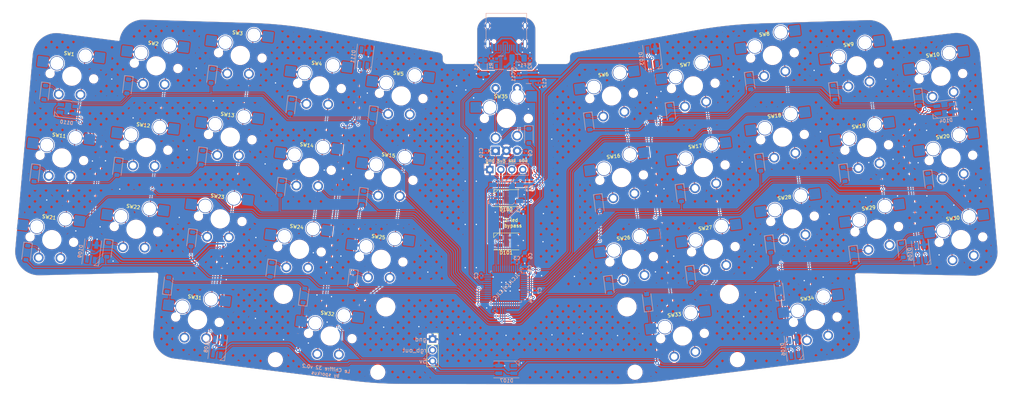
<source format=kicad_pcb>
(kicad_pcb (version 20221018) (generator pcbnew)
  (title_block (title "Le Chiffre STM32") (date "2023-07-13") (rev "v0.2.1") (company "sporkus"))
  (layers (0 "F.Cu" signal) (31 "B.Cu" signal) (34 "B.Paste" user) (35 "F.Paste" user) (36 "B.SilkS" user "B.Silkscreen") (37 "F.SilkS" user "F.Silkscreen") (38 "B.Mask" user) (39 "F.Mask" user) (44 "Edge.Cuts" user))
  (net 0 "")
  (net 1 "GND")
  (net 2 "+5V")
  (net 3 "+3V3")
  (net 4 "NRST")
  (net 5 "BOOT0")
  (net 7 "Net-(D35-K)")
  (net 8 "RGB")
  (net 17 "SDA")
  (net 18 "SCL")
  (net 27 "Net-(D13-K)")
  (net 28 "row0")
  (net 29 "Net-(D14-K)")
  (net 30 "Net-(D15-K)")
  (net 31 "Net-(D16-K)")
  (net 32 "Net-(D17-K)")
  (net 33 "Net-(D18-K)")
  (net 34 "Net-(D19-K)")
  (net 35 "Net-(D20-K)")
  (net 36 "Net-(D21-K)")
  (net 37 "Net-(D22-K)")
  (net 38 "Net-(D23-K)")
  (net 39 "row1")
  (net 40 "Net-(D24-K)")
  (net 41 "Net-(D25-K)")
  (net 42 "Net-(D26-K)")
  (net 43 "Net-(D27-K)")
  (net 44 "Net-(D28-K)")
  (net 45 "Net-(D29-K)")
  (net 46 "Net-(D30-K)")
  (net 47 "Net-(D31-K)")
  (net 48 "Net-(D32-K)")
  (net 49 "Net-(D33-K)")
  (net 50 "row2")
  (net 51 "Net-(D34-K)")
  (net 52 "row3")
  (net 53 "col0")
  (net 54 "col1")
  (net 55 "col2")
  (net 56 "col3")
  (net 57 "col4")
  (net 58 "col5")
  (net 59 "col6")
  (net 60 "col7")
  (net 61 "col8")
  (net 62 "col9")
  (net 63 "EncA")
  (net 64 "EncB")
  (net 65 "Net-(D1-K)")
  (net 66 "Net-(D2-K)")
  (net 67 "Net-(D3-K)")
  (net 68 "Net-(D4-K)")
  (net 69 "Net-(D5-K)")
  (net 70 "Net-(D6-K)")
  (net 71 "Net-(D7-K)")
  (net 72 "Net-(D8-K)")
  (net 73 "Net-(D9-K)")
  (net 74 "Net-(D10-K)")
  (net 75 "Net-(D11-K)")
  (net 76 "Net-(D12-K)")
  (net 77 "Net-(D101-DOUT)")
  (net 78 "Net-(D102-DOUT)")
  (net 79 "Net-(D103-DOUT)")
  (net 80 "Net-(D104-DOUT)")
  (net 81 "Net-(D105-DOUT)")
  (net 82 "Net-(D106-DOUT)")
  (net 83 "Net-(D107-DOUT)")
  (net 84 "Net-(D108-DOUT)")
  (net 85 "Net-(D109-DOUT)")
  (net 86 "Net-(D110-DOUT)")
  (net 87 "Net-(D111-DOUT)")
  (net 88 "VBUS")
  (net 89 "Net-(J1-CC1)")
  (net 91 "D_N")
  (net 92 "D_P")
  (net 93 "Net-(J1-CC2)")
  (net 94 "GNDPWR")
  (footprint "MX_hotswap_alps:MX-Hotswap-Alps-1U" (layer "F.Cu") (at 85.063036 69.786655 -7)
    (fp_text reference "SW3")
    (fp_text value "SW_Push")
  )
  (footprint "MX_hotswap_alps:MX-Hotswap-Alps-1U" (layer "F.Cu") (at 146.639472 84.358057)
    (fp_text reference "SW35")
    (fp_text value "SW_Push")
  )
  (footprint "MX_hotswap_alps:MX-Hotswap-Alps-2U" (layer "F.Cu") (at 187.406675 134.716049 7)
    (fp_text reference "SW33")
    (fp_text value "SW_Push")
  )
  (footprint "MX_hotswap_alps:MX-Hotswap-Alps-1U" (layer "F.Cu") (at 101.069024 95.743273 -7)
    (fp_text reference "SW14")
    (fp_text value "SW_Push")
  )
  (footprint "Jumper:SolderJumper-2_P1.3mm_Open_TrianglePad1.0x1.5mm" (layer "F.Cu") (at 145.054472 108.55 90)
    (fp_text reference "led" hide)
    (fp_text value "Jumper_2_Open")
  )
  (footprint "modified_footrprints:RotaryEncoder_EC11_no_mp" (layer "F.Cu") (at 146.639472 84.358057 90)
    (fp_text reference "SW36")
    (fp_text value "Rotary_Encoder_Switch")
  )
  (footprint "MX_hotswap_alps:MX-Hotswap-Alps-1U" (layer "F.Cu") (at 208.223448 69.782618 7)
    (fp_text reference "SW8")
    (fp_text value "SW_Push")
  )
  (footprint "MX_hotswap_alps:MX-Hotswap-Alps-1U" (layer "F.Cu") (at 210.545057 88.690622 7)
    (fp_text reference "SW18")
    (fp_text value "SW_Push")
  )
  (footprint "MX_hotswap_alps:MX-Hotswap-Alps-1.25U" (layer "F.Cu") (at 218.132182 130.94343 7)
    (fp_text reference "SW34")
    (fp_text value "SW_Push")
  )
  (footprint "MX_hotswap_alps:MX-Hotswap-Alps-1U" (layer "F.Cu") (at 175.631062 116.968849 7)
    (fp_text reference "SW26")
    (fp_text value "SW_Push")
  )
  (footprint "MX_hotswap_alps:MX-Hotswap-Alps-1U" (layer "F.Cu") (at 65.574627 72.192043 -7)
    (fp_text reference "SW2")
    (fp_text value "SW_Push")
  )
  (footprint "MX_hotswap_alps:MX-Hotswap-Alps-1U" (layer "F.Cu") (at 251.843482 112.409405 7)
    (fp_text reference "SW30")
    (fp_text value "SW_Push")
  )
  (footprint "MX_hotswap_alps:MX-Hotswap-Alps-1U" (layer "F.Cu") (at 227.711851 72.188007 7)
    (fp_text reference "SW9")
    (fp_text value "SW_Push")
  )
  (footprint "MX_hotswap_alps:MX-Hotswap-Alps-1U" (layer "F.Cu") (at 189.895845 76.831229 7)
    (fp_text reference "SW7")
    (fp_text value "SW_Push")
  )
  (footprint "Connector_PinSocket_2.54mm:PinSocket_1x03_P2.54mm_Vertical" (layer "F.Cu") (at 129.562582 135.429022)
    (fp_text reference "J101" hide)
    (fp_text value "Conn_01x03_Female")
  )
  (footprint "MX_hotswap_alps:MX-Hotswap-Alps-1U" (layer "F.Cu") (at 41.442998 112.413443 -7)
    (fp_text reference "SW21")
    (fp_text value "SW_Push")
  )
  (footprint "MX_hotswap_alps:MX-Hotswap-Alps-1U" (layer "F.Cu") (at 43.764614 93.50544 -7)
    (fp_text reference "SW11")
    (fp_text value "SW_Push")
  )
  (footprint "MX_hotswap_alps:MX-Hotswap-Alps-1U" (layer "F.Cu") (at 46.08622 74.597434 -7)
    (fp_text reference "SW1")
    (fp_text value "SW_Push")
  )
  (footprint "MX_hotswap_alps:MX-Hotswap-Alps-1U" (layer "F.Cu") (at 98.747413 114.651277 -7)
    (fp_text reference "SW24")
    (fp_text value "SW_Push")
  )
  (footprint "MX_hotswap_alps:MX-Hotswap-Alps-1U" (layer "F.Cu") (at 173.309451 98.060846 7)
    (fp_text reference "SW16")
    (fp_text value "SW_Push")
  )
  (footprint "MX_hotswap_alps:MX-Hotswap-Alps-1U" (layer "F.Cu") (at 119.977031 98.064883 -7)
    (fp_text reference "SW15")
    (fp_text value "SW_Push")
  )
  (footprint "MX_hotswap_alps:MX-Hotswap-Alps-1U" (layer "F.Cu") (at 80.419814 107.602663 -7)
    (fp_text reference "SW23")
    (fp_text value "SW_Push")
  )
  (footprint "modified_footrprints:LED_SK6812MINI_PLCC4_3.5x3.5mm_P1.75mm" (layer "F.Cu") (at 146.639472 102.808056 180)
    (fp_text reference "D102")
    (fp_text value "SK6812MINI")
  )
  (footprint "MX_hotswap_alps:MX-Hotswap-Alps-1U" (layer "F.Cu") (at 117.655418 116.972888 -7)
    (fp_text reference "SW25")
    (fp_text value "SW_Push")
  )
  (footprint "MX_hotswap_alps:MX-Hotswap-Alps-1U" (layer "F.Cu") (at 60.931407 110.008055 -7)
    (fp_text reference "SW22")
    (fp_text value "SW_Push")
  )
  (footprint "MX_hotswap_alps:MX-Hotswap-Alps-1U" (layer "F.Cu") (at 103.390635 76.835267 -7)
    (fp_text reference "SW4")
    (fp_text value "SW_Push")
  )
  (footprint "MX_hotswap_alps:MX-Hotswap-Alps-1U" (layer "F.Cu") (at 82.741424 88.694655 -7)
    (fp_text reference "SW13")
    (fp_text value "SW_Push")
  )
  (footprint "MX_hotswap_alps:MX-Hotswap-Alps-1.25U" (layer "F.Cu") (at 75.154298 130.947469 -7)
    (fp_text reference "SW31")
    (fp_text value "SW_Push")
  )
  (footprint "MX_hotswap_alps:MX-Hotswap-Alps-1U" (layer "F.Cu") (at 247.200262 74.593397 7)
    (fp_text reference "SW10")
    (fp_text value "SW_Push")
  )
  (footprint "MX_hotswap_alps:MX-Hotswap-Alps-1U" (layer "F.Cu") (at 63.253018 91.100051 -7)
    (fp_text reference "SW12")
    (fp_text value "SW_Push")
  )
  (footprint "MX_hotswap_alps:MX-Hotswap-Alps-1U" (layer "F.Cu") (at 212.866667 107.598629 7)
    (fp_text reference "SW28")
    (fp_text value "SW_Push")
  )
  (footprint "MX_hotswap_alps:MX-Hotswap-Alps-1U" (layer "F.Cu") (at 192.217456 95.739234 7)
    (fp_text reference "SW17")
    (fp_text value "SW_Push")
  )
  (footprint "MX_hotswap_alps:MX-Hotswap-Alps-1U" (layer "F.Cu") (at 122.29864 79.156877 -7)
    (fp_text reference "SW5")
    (fp_text value "SW_Push")
  )
  (footprint "MX_hotswap_alps:MX-Hotswap-Alps-1U" (layer "F.Cu") (at 249.52187 93.501403 7)
    (fp_text reference "SW20")
    (fp_text value "SW_Push")
  )
  (footprint "MX_hotswap_alps:MX-Hotswap-Alps-1U" (layer "F.Cu") (at 230.033463 91.096013 7)
    (fp_text reference "SW19")
    (fp_text value "SW_Push")
  )
  (footprint "MX_hotswap_alps:MX-Hotswap-Alps-1U" (layer "F.Cu") (at 170.98784 79.152843 7)
    (fp_text reference "SW6")
    (fp_text value "SW_Push")
  )
  (footprint "modified_footrprints:LED_SK6812MINI_PLCC4_3.5x3.5mm_P1.75mm" (layer "F.Cu") (at 146.639472 112.838058 180)
    (fp_text reference "D101")
    (fp_text value "SK6812MINI")
  )
  (footprint "MX_hotswap_alps:MX-Hotswap-Alps-1U" (layer "F.Cu") (at 194.539067 114.647239 7)
    (fp_text reference "SW27")
    (fp_text value "SW_Push")
  )
  (footprint "MX_hotswap_alps:MX-Hotswap-Alps-1U" (layer "F.Cu") (at 232.355076 110.004016 7)
    (fp_text reference "SW29")
    (fp_text value "SW_Push")
  )
  (footprint "MX_hotswap_alps:MX-Hotswap-Alps-2U" (layer "F.Cu") (at 105.879804 134.720084 -7)
    (fp_text reference "SW32")
    (fp_text value "SW_Push")
  )
  (footprint "modified_footrprints:LED_SK6812MINI_PLCC4_3.5x3.5mm_P1.75mm" (layer "B.Cu") (at 79.840593 137.287899 -97)
    (fp_text reference "D108")
    (fp_text value "SK6812MINI")
  )
  (footprint "Diode_SMD:D_SOD-123" (layer "B.Cu") (at 58.996357 76.91934 -97)
    (fp_text reference "D2" hide)
    (fp_text value "1N4148W")
  )
  (footprint "Diode_SMD:D_SOD-123" (layer "B.Cu") (at 96.812364 81.562563 -97)
    (fp_text reference "D4" hide)
    (fp_text value "1N4148W")
  )
  (footprint "Diode_SMD:D_SOD-123" (layer "B.Cu") (at 202.984215 75.960921 -83)
    (fp_text reference "D8" hide)
    (fp_text value "1N4148W")
  )
  (footprint "modified_footrprints:LED_SK6812MINI_PLCC4_3.5x3.5mm_P1.75mm" (layer "B.Cu") (at 180.449999 70.1 -83)
    (fp_text reference "D103")
    (fp_text value "SK6812MINI")
  )
  (footprint "Capacitor_SMD:C_0603_1608Metric" (layer "B.Cu") (at 150.876791 116.229846 -90)
    (fp_text reference "C6")
    (fp_text value "10uF")
  )
  (footprint "Diode_SMD:D_SOD-123" (layer "B.Cu") (at 227.115844 116.18232 -83)
    (fp_text reference "D29" hide)
    (fp_text value "1N4148W")
  )
  (footprint "Diode_SMD:D_SOD-123" (layer "B.Cu") (at 92.169141 119.378574 -97)
    (fp_text reference "D24" hide)
    (fp_text value "1N4148W")
  )
  (footprint "Capacitor_SMD:C_0402_1005Metric" (layer "B.Cu") (at 154.364472 76.163057 90)
    (fp_text reference "C12")
    (fp_text value "1uF")
  )
  (footprint "Capacitor_SMD:C_0402_1005Metric" (layer "B.Cu") (at 153.214472 124.225 -90)
    (fp_text reference "C7")
    (fp_text value "100nF")
  )
  (footprint "Diode_SMD:D_SOD-123" (layer "B.Cu") (at 56.674747 95.827348 -97)
    (fp_text reference "D12" hide)
    (fp_text value "1N4148W")
  )
  (footprint "modified_footrprints:LED_SK6812MINI_PLCC4_3.5x3.5mm_P1.75mm" (layer "B.Cu") (at 248.129517 82.161563 -173)
    (fp_text reference "D104")
    (fp_text value "SK6812MINI")
  )
  (footprint "Connector_PinHeader_2.54mm:PinHeader_1x04_P2.54mm_Vertical" (layer "B.Cu") (at 142.829472 96.193059 -90)
    (fp_text reference "J2" hide)
    (fp_text value "OLED I2C")
  )
  (footprint "Capacitor_SMD:C_0402_1005Metric" (layer "B.Cu") (at 140.839472 120.77 -90)
    (fp_text reference "C2")
    (fp_text value "100nF")
  )
  (footprint "modified_footrprints:LED_SK6812MINI_PLCC4_3.5x3.5mm_P1.75mm" (layer "B.Cu") (at 50.674854 115.362191 -97)
    (fp_text reference "D109")
    (fp_text value "SK6812MINI")
  )
  (footprint "Inductor_SMD:L_1206_3216Metric" (layer "B.Cu") (at 141.3 72.474999 -90)
    (fp_text reference "L1")
    (fp_text value "60R@100MHz")
  )
  (footprint "Diode_SMD:D_SOD-123" (layer "B.Cu") (at 242.046662 79.811204 -83)
    (fp_text reference "D10" hide)
    (fp_text value "1N4148W")
  )
  (footprint "Diode_SMD:D_SOD-123" (layer "B.Cu") (at 78.484765 74.513952 -97)
    (fp_text reference "D3" hide)
    (fp_text value "1N4148W")
  )
  (footprint "Diode_SMD:D_SOD-123" (layer "B.Cu") (at 238.290609 114.865995 -83)
    (fp_text reference "D30" hide)
    (fp_text value "1N4148W")
  )
  (footprint "Resistor_SMD:R_0402_1005Metric" (layer "B.Cu") (at 150.564472 105.4 -90)
    (fp_text reference "R3")
    (fp_text value "10k")
  )
  (footprint "Diode_SMD:D_SOD-123" (layer "B.Cu") (at 68.320809 122.799953 83)
    (fp_text reference "D31" hide)
    (fp_text value "1N4148W")
  )
  (footprint "Diode_SMD:D_SOD-123" (layer "B.Cu") (at 54.353136 114.735351 -97)
    (fp_text reference "D22" hide)
    (fp_text value "1N4148W")
  )
  (footprint "Diode_SMD:D_SOD-123" (layer "B.Cu") (at 115.720369 83.884174 -97)
    (fp_text reference "D5" hide)
    (fp_text value "1N4148W")
  )
  (footprint "Diode_SMD:D_SOD-123" (layer "B.Cu") (at 35.664855 115.452191 -97)
    (fp_text reference "D21" hide)
    (fp_text value "1N4148W")
  )
  (footprint "Diode_SMD:D_SOD-123" (layer "B.Cu") (at 209.766967 124.211814 97)
    (fp_text reference "D34" hide)
    (fp_text value "1N4148W")
  )
  (footprint "Capacitor_SMD:C_0402_1005Metric" (layer "B.Cu") (at 141.85 92.35 -90)
    (fp_text reference "C10")
    (fp_text value "100nF")
  )
  (footprint "Diode_SMD:D_SOD-123" (layer "B.Cu") (at 207.627436 113.77693 -83)
    (fp_text reference "D28" hide)
    (fp_text value "1N4148W")
  )
  (footprint "Diode_SMD:D_SOD-123" (layer "B.Cu") (at 94.490754 100.470569 -97)
    (fp_text reference "D14" hide)
    (fp_text value "1N4148W")
  )
  (footprint "Resistor_SMD:R_0402_1005Metric" (layer "B.Cu") (at 152.464473 99.028058 -90)
    (fp_text reference "R5")
    (fp_text value "4.7k")
  )
  (footprint "Capacitor_SMD:C_0402_1005Metric" (layer "B.Cu") (at 149.4 74.46 -90)
    (fp_text reference "C11")
    (fp_text value "1uF")
  )
  (footprint "Diode_SMD:D_SOD-123" (layer "B.Cu") (at 113.398758 102.79218 -97)
    (fp_text reference "D15" hide)
    (fp_text value "1N4148W")
  )
  (footprint "modified_footrprints:LED_SK6812MINI_PLCC4_3.5x3.5mm_P1.75mm" (layer "B.Cu") (at 45.144474 82.267337 173)
    (fp_text reference "D110")
    (fp_text value "SK6812MINI")
  )
  (footprint "Diode_SMD:D_SOD-123" (layer "B.Cu") (at 37.505939 97.33449 -97)
    (fp_text reference "D11" hide)
    (fp_text value "1N4148W")
  )
  (footprint "Diode_SMD:D_SOD-123" (layer "B.Cu") (at 99.79407 125.354621 83)
    (fp_text reference "D32" hide)
    (fp_text value "1N4148W")
  )
  (footprint "modified_footrprints:LED_SK6812MINI_PLCC4_3.5x3.5mm_P1.75mm" (layer "B.Cu") (at 113.760416 70.298412 -97)
    (fp_text reference "D111")
    (fp_text value "SK6812MINI")
  )
  (footprint "modified_footrprints:LED_SK6812MINI_PLCC4_3.5x3.5mm_P1.75mm" (layer "B.Cu") (at 213.216062 137.414375 -83)
    (fp_text reference "D106")
    (fp_text value "SK6812MINI")
  )
  (footprint "Diode_SMD:D_SOD-123" (layer "B.Cu") (at 186.978223 101.917538 -83)
    (fp_text reference "D17" hide)
    (fp_text value "1N4148W")
  )
  (footprint "Diode_SMD:D_SOD-123" (layer "B.Cu") (at 111.077147 121.700185 -97)
    (fp_text reference "D25" hide)
    (fp_text value "1N4148W")
  )
  (footprint "Diode_SMD:D_SOD-123" (layer "B.Cu") (at 205.305826 94.868928 -83)
    (fp_text reference "D18" hide)
    (fp_text value "1N4148W")
  )
  (footprint "Capacitor_SMD:C_0402_1005Metric" (layer "B.Cu") (at 149.066223 117.7 180)
    (fp_text reference "C3")
    (fp_text value "100nF")
  )
  (footprint "Resistor_SMD:R_0402_1005Metric" (layer "B.Cu") (at 152.1 70.45 -90)
    (fp_text reference "R2")
    (fp_text value "5.1k")
  )
  (footprint "Package_TO_SOT_SMD:SOT-143" (layer "B.Cu") (at 145.364473 71.478058)
    (fp_text reference "U2" hide)
    (fp_text value "PRTR5V0U2X")
  )
  (footprint "Package_QFP:LQFP-48_7x7mm_P0.5mm" (layer "B.Cu") (at 146.529979 123.313523 180)
    (fp_text reference "U1" hide)
    (fp_text value "STM32F072CBT6")
  )
  (footprint "modified_footrprints:SW_SPST_SKQG_WithoutStem" (layer "B.Cu") (at 146.639472 101.618058 180)
    (fp_text reference "SW37" hide)
    (fp_text value "SKQGABE010")
  )
  (footprint "Fuse:Fuse_1206_3216Metric" (layer "B.Cu") (at 149.35 70.409999 180)
    (fp_text reference "F1")
    (fp_text value "ASMD1206-150")
  )
  (footprint "Capacitor_SMD:C_0402_1005Metric" (layer "B.Cu") (at 151.2 92.38 -90)
    (fp_text reference "C9")
    (fp_text value "100nF")
  )
  (footprint "Diode_SMD:D_SOD-123" (layer "B.Cu") (at 224.794233 97.274317 -83)
    (fp_text reference "D19" hide)
    (fp_text value "1N4148W")
  )
  (footprint "Diode_SMD:D_SOD-123" (layer "B.Cu") (at 222.472622 78.366312 -83)
    (fp_text reference "D9" hide)
    (fp_text value "1N4148W")
  )
  (footprint "Diode_SMD:D_SOD-123" (layer "B.Cu") (at 168.07022 104.239148 -83)
    (fp_text reference "D16" hide)
    (fp_text value "1N4148W")
  )
  (footprint "Diode_SMD:D_SOD-123" (layer "B.Cu") (at 170.391832 123.147152 -83)
    (fp_text reference "D26" hide)
    (fp_text value "1N4148W")
  )
  (footprint "Diode_SMD:D_SOD-123" (layer "B.Cu") (at 151.85 88.4 -90)
    (fp_text reference "D35" hide)
    (fp_text value "1N4148W")
  )
  (footprint "Diode_SMD:D_SOD-123" (layer "B.Cu") (at 165.748609 85.331143 -83)
    (fp_text reference "D6" hide)
    (fp_text value "1N4148W")
  )
  (footprint "Diode_SMD:D_SOD-123" (layer "B.Cu") (at 39.794854 78.40219 -97)
    (fp_text reference "D1" hide)
    (fp_text value "1N4148W")
  )
  (footprint "Resistor_SMD:R_0402_1005Metric" (layer "B.Cu") (at 143.15 70.49 90)
    (fp_text reference "R1")
    (fp_text value "5.1k")
  )
  (footprint "Diode_SMD:D_SOD-123" (layer "B.Cu") (at 179.292345 126.69424 97)
    (fp_text reference "D33" hide)
    (fp_text value "1N4148W")
  )
  (footprint "Diode_SMD:D_SOD-123" (layer "B.Cu") (at 76.163154 93.421957 -97)
    (fp_text reference "D13" hide)
    (fp_text value "1N4148W")
  )
  (footprint "Diode_SMD:D_SOD-123" (layer "B.Cu") (at 244.366661 98.711204 -83)
    (fp_text reference "D20" hide)
    (fp_text value "1N4148W")
  )
  (footprint "Capacitor_SMD:C_0402_1005Metric" (layer "B.Cu") (at 150.932987 119.154825 90)
    (fp_text reference "C5")
    (fp_text value "100nF")
  )
  (footprint "Capacitor_SMD:C_0402_1005Metric" (layer "B.Cu") (at 148.464473 72.028058)
    (fp_text reference "C8")
    (fp_text value "100nF")
  )
  (footprint "Package_TO_SOT_SMD:SOT-23" (layer "B.Cu") (at 151.826972 74.733057 180)
    (fp_text reference "U3" hide)
    (fp_text value "XC6206PxxxMR-Regulator_Linear")
  )
  (footprint "Diode_SMD:D_SOD-123" (layer "B.Cu") (at 73.841543 112.329959 -97)
    (fp_text reference "D23" hide)
    (fp_text value "1N4148W")
  )
  (footprint "modified_footrprints:LED_SK6812MINI_PLCC4_3.5x3.5mm_P1.75mm" (layer "B.Cu") (at 146.639472 142.458058)
    (fp_text reference "D107")
    (fp_text value "SK6812MINI")
  )
  (footprint "Capacitor_SMD:C_0402_1005Metric" (layer "B.Cu") (at 152.215014 124.630824 90)
    (fp_text reference "C4")
    (fp_text value "100nF")
  )
  (footprint "modified_footrprints:LED_SK6812MINI_PLCC4_3.5x3.5mm_P1.75mm" (layer "B.Cu") (at 242.626663 115.431204 -83)
    (fp_text reference "D105")
    (fp_text value "SK6812MINI")
  )
  (footprint "Capacitor_SMD:C_0402_1005Metric" (layer "B.Cu") (at 144.014472 128.949999)
    (fp_text reference "C1" hide)
    (fp_text value "100nF")
  )
  (footprint "Diode_SMD:D_SOD-123" (layer "B.Cu") (at 189.299834 120.825543 -83)
    (fp_text reference "D27" hide)
    (fp_text value "1N4148W")
  )
  (footprint "Diode_SMD:D_SOD-123" (layer "B.Cu") (at 184.656612 83.009535 -83)
    (fp_text reference "D7" hide)
    (fp_text value "1N4148W")
  )
  (footprint "Connector_USB:USB_C_Receptacle_HRO_TYPE-C-31-M-12" (layer "B.Cu") (at 146.629472 63.953057)
    (fp_text reference "J1" hide)
    (fp_text value "USB_C_Receptacle_USB2.0")
  )
  (footprint "Resistor_SMD:R_0402_1005Metric" (layer "B.Cu") (at 151.464473 99.028058 -90)
    (fp_text reference "R4")
    (fp_text value "4.7k")
  )
  (gr_circle (center 150.029472 119.118057) (end 150.250454 118.945407) (stroke (width 0.1)) (fill none) (layer "B.SilkS"))
  (gr_line (start 65.576401 120.031139) (end 38.592365 120.663703) (stroke (width 0.05)) (layer "Edge.Cuts"))
  (gr_arc (start 57.142034 66.076505) (mid 59.083684 62.751218) (end 62.730261 61.514278) (stroke (width 0.05)) (layer "Edge.Cuts"))
  (gr_line (start 57.107113 66.278895) (end 57.142034 66.076505) (stroke (width 0.05)) (layer "Edge.Cuts"))
  (gr_arc (start 260.284907 114.778961) (mid 258.823628 119.027223) (end 254.682364 120.768737) (stroke (width 0.05)) (layer "Edge.Cuts"))
  (gr_arc (start 122.889687 145.808311) (mid 116.776243 145.611012) (end 110.686298 145.04032) (stroke (width 0.05)) (layer "Edge.Cuts"))
  (gr_arc (start 236.198907 66.355038) (mid 236.057163 66.318831) (end 235.978021 66.195801) (stroke (width 0.05)) (layer "Edge.Cuts"))
  (gr_arc (start 161.364472 70.131211) (mid 161.596206 69.491123) (end 162.183935 69.147643) (stroke (width 0.05)) (layer "Edge.Cuts"))
  (gr_line (start 182.754017 145.118359) (end 223.614544 140.02055) (stroke (width 0.05)) (layer "Edge.Cuts"))
  (gr_line (start 103.059648 63.920665) (end 131.077471 69.135979) (stroke (width 0.05)) (layer "Edge.Cuts"))
  (gr_arc (start 150.360019 60.922519) (mid 152.48423 61.799612) (end 153.364472 63.922515) (stroke (width 0.05)) (layer "Edge.Cuts"))
  (gr_line (start 139.894472 70.768057) (end 139.894472 63.933606) (stroke (width 0.05)) (layer "Edge.Cuts"))
  (gr_arc (start 65.576401 120.031139) (mid 65.952628 120.188776) (end 66.08625 120.574195) (stroke (width 0.05)) (layer "Edge.Cuts"))
  (gr_arc (start 182.754017 145.118359) (mid 176.49235 145.700303) (end 170.206486 145.887515) (stroke (width 0.05)) (layer "Edge.Cuts"))
  (gr_line (start 138.894472 71.768057) (end 132.894473 71.768057) (stroke (width 0.05)) (layer "Edge.Cuts"))
  (gr_line (start 256.233027 69.589783) (end 260.284907 114.778961) (stroke (width 0.05)) (layer "Edge.Cuts"))
  (gr_line (start 170.206486 145.887515) (end 122.889687 145.808311) (stroke (width 0.05)) (layer "Edge.Cuts"))
  (gr_line (start 235.978021 66.195801) (end 235.946656 66.038978) (stroke (width 0.05)) (layer "Edge.Cuts"))
  (gr_arc (start 250.073834 64.623312) (mid 254.207322 65.799529) (end 256.233027 69.589783) (stroke (width 0.05)) (layer "Edge.Cuts"))
  (gr_line (start 110.686298 145.04032) (end 69.721126 139.93338) (stroke (width 0.05)) (layer "Edge.Cuts"))
  (gr_arc (start 69.721126 139.93338) (mid 66.12539 137.934564) (end 64.92208 134.000514) (stroke (width 0.05)) (layer "Edge.Cuts"))
  (gr_line (start 131.894472 70.768057) (end 131.894472 70.119092) (stroke (width 0.05)) (layer "Edge.Cuts"))
  (gr_arc (start 154.364472 71.778058) (mid 153.65735 71.48518) (end 153.364473 70.778058) (stroke (width 0.05)) (layer "Edge.Cuts"))
  (gr_arc (start 38.592365 120.663703) (mid 34.447916 118.923576) (end 32.985525 114.673171) (stroke (width 0.05)) (layer "Edge.Cuts"))
  (gr_arc (start 161.364473 70.778057) (mid 161.071593 71.485183) (end 160.364472 71.778058) (stroke (width 0.05)) (layer "Edge.Cuts"))
  (gr_line (start 227.829317 120.160622) (end 254.682364 120.768737) (stroke (width 0.05)) (layer "Edge.Cuts"))
  (gr_arc (start 227.319657 120.7012) (mid 227.45416 120.317465) (end 227.829317 120.160622) (stroke (width 0.05)) (layer "Edge.Cuts"))
  (gr_arc (start 131.077471 69.135979) (mid 131.663543 69.479952) (end 131.894472 70.119092) (stroke (width 0.05)) (layer "Edge.Cuts"))
  (gr_line (start 64.92208 134.000514) (end 66.08625 120.574195) (stroke (width 0.05)) (layer "Edge.Cuts"))
  (gr_line (start 162.183935 69.147643) (end 190.291255 63.988456) (stroke (width 0.05)) (layer "Edge.Cuts"))
  (gr_line (start 37.032213 69.62106) (end 32.985525 114.673171) (stroke (width 0.05)) (layer "Edge.Cuts"))
  (gr_line (start 228.41538 134.115076) (end 227.319657 120.7012) (stroke (width 0.05)) (layer "Edge.Cuts"))
  (gr_line (start 160.364472 71.778058) (end 154.364473 71.778058) (stroke (width 0.05)) (layer "Edge.Cuts"))
  (gr_line (start 250.073834 64.623312) (end 236.198907 66.355038) (stroke (width 0.05)) (layer "Edge.Cuts"))
  (gr_arc (start 230.385399 61.620183) (mid 233.974994 62.811443) (end 235.946656 66.038978) (stroke (width 0.05)) (layer "Edge.Cuts"))
  (gr_arc (start 87.84363 62.283195) (mid 95.483009 62.810428) (end 103.059648 63.920665) (stroke (width 0.05)) (layer "Edge.Cuts"))
  (gr_arc (start 57.107113 66.278895) (mid 57.028668 66.405871) (end 56.884131 66.443204) (stroke (width 0.05)) (layer "Edge.Cuts"))
  (gr_line (start 43.222243 64.659395) (end 56.884131 66.443204) (stroke (width 0.05)) (layer "Edge.Cuts"))
  (gr_arc (start 228.41538 134.115076) (mid 227.201345 138.032276) (end 223.614544 140.02055) (stroke (width 0.05)) (layer "Edge.Cuts"))
  (gr_arc (start 190.291255 63.988456) (mid 197.774866 62.903177) (end 205.31909 62.386492) (stroke (width 0.05)) (layer "Edge.Cuts"))
  (gr_arc (start 37.032213 69.62106) (mid 39.070259 65.821583) (end 43.222243 64.659395) (stroke (width 0.05)) (layer "Edge.Cuts"))
  (gr_line (start 230.385399 61.620183) (end 205.31909 62.386492) (stroke (width 0.05)) (layer "Edge.Cuts"))
  (gr_line (start 161.364473 70.778057) (end 161.364472 70.131211) (stroke (width 0.05)) (layer "Edge.Cuts"))
  (gr_arc (start 139.894472 70.768057) (mid 139.601592 71.475182) (end 138.894472 71.768057) (stroke (width 0.05)) (layer "Edge.Cuts"))
  (gr_arc (start 132.894473 71.768057) (mid 132.187364 71.475158) (end 131.894472 70.768057) (stroke (width 0.05)) (layer "Edge.Cuts"))
  (gr_line (start 142.890018 60.933607) (end 150.360019 60.922519) (stroke (width 0.05)) (layer "Edge.Cuts"))
  (gr_line (start 62.730261 61.514278) (end 87.84363 62.283195) (stroke (width 0.05)) (layer "Edge.Cuts"))
  (gr_line (start 153.364473 70.778058) (end 153.364472 63.922515) (stroke (width 0.05)) (layer "Edge.Cuts"))
  (gr_arc (start 139.894472 63.933606) (mid 140.77158 61.813882) (end 142.890018 60.933607) (stroke (width 0.05)) (layer "Edge.Cuts"))
  (gr_text "scl" (at 147.97258 94.093059) (layer "B.SilkS") (effects (font (size 0.8 0.8) (thickness 0.15) bold) (justify mirror)))
  (gr_text "sda" (at 150.539472 94.083057) (layer "B.SilkS") (effects (font (size 0.8 0.8) (thickness 0.15) bold) (justify mirror)))
  (gr_text "gnd" (at 128.29258 136.064021) (layer "B.SilkS") (effects (font (size 1 1)) (justify left bottom mirror)))
  (gr_text "3v3" (at 145.43258 94.243059) (layer "B.SilkS") (effects (font (size 0.8 0.8) (thickness 0.15) bold) (justify mirror)))
  (gr_text "Le Chiffre 32 v0.2\nby sporkus\n" (at 104.839472 142.899997 -7) (layer "B.SilkS") (effects (font (size 0.8 0.8) (thickness 0.15) bold) (justify mirror)))
  (gr_text "rgb_out" (at 128.29258 138.604021) (layer "B.SilkS") (effects (font (size 1 1)) (justify left bottom mirror)))
  (gr_text "DFU" (at 148.3 106.224998) (layer "B.SilkS") (effects (font (size 1 1)) (justify left bottom mirror)))
  (gr_text "JLCJLCJLCJLC" (at 146.639473 123.26174 45) (layer "B.SilkS") (effects (font (size 0.8 0.8) (thickness 0.15) bold) (justify mirror)))
  (gr_text "5v" (at 128.29258 141.144022) (layer "B.SilkS") (effects (font (size 1 1)) (justify left bottom mirror)))
  (gr_text "gnd" (at 142.89258 94.09306) (layer "B.SilkS") (effects (font (size 0.8 0.8) (thickness 0.15) bold) (justify mirror)))
  (gr_text "\n" (at 150.503786 94.078057) (layer "B.SilkS") (effects (font (size 0.8 0.8) (thickness 0.15) bold) (justify mirror)))
  (gr_text "2 led\nbypass" (at 146.054472 108.55) (layer "F.SilkS") (effects (font (size 0.8 0.8)) (justify left)))
  (gr_text "sda" (at 150.550698 94.075) (layer "F.SilkS") (effects (font (size 0.8 0.8) (thickness 0.15) bold)))
  (gr_text "3v3" (at 145.425 94.25) (layer "F.SilkS") (effects (font (size 0.8 0.8) (thickness 0.15) bold)))
  (gr_text "scl" (at 147.975 94.125) (layer "F.SilkS") (effects (font (size 0.8 0.8) (thickness 0.15) bold)))
  (gr_text "gnd" (at 142.9 94.090003) (layer "F.SilkS") (effects (font (size 0.8 0.8) (thickness 0.15) bold)))
  (via (at 150.009472 73.783056) (size 0.6) (drill 0.3) (layers "F.Cu" "B.Cu") (net 1))
  (via (at 181.139472 119.875) (size 0.6) (drill 0.3) (layers "F.Cu" "B.Cu") (net 1))
  (via (at 254.364472 82.325) (size 0.6) (drill 0.3) (layers "F.Cu" "B.Cu") (net 1))
  (via (at 93.214472 76.15) (size 0.6) (drill 0.3) (layers "F.Cu" "B.Cu") (net 1))
  (via (at 146.064472 80.15) (size 0.6) (drill 0.3) (layers "F.Cu" "B.Cu") (net 1))
  (via (at 137.243672 77.7792) (size 0.6) (drill 0.3) (layers "F.Cu" "B.Cu") (net 1))
  (via (at 221.339472 106.55) (size 0.6) (drill 0.3) (layers "F.Cu" "B.Cu") (net 1))
  (via (at 179.189472 78.525) (size 0.6) (drill 0.3) (layers "F.Cu" "B.Cu") (net 1))
  (via (at 106.164472 125.6) (size 0.6) (drill 0.3) (layers "F.Cu" "B.Cu") (net 1))
  (via (at 147.529979 122.313523) (size 0.6) (drill 0.3) (layers "F.Cu" "B.Cu") (net 1))
  (via (at 181.249472 69.578057) (size 0.6) (drill 0.3) (layers "F.Cu" "B.Cu") (net 1))
  (via (at 219.964472 121.075) (size 0.6) (drill 0.3) (layers "F.Cu" "B.Cu") (net 1))
  (via (at 145.674472 87) (size 0.6) (drill 0.3) (layers "F.Cu" "B.Cu") (net 1))
  (via (at 142.7 74.05) (size 0.6) (drill 0.3) (layers "F.Cu" "B.Cu") (net 1))
  (via (at 147.529979 123.313523) (size 0.6) (drill 0.3) (layers "F.Cu" "B.Cu") (net 1))
  (via (at 139.689472 118.9) (size 0.6) (drill 0.3) (layers "F.Cu" "B.Cu") (net 1))
  (via (at 105.164472 131.5) (size 0.6) (drill 0.3) (layers "F.Cu" "B.Cu") (net 1))
  (via (at 110.764472 97.35) (size 0.6) (drill 0.3) (layers "F.Cu" "B.Cu") (net 1))
  (via (at 135.939472 134.4) (size 0.6) (drill 0.3) (layers "F.Cu" "B.Cu") (net 1))
  (via (at 139.064472 79.6) (size 0.6) (drill 0.3) (layers "F.Cu" "B.Cu") (net 1))
  (via (at 53.864472 94.175) (size 0.6) (drill 0.3) (layers "F.Cu" "B.Cu") (net 1))
  (via (at 40.264472 103.25) (size 0.6) (drill 0.3) (layers "F.Cu" "B.Cu") (net 1))
  (via (at 204.289471 124.6) (size 0.6) (drill 0.3) (layers "F.Cu" "B.Cu") (net 1))
  (via (at 164.289472 134.175) (size 0.6) (drill 0.3) (layers "F.Cu" "B.Cu") (net 1))
  (via (at 148.789363 120.210151) (size 0.6) (drill 0.3) (layers "F.Cu" "B.Cu") (net 1))
  (via (at 114.699395 70.101216) (size 0.6) (drill 0.3) (layers "F.Cu" "B.Cu") (net 1))
  (via (at 100.814472 136.35) (size 0.6) (drill 0.3) (layers "F.Cu" "B.Cu") (net 1))
  (via (at 149.544473 72.028059) (size 0.6) (drill 0.3) (layers "F.Cu" "B.Cu") (net 1))
  (via (at 80.718699 136.807224) (size 0.6) (drill 0.3) (layers "F.Cu" "B.Cu") (net 1))
  (via (at 139.689472 108.9) (size 0.6) (drill 0.3) (layers "F.Cu" "B.Cu") (net 1))
  (via (at 74.889472 72.75) (size 0.6) (drill 0.3) (layers "F.Cu" "B.Cu") (net 1))
  (via (at 155.214472 106.4) (size 0.6) (drill 0.3) (layers "F.Cu" "B.Cu") (net 1))
  (via (at 128.464472 119.925) (size 0.6) (drill 0.3) (layers "F.Cu" "B.Cu") (net 1))
  (via (at 157.139473 89.15) (size 0.6) (drill 0.3) (layers "F.Cu" "B.Cu") (net 1))
  (via (at 201.214472 94.475) (size 0.6) (drill 0.3) (layers "F.Cu" "B.Cu") (net 1))
  (via (at 70.939472 107.275) (size 0.6) (drill 0.3) (layers "F.Cu" "B.Cu") (net 1))
  (via (at 183.114472 100.65) (size 0.6) (drill 0.3) (layers "F.Cu" "B.Cu") (net 1))
  (via (at 146.529979 123.313523) (size 0.6) (drill 0.3) (layers "F.Cu" "B.Cu") (net 1))
  (via (at 214.029473 136.668057) (size 0.6) (drill 0.3) (layers "F.Cu" "B.Cu") (net 1))
  (via (at 230.516162 94.569473) (size 0.6) (drill 0.3) (layers "F.Cu" "B.Cu") (net 1))
  (via (at 88.664472 111.925) (size 0.6) (drill 0.3) (layers "F.Cu" "B.Cu") (net 1))
  (via (at 150.564472 112.625) (size 0.6) (drill 0.3) (layers "F.Cu" "B.Cu") (net 1))
  (via (at 45.286942 83.189524) (size 0.6) (drill 0.3) (layers "F.Cu" "B.Cu") (net 1))
  (via (at 55.314472 75.25) (size 0.6) (drill 0.3) (layers "F.Cu" "B.Cu") (net 1))
  (via (at 150.564472 106.499998) (size 0.6) (drill 0.3) (layers "F.Cu" "B.Cu") (net 1))
  (via (at 57.16152 100.725) (size 0.6) (drill 0.3) (layers "F.Cu" "B.Cu") (net 1))
  (via (at 72.739472 91.625) (size 0.6) (drill 0.3) (layers "F.Cu" "B.Cu") (net 1))
  (via (at 185.364472 116.225) (size 0.6) (drill 0.3) (layers "F.Cu" "B.Cu") (net 1))
  (via (at 50.839473 94.225) (size 0.6) (drill 0.3) (layers "F.Cu" "B.Cu") (net 1))
  (via (at 246.789472 115.95) (size 0.6) (drill 0.3) (layers "F.Cu" "B.Cu") (net 1))
  (via (at 203.517047 118.877575) (size 0.6) (drill 0.3) (layers "F.Cu" "B.Cu") (net 1))
  (via (at 150.349523 69.035932) (size 0.6) (drill 0.3) (layers "F.Cu" "B.Cu") (net 1))
  (via (at 151.739472 82.175001) (size 0.6) (drill 0.3) (layers "F.Cu" "B.Cu") (net 1))
  (via (at 215.579472 121.898057) (size 0.6) (drill 0.3) (layers "F.Cu" "B.Cu") (net 1))
  (via (at 139.689472 88.9) (size 0.6) (drill 0.3) (layers "F.Cu" "B.Cu") (net 1))
  (via (at 142.084472 128.23) (size 0.6) (drill 0.3) (layers "F.Cu" "B.Cu") (net 1))
  (via (at 95.064472 135.55) (size 0.6) (drill 0.3) (layers "F.Cu" "B.Cu") (net 1))
  (via (at 154.076943 73.783057) (size 0.6) (drill 0.3) (layers "F.Cu" "B.Cu") (net 1))
  (via (at 234.439472 75.3) (size 0.6) (drill 0.3) (layers "F.Cu" "B.Cu") (net 1))
  (via (at 130.244472 142.26) (size 0.6) (drill 0.3) (layers "F.Cu" "B.Cu") (net 1))
  (via (at 182.414472 78.125) (size 0.6) (drill 0.3) (layers "F.Cu" "B.Cu") (net 1))
  (via (at 118.239472 132.675) (size 0.6) (drill 0.3) (layers "F.Cu" "B.Cu") (net 1))
  (via (at 150.104472 140.96) (size 0.6) (drill 0.3) (layers "F.Cu" "B.Cu") (net 1))
  (via (at 199.164472 74.725) (size 0.6) (drill 0.3) (layers "F.Cu" "B.Cu") (net 1))
  (via (at 219.314472 87.475) (size 0.6) (drill 0.3) (layers "F.Cu" "B.Cu") (net 1))
  (via (at 46.989471 110.399999) (size 0.6) (drill 0.3) (layers "F.Cu" "B.Cu") (net 1))
  (via (at 152.1 69.15) (size 0.6) (drill 0.3) (layers "F.Cu" "B.Cu") (net 1))
  (via (at 81.814472 121.666275) (size 0.6) (drill 0.3) (layers "F.Cu" "B.Cu") (net 1))
  (via (at 137.114472 98.9) (size 0.6) (drill 0.3) (layers "F.Cu" "B.Cu") (net 1))
  (via (at 243.954128 102.3) (size 0.6) (drill 0.3) (layers "F.Cu" "B.Cu") (net 1))
  (via (at 172.364472 134.625) (size 0.6) (drill 0.3) (layers "F.Cu" "B.Cu") (net 1))
  (via (at 229.814472 102.65) (size 0.6) (drill 0.3) (layers "F.Cu" "B.Cu") (net 1))
  (via (at 203.914472 113.6) (size 0.6) (drill 0.3) (layers "F.Cu" "B.Cu") (net 1))
  (via (at 141.859474 93.528057) (size 0.6) (drill 0.3) (layers "F.Cu" "B.Cu") (net 1))
  (via (at 82.014472 117.925) (size 0.6) (drill 0.3) (layers "F.Cu" "B.Cu") (net 1))
  (via (at 256.139472 100.475) (size 0.6) (drill 0.3) (layers "F.Cu" "B.Cu") (net 1))
  (via (at 146.529979 124.313523) (size 0.6) (drill 0.3) (layers "F.Cu" "B.Cu") (net 1))
  (via (at 144.074472 106.07) (size 0.6) (drill 0.3) (layers "F.Cu" "B.Cu") (net 1))
  (via (at 143.589472 121.058057) (size 0.6) (drill 0.3) (layers "F.Cu" "B.Cu") (net 1))
  (via (at 149.628287 124.077799) (size 0.6) (drill 0.3) (layers "F.Cu" "B.Cu") (net 1))
  (via (at 236.139472 93.825) (size 0.6) (drill 0.3) (layers "F.Cu" "B.Cu") (net 1))
  (via (at 150.876791 117.9) (size 0.6) (drill 0.3) (layers "F.Cu" "B.Cu") (net 1))
  (via (at 101.964472 115.45) (size 0.6) (drill 0.3) (layers "F.Cu" "B.Cu") (net 1))
  (via (at 150.744472 102.02) (size 0.6) (drill 0.3) (layers "F.Cu" "B.Cu") (net 1))
  (via (at 154.364471 77.183057) (size 0.5) (drill 0.3) (layers "F.Cu" "B.Cu") (net 1))
  (via (at 179.414472 101.3) (size 0.6) (drill 0.3) (layers "F.Cu" "B.Cu") (net 1))
  (via (at 51.936757 112.317044) (size 0.6) (drill 0.3) (layers "F.Cu" "B.Cu") (net 1))
  (via (at 157.189472 134.45) (size 0.6) (drill 0.3) (layers "F.Cu" "B.Cu") (net 1))
  (via (at 108.339472 116.225) (size 0.6) (drill 0.3) (layers "F.Cu" "B.Cu") (net 1))
  (via (at 250.191481 104.42299) (size 0.6) (drill 0.3) (layers "F.Cu" "B.Cu") (net 1))
  (via (at 137.114472 88.900001) (size 0.6) (drill 0.3) (layers "F.Cu" "B.Cu") (net 1))
  (via (at 114.464472 78.5) (size 0.6) (drill 0.3) (layers "F.Cu" "B.Cu") (net 1))
  (via (at 137.114472 108.9) (size 0.6) (drill 0.3) (layers "F.Cu" "B.Cu") (net 1))
  (via (at 243.889472 87.125) (size 0.6) (drill 0.3) (layers "F.Cu" "B.Cu") (net 1))
  (via (at 237.164472 102.3) (size 0.6) (drill 0.3) (layers "F.Cu" "B.Cu") (net 1))
  (via (at 139.709472 74.05) (size 0.6) (drill 0.3) (layers "F.Cu" "B.Cu") (net 1))
  (via (at 243.435183 114.830709) (size 0.6) (drill 0.3) (layers "F.Cu" "B.Cu") (net 1))
  (via (at 102.803565 125.225) (size 0.6) (drill 0.3) (layers "F.Cu" "B.Cu") (net 1))
  (via (at 126.389472 132.55) (size 0.6) (drill 0.3) (layers "F.Cu" "B.Cu") (net 1))
  (via (at 201.564472 130.225) (size 0.6) (drill 0.3) (layers "F.Cu" "B.Cu") (net 1))
  (via (at 241.939472 94.625) (size 0.6) (drill 0.3) (layers "F.Cu" "B.Cu") (net 1))
  (via (at 151.2 93.55) (size 0.6) (drill 0.3) (layers "F.Cu" "B.Cu") (net 1))
  (via (at 139.689472 98.899999) (size 0.6) (drill 0.3) (layers "F.Cu" "B.Cu") (net 1))
  (via (at 145.529979 122.313524) (size 0.6) (drill 0.3) (layers "F.Cu" "B.Cu") (net 1))
  (via (at 55.624472 117.38) (size 0.6) (drill 0.3) (layers "F.Cu" "B.Cu") (net 1))
  (via (at 104.489472 96.325) (size 0.6) (drill 0.3) (layers "F.Cu" "B.Cu") (net 1))
  (via (at 145.529979 123.313523) (size 0.6) (drill 0.3) (layers "F.Cu" "B.Cu") (net 1))
  (via (at 213.639472 133.958057) (size 0.6) (drill 0.3) (layers "F.Cu" "B.Cu") (net 1))
  (via (at 60.264472 84.25) (size 0.6) (drill 0.3) (layers "F.Cu" "B.Cu") (net 1))
  (via (at 143.4 69.06) (size 0.6) (drill 0.3) (layers "F.Cu" "B.Cu") (net 1))
  (via (at 217.864472 73.25) (size 0.6) (drill 0.3) (layers "F.Cu" "B.Cu") (net 1))
  (via (at 52.61447 109.45) (size 0.6) (drill 0.3) (layers "F.Cu" "B.Cu") (net 1))
  (via (at 162.389472 120.925) (size 0.6) (drill 0.3) (layers "F.Cu" "B.Cu") (net 1))
  (via (at 147.529979 124.313523) (size 0.6) (drill 0.3) (layers "F.Cu" "B.Cu") (net 1))
  (via (at 153.764472 73.033057) (size 0.6) (drill 0.3) (layers "F.Cu" "B.Cu") (net 1))
  (via (at 248.689403 82.952767) (size 0.6) (drill 0.3) (layers "F.Cu" "B.Cu") (net 1))
  (via (at 88.564472 130.65) (size 0.6) (drill 0.3) (layers "F.Cu" "B.Cu") (net 1))
  (via (at 146.25 141.6) (size 0.6) (drill 0.3) (layers "F.Cu" "B.Cu") (net 1))
  (via (at 146.564472 134.575) (size 0.6) (drill 0.3) (layers "F.Cu" "B.Cu") (net 1))
  (via (at 154.784472 120.75) (size 0.6) (drill 0.3) (layers "F.Cu" "B.Cu") (net 1))
  (via (at 90.814472 94.9) (size 0.6) (drill 0.3) (layers "F.Cu" "B.Cu") (net 1))
  (via (at 155.114472 112.9) (size 0.6) (drill 0.3) (layers "F.Cu" "B.Cu") (net 1))
  (via (at 78.839472 80.325) (size 0.6) (drill 0.3) (layers "F.Cu" "B.Cu") (net 1))
  (via (at 141.299472 75.338057) (size 0.6) (drill 0.3) (layers "F.Cu" "B.Cu") (net 1))
  (via (at 145.529979 124.313523) (size 0.6) (drill 0.3) (layers "F.Cu" "B.Cu") (net 1))
  (via (at 135.114472 76.825) (size 0.6) (drill 0.3) (layers "F.Cu" "B.Cu") (net 1))
  (via (at 144.145018 126.317611) (size 0.6) (drill 0.3) (layers "F.Cu" "B.Cu") (net 1))
  (via (at 146.529979 122.313523) (size 0.6) (drill 0.3) (layers "F.Cu" "B.Cu") (net 1))
  (via (at 137.114472 118.9) (size 0.6) (drill 0.3) (layers "F.Cu" "B.Cu") (net 1))
  (segment (start 152.127713 124.063523) (end 150.692479 124.063523) (width 0.2) (layer "B.Cu") (net 1))
  (segment (start 140.839472 121.25) (end 141.025949 121.063523) (width 0.2) (layer "B.Cu") (net 1))
  (segment (start 144.279979 126.452572) (end 144.145018 126.317611) (width 0.2) (layer "B.Cu") (net 1))
  (segment (start 148.779979 117.893756) (end 148.586223 117.699998) (width 0.2) (layer "B.Cu") (net 1))
  (segment (start 142.829472 93.809472) (end 142.829472 96.193059) (width 0.2) (layer "B.Cu") (net 1))
  (segment (start 152.764471 73.783057) (end 150.009472 73.783056) (width 0.3) (layer "B.Cu") (net 1))
  (segment (start 114.842165 68.668093) (end 114.670708 70.064498) (width 0.2) (layer "B.Cu") (net 1))
  (segment (start 249.973109 82.816769) (end 248.713318 82.971452) (width 0.2) (layer "B.Cu") (net 1))
  (segment (start 141.299999 74.05) (end 141.3 75.337529) (width 0.3) (layer "B.Cu") (net 1))
  (segment (start 51.929639 112.322605) (end 51.936757 112.317044) (width 0.2) (layer "B.Cu") (net 1))
  (segment (start 141.85 92.83) (end 141.859474 93.528057) (width 0.2) (layer "B.Cu") (net 1))
  (segment (start 153.014472 73.783057) (end 153.764472 73.033057) (width 0.2) (layer "B.Cu") (net 1))
  (segment (start 142.788059 67.998058) (end 142.309472 67.519472) (width 0.4) (layer "B.Cu") (net 1))
  (segment (start 148.779979 119.151023) (end 148.779979 117.893756) (width 0.2) (layer "B.Cu") (net 1))
  (segment (start 152.59419 124.53) (end 152.215014 124.150824) (width 0.2) (layer "B.Cu") (net 1))
  (segment (start 141.299999 74.05) (end 142.7 74.05) (width 0.3) (layer "B.Cu") (net 1))
  (segment (start 144.389473 128.525) (end 144.389473 128.977649) (width 0.2) (layer "B.Cu") (net 1))
  (segment (start 154.364471 77.183057) (end 154.364472 76.643057) (width 0.2) (layer "B.Cu") (net 1))
  (segment (start 142.367479 121.063523) (end 143.589472 121.058057) (width 0.2) (layer "B.Cu") (net 1))
  (segment (start 148.779979 120.200767) (end 148.789363 120.210151) (width 0.2) (layer "B.Cu") (net 1))
  (segment (start 150.876791 117.004845) (end 150.876791 117.9) (width 0.2) (layer "B.Cu") (net 1))
  (segment (start 144.279979 127.476023) (end 144.279979 126.452572) (width 0.2) (layer "B.Cu") (net 1))
  (segment (start 153.500001 124.53) (end 152.59419 124.53) (width 0.2) (layer "B.Cu") (net 1))
  (segment (start 141.025949 121.063523) (end 142.367479 121.063523) (width 0.2) (layer "B.Cu") (net 1))
  (segment (start 46.774795 83.349086) (end 45.312518 83.169542) (width 0.2) (layer "B.Cu") (net 1))
  (segment (start 150.692479 124.063523) (end 149.642561 124.063523) (width 0.2) (layer "B.Cu") (net 1))
  (segment (start 150.461942 67.998058) (end 150.949472 67.510528) (width 0.4) (layer "B.Cu") (net 1))
  (segment (start 144.889472 141.583058) (end 146.233058 141.583058) (width 0.2) (layer "B.Cu") (net 1))
  (segment (start 152.1 69.94) (end 152.1 69.15) (width 0.2) (layer "B.Cu") (net 1))
  (segment (start 150.564472 105.91) (end 150.564472 106.499998) (width 0.2) (layer "B.Cu") (net 1))
  (segment (start 149.4 73.98) (end 150.009472 73.783056) (width 0.3) (layer "B.Cu") (net 1))
  (segment (start 144.279979 127.476023) (end 144.279979 128.415507) (width 0.2) (layer "B.Cu") (net 1))
  (segment (start 146.233058 141.583058) (end 146.25 141.6) (width 0.2) (layer "B.Cu") (net 1))
  (segment (start 243.28187 113.587613) (end 243.434429 114.830121) (width 0.2) (layer "B.Cu") (net 1))
  (segment (start 181.105206 68.256409) (end 181.249472 69.578057) (width 0.2) (layer "B.Cu") (net 1))
  (segment (start 213.871269 135.570784) (end 214.029473 136.668057) (width 0.2) (layer "B.Cu") (net 1))
  (segment (start 51.756603 113.731871) (end 51.929639 112.322605) (width 0.2) (layer "B.Cu") (net 1))
  (segment (start 150.349523 69.035932) (end 150.349522 68.709521) (width 0.3) (layer "B.Cu") (net 1))
  (segment (start 149.544473 72.028059) (end 148.944473 72.028058) (width 0.2) (layer "B.Cu") (net 1))
  (segment (start 139.709472 74.05) (end 141.299999 74.05) (width 0.3) (layer "B.Cu") (net 1))
  (segment (start 143.379472 67.998058) (end 142.788059 67.998058) (width 0.4) (layer "B.Cu") (net 1))
  (segment (start 154.076943 73.783057) (end 152.764472 73.783057) (width 0.2) (layer "B.Cu") (net 1))
  (segment (start 143.379473 69.039471) (end 143.4 69.06) (width 0.2) (layer "B.Cu") (net 1))
  (segment (start 248.713318 82.971452) (end 248.689403 82.952767) (width 0.2) (layer "B.Cu") (net 1))
  (segment (start 243.434429 114.830121) (end 243.435183 114.830709) (width 0.2) (layer "B.Cu") (net 1))
  (segment (start 150.349522 68.709521) (end 149.879472 68.239472) (width 0.3) (layer "B.Cu") (net 1))
  (segment (start 114.670708 70.064498) (end 114.699395 70.101216) (width 0.2) (layer "B.Cu") (net 1))
  (segment (start 141.85 92.83) (end 142.829472 93.809472) (width 0.2) (layer "B.Cu") (net 1))
  (segment (start 151.2 92.86) (end 151.2 93.55) (width 0.2) (layer "B.Cu") (net 1))
  (segment (start 80.922343 135.65758) (end 80.787812 136.753229) (width 0.2) (layer "B.Cu") (net 1))
  (segment (start 143.379472 67.998058) (end 143.379473 69.039471) (width 0.3) (layer "B.Cu") (net 1))
  (segment (start 149.879472 67.998058) (end 150.461942 67.998058) (width 0.4) (layer "B.Cu") (net 1))
  (segment (start 141.3 75.337529) (end 141.299472 75.338057) (width 0.3) (layer "B.Cu") (net 1))
  (segment (start 148.779979 119.151023) (end 148.779979 120.200767) (width 0.2) (layer "B.Cu") (net 1))
  (segment (start 150.876791 117.9) (end 150.876791 118.618629) (width 0.2) (layer "B.Cu") (net 1))
  (segment (start 144.279979 128.415507) (end 144.389473 128.525) (width 0.2) (layer "B.Cu") (net 1))
  (segment (start 149.642561 124.063523) (end 149.628287 124.077799) (width 0.2) (layer "B.Cu") (net 1))
  (segment (start 80.787812 136.753229) (end 80.718699 136.807224) (width 0.2) (layer "B.Cu") (net 1))
  (segment (start 45.312518 83.169542) (end 45.286942 83.189524) (width 0.2) (layer "B.Cu") (net 1))
  (segment (start 80.750272 124.734625) (end 80.211173 124.04461) (width 0.4) (layer "F.Cu") (net 2))
  (segment (start 81.17503 113.791282) (end 81.342192 113.660681) (width 0.4) (layer "F.Cu") (net 2))
  (segment (start 49.788491 111.761143) (end 49.438027 114.615444) (width 0.3) (layer "F.Cu") (net 2))
  (segment (start 179.998197 89.277636) (end 183.916924 121.193105) (width 0.3) (layer "F.Cu") (net 2))
  (segment (start 182.034774 84.177948) (end 182.154136 84.271204) (width 0.3) (layer "F.Cu") (net 2))
  (segment (start 243.462894 82.234363) (end 238.711517 88.315848) (width 0.3) (layer "F.Cu") (net 2))
  (segment (start 79.946186 134.061933) (end 78.845464 132.653072) (width 0.4) (layer "F.Cu") (net 2))
  (segment (start 79.246607 129.386032) (end 80.278101 128.580142) (width 0.4) (layer "F.Cu") (net 2))
  (segment (start 182.154136 84.271204) (end 182.291598 85.390742) (width 0.3) (layer "F.Cu") (net 2))
  (segment (start 143.823524 103.683058) (end 144.88947 103.683058) (width 0.3) (layer "F.Cu") (net 2))
  (segment (start 182.087063 86.128273) (end 180.202732 88.540105) (width 0.3) (layer "F.Cu") (net 2))
  (segment (start 143.789472 113.713058) (end 142.838816 112.762402) (width 0.3) (layer "F.Cu") (net 2))
  (segment (start 183.916924 121.193105) (end 184.195527 121.410774) (width 0.3) (layer "F.Cu") (net 2))
  (segment (start 49.642563 115.352975) (end 49.735818 115.472336) (width 0.3) (layer "F.Cu") (net 2))
  (segment (start 211.975032 137.258755) (end 209.745419 119.1) (width 0.3) (layer "F.Cu") (net 2))
  (segment (start 152.52554 100.656303) (end 143.846768 100.656302) (width 0.3) (layer "F.Cu") (net 2))
  (segment (start 142.838816 103.664256) (end 143.321769 103.181303) (width 0.3) (layer "F.Cu") (net 2))
  (segment (start 79.09108 137.262262) (end 79.602274 136.862873) (width 0.4) (layer "F.Cu") (net 2))
  (segment (start 99.526088 131.257708) (end 103.832427 127.893226) (width 0.4) (layer "F.Cu") (net 2))
  (segment (start 80.006637 123.307079) (end 81.17503 113.791282) (width 0.4) (layer "F.Cu") (net 2))
  (segment (start 48.325786 85.249577) (end 52.32207 90.364584) (width 0.3) (layer "F.Cu") (net 2))
  (segment (start 111.966084 84.567017) (end 113.212426 74.416377) (width 0.4) (layer "F.Cu") (net 2))
  (segment (start 98.406581 137.97202) (end 99.149203 131.923849) (width 0.4) (layer "F.Cu") (net 2))
  (segment (start 52.526605 91.102115) (end 50.011374 111.587008) (width 0.3) (layer "F.Cu") (net 2))
  (segment (start 78.640929 131.915542) (end 78.869722 130.052174) (width 0.4) (layer "F.Cu") (net 2))
  (segment (start 48.046343 85.215265) (end 48.325786 85.249577) (width 0.3) (layer "F.Cu") (net 2))
  (segment (start 104.209312 127.227085) (end 109.158239 86.921303) (width 0.4) (layer "F.Cu") (net 2))
  (segment (start 143.321768 101.181299) (end 143.321769 103.181303) (width 0.3) (layer "F.Cu") (net 2))
  (segment (start 80.654986 127.914) (end 80.954807 125.472156) (width 0.4) (layer "F.Cu") (net 2))
  (segment (start 50.011374 111.587008) (end 49.788491 111.761143) (width 0.3) (layer "F.Cu") (net 2))
  (segment (start 184.195527 121.410774) (end 184.808762 126.405167) (width 0.3) (layer "F.Cu") (net 2))
  (segment (start 180.255549 70.449558) (end 180.081414 70.672442) (width 0.3) (layer "F.Cu") (net 2))
  (segment (start 238.506982 89.053379) (end 241.801816 115.887644) (width 0.3) (layer "F.Cu") (net 2))
  (segment (start 110.578305 86.022956) (end 111.589199 85.233159) (width 0.4) (layer "F.Cu") (net 2))
  (segment (start 113.007892 73.678847) (end 112.696966 73.28088) (width 0.4) (layer "F.Cu") (net 2))
  (segment (start 143.321769 103.181303) (end 143.823524 103.683058) (width 0.3) (layer "F.Cu") (net 2))
  (segment (start 180.081414 70.672442) (end 181.65789 83.511807) (width 0.3) (layer "F.Cu") (net 2))
  (segment (start 144.889472 113.713058) (end 143.789472 113.713058) (width 0.3) (layer "F.Cu") (net 2))
  (segment (start 152.631629 100.550214) (end 152.52554 100.656303) (width 0.3) (layer "F.Cu") (net 2))
  (segment (start 180.516846 132.850045) (end 181.513512 140.967237) (width 0.3) (layer "F.Cu") (net 2))
  (segment (start 212.481245 138.025939) (end 212.351918 137.924898) (width 0.3) (layer "F.Cu") (net 2))
  (segment (start 108.953704 86.183772) (end 108.773381 85.95297) (width 0.4) (layer "F.Cu") (net 2))
  (segment (start 142.838816 112.762402) (end 142.838816 103.664256) (width 0.3) (layer "F.Cu") (net 2))
  (segment (start 143.846768 100.656302) (end 143.321768 101.181299) (width 0.3) (layer "F.Cu") (net 2))
  (segment (start 144.88947 103.683058) (end 144.889472 103.683056) (width 0.3) (layer "F.Cu") (net 2))
  (segment (start 184.604227 127.142697) (end 180.721381 132.112515) (width 0.3) (layer "F.Cu") (net 2))
  (segment (start 79.979158 136.196732) (end 80.150721 134.799463) (width 0.4) (layer "F.Cu") (net 2))
  (via (at 98.406581 137.97202) (size 0.8) (drill 0.4) (layers "F.Cu" "B.Cu") (net 2))
  (via (at 110.578305 86.022956) (size 0.8) (drill 0.4) (layers "F.Cu" "B.Cu") (net 2))
  (via (at 243.462894 82.234363) (size 0.8) (drill 0.4) (layers "F.Cu" "B.Cu") (net 2))
  (via (at 49.735818 115.472336) (size 0.8) (drill 0.4) (layers "F.Cu" "B.Cu") (net 2))
  (via (at 108.773381 85.95297) (size 0.8) (drill 0.4) (layers "F.Cu" "B.Cu") (net 2))
  (via (at 112.696966 73.28088) (size 0.8) (drill 0.4) (layers "F.Cu" "B.Cu") (net 2))
  (via (at 181.513512 140.967237) (size 0.8) (drill 0.4) (layers "F.Cu" "B.Cu") (net 2))
  (via (at 152.631629 100.550214) (size 0.8) (drill 0.4) (layers "F.Cu" "B.Cu") (net 2))
  (via (at 48.046343 85.215265) (size 0.8) (drill 0.4) (layers "F.Cu" "B.Cu") (net 2))
  (via (at 209.745419 119.1) (size 0.6) (drill 0.3) (layers "F.Cu" "B.Cu") (net 2))
  (via (at 241.801816 115.887644) (size 0.8) (drill 0.4) (layers "F.Cu" "B.Cu") (net 2))
  (via (at 182.154136 84.271204) (size 0.8) (drill 0.4) (layers "F.Cu" "B.Cu") (net 2))
  (via (at 81.342192 113.660681) (size 0.8) (drill 0.4) (layers "F.Cu" "B.Cu") (net 2))
  (via (at 180.255549 70.449558) (size 0.8) (drill 0.4) (layers "F.Cu" "B.Cu") (net 2))
  (via (at 212.481245 138.025939) (size 0.8) (drill 0.4) (layers "F.Cu" "B.Cu") (net 2))
  (via (at 79.09108 137.262262) (size 0.8) (drill 0.4) (layers "F.Cu" "B.Cu") (net 2))
  (arc (start 80.278101 128.580142) (mid 80.532796 128.284555) (end 80.654986 127.914) (width 0.4) (layer "F.Cu") (net 2))
  (arc (start 78.845464 132.653072) (mid 78.669845 132.304649) (end 78.640929 131.915542) (width 0.4) (layer "F.Cu") (net 2))
  (arc (start 99.526088 131.257708) (mid 99.271394 131.553295) (end 99.149203 131.923849) (width 0.4) (layer "F.Cu") (net 2))
  (arc (start 103.832427 127.893226) (mid 104.087121 127.597639) (end 104.209312 127.227085) (width 0.4) (layer "F.Cu") (net 2))
  (arc (start 79.246607 129.386032) (mid 78.991912 129.681619) (end 78.869722 130.052174) (width 0.4) (layer "F.Cu") (net 2))
  (arc (start 111.966084 84.567017) (mid 111.843893 84.937572) (end 111.589199 85.233159) (width 0.4) (layer "F.Cu") (net 2))
  (arc (start 113.212426 74.416377) (mid 113.18351 74.02727) (end 113.007892 73.678847) (width 0.4) (layer "F.Cu") (net 2))
  (arc (start 211.975032 137.258755) (mid 212.097223 137.62931) (end 212.351918 137.924898) (width 0.3) (layer "F.Cu") (net 2))
  (arc (start 80.211173 124.04461) (mid 80.035553 123.696187) (end 80.006637 123.307079) (width 0.4) (layer "F.Cu") (net 2))
  (arc (start 238.711517 88.315848) (mid 238.535897 88.664271) (end 238.506982 89.053379) (width 0.3) (layer "F.Cu") (net 2))
  (arc (start 179.998197 89.277636) (mid 180.027113 88.888528) (end 180.202732 88.540105) (width 0.3) (layer "F.Cu") (net 2))
  (arc (start 79.946186 134.061933) (mid 80.121805 134.410356) (end 80.150721 134.799463) (width 0.4) (layer "F.Cu") (net 2))
  (arc (start 49.438027 114.615444) (mid 49.466943 115.004552) (end 49.642563 115.352975) (width 0.3) (layer "F.Cu") (net 2))
  (arc (start 184.808762 126.405167) (mid 184.779846 126.794274) (end 184.604227 127.142697) (width 0.3) (layer "F.Cu") (net 2))
  (arc (start 182.034774 84.177948) (mid 181.78008 83.882361) (end 181.65789 83.511807) (width 0.3) (layer "F.Cu") (net 2))
  (arc (start 109.158239 86.921303) (mid 109.129323 86.532195) (end 108.953704 86.183772) (width 0.4) (layer "F.Cu") (net 2))
  (arc (start 182.291598 85.390742) (mid 182.262682 85.77985) (end 182.087063 86.128273) (width 0.3) (layer "F.Cu") (net 2))
  (arc (start 180.516846 132.850045) (mid 180.545762 132.460938) (end 180.721381 132.112515) (width 0.3) (layer "F.Cu") (net 2))
  (arc (start 80.750272 124.734625) (mid 80.925892 125.083048) (end 80.954807 125.472156) (width 0.4) (layer "F.Cu") (net 2))
  (arc (start 79.602274 136.862873) (mid 79.856968 136.567286) (end 79.979158 136.196732) (width 0.4) (layer "F.Cu") (net 2))
  (arc (start 52.32207 90.364584) (mid 52.49769 90.713007) (end 52.526605 91.102115) (width 0.3) (layer "F.Cu") (net 2))
  (segment (start 240.884472 81.025) (end 241.329331 80.580141) (width 0.3) (layer "B.Cu") (net 2))
  (segment (start 223.914472 81.025) (end 240.884472 81.025) (width 0.3) (layer "B.Cu") (net 2))
  (segment (start 212.481245 138.025939) (end 212.481245 139.178356) (width 0.3) (layer "B.Cu") (net 2))
  (segment (start 148.576415 74.94) (end 149.4 74.94) (width 0.6) (layer "B.Cu") (net 2))
  (segment (start 43.141949 81.139887) (end 42.548963 81.603179) (width 0.3) (layer "B.Cu") (net 2))
  (segment (start 149.4 74.94) (end 150.191252 74.94) (width 0.6) (layer "B.Cu") (net 2))
  (segment (start 147.95 72.509999) (end 147.95 74.313585) (width 0.6) (layer "B.Cu") (net 2))
  (segment (start 52.365483 115.033012) (end 51.848806 115.436685) (width 0.4) (layer "B.Cu") (net 2))
  (segment (start 77.646579 113.667893) (end 74.532365 116.782107) (width 0.4) (layer "B.Cu") (net 2))
  (segment (start 202.185934 78.698538) (end 202.185934 77.172579) (width 0.3) (layer "B.Cu") (net 2))
  (segment (start 147.95 74.313585) (end 148.576415 74.94) (width 0.6) (layer "B.Cu") (net 2))
  (segment (start 148.764472 143.333058) (end 151.42253 140.675) (width 0.3) (layer "B.Cu") (net 2))
  (segment (start 212.430306 137.975) (end 212.481245 138.025939) (width 0.3) (layer "B.Cu") (net 2))
  (segment (start 147.95 71.1) (end 146.621942 72.428058) (width 0.6) (layer "B.Cu") (net 2))
  (segment (start 241.329331 80.580141) (end 242.969613 80.580141) (width 0.3) (layer "B.Cu") (net 2))
  (segment (start 202.185934 77.172579) (end 202.479201 76.879312) (width 0.3) (layer "B.Cu") (net 2))
  (segment (start 183.859524 84.22) (end 184.854524 83.225) (width 0.3) (layer "B.Cu") (net 2))
  (segment (start 42.289387 83.717249) (end 42.306849 83.739599) (width 0.3) (layer "B.Cu") (net 2))
  (segment (start 150.889472 74.733057) (end 159.368121 74.733057) (width 0.5) (layer "B.Cu") (net 2))
  (segment (start 146.88753 143.333058) (end 145.979472 142.425) (width 0.4) (layer "B.Cu") (net 2))
  (segment (start 49.735818 115.472336) (end 49.555132 116.943908) (width 0.4) (layer "B.Cu") (net 2))
  (segment (start 98.295697 138.058652) (end 98.406581 137.97202) (width 0.4) (layer "B.Cu") (net 2))
  (segment (start 204.348646 77.3) (end 219.514472 77.3) (width 0.3) (layer "B.Cu") (net 2))
  (segment (start 159.368121 74.746351) (end 159.368121 74.733057) (width 0.4) (layer "B.Cu") (net 2))
  (segment (start 57.421579 116.782107) (end 55.753388 115.113916) (width 0.4) (layer "B.Cu") (net 2))
  (segment (start 202.479201 76.879312) (end 203.696406 76.729858) (width 0.3) (layer "B.Cu") (net 2))
  (segment (start 109.908987 140.865485) (end 110.274472 140.5) (width 0.4) (layer "B.Cu") (net 2))
  (segment (start 81.875259 137.407107) (end 82.616139 136.666227) (width 0.4) (layer "B.Cu") (net 2))
  (segment (start 159.368121 74.733057) (end 163.426178 70.675) (width 0.5) (layer "B.Cu") (net 2))
  (segment (start 223.894472 79.51) (end 223.894472 81.005) (width 0.3) (layer "B.Cu") (net 2))
  (segment (start 155.339472 78.775) (end 159.368121 74.746351) (width 0.4) (layer "B.Cu") (net 2))
  (segment (start 181.513512 140.967237) (end 182.028382 141.482107) (width 0.3) (layer "B.Cu") (net 2))
  (segment (start 163.426178 70.675) (end 180.030107 70.675) (width 0.5) (layer "B.Cu") (net 2))
  (segment (start 146.621942 72.428058) (end 146.364473 72.428058) (width 0.6) (layer "B.Cu") (net 2))
  (segment (start 108.773381 85.95297) (end 109.170411 86.35) (width 0.3) (layer "B.Cu") (net 2))
  (segment (start 181.221275 140.675) (end 181.513512 140.967237) (width 0.3) (layer "B.Cu") (net 2))
  (segment (start 151.42253 140.675) (end 181.221275 140.675) (width 0.3) (layer "B.Cu") (net 2))
  (segment (start 98.245573 138.052497) (end 98.295697 138.058652) (width 0.4) (layer "B.Cu") (net 2))
  (segment (start 242.969613 80.580141) (end 243.895828 81.506356) (width 0.3) (layer "B.Cu") (net 2))
  (segment (start 209.745419 119.1) (end 227.462357 119.1) (width 0.3) (layer "B.Cu") (net 2))
  (segment (start 228.708949 117.853408) (end 241.392845 117.853408) (width 0.3) (layer "B.Cu") (net 2))
  (segment (start 243.462894 81.93929) (end 243.895828 81.506356) (width 0.3) (layer "B.Cu") (net 2))
  (segment (start 241.392845 117.853408) (end 241.971457 117.274796) (width 0.3) (layer "B.Cu") (net 2))
  (segment (start 112.696966 73.28088) (end 112.837955 72.132613) (width 0.4) (layer "B.Cu") (net 2))
  (segment (start 148.389472 143.333058) (end 146.88753 143.333058) (width 0.4) (layer "B.Cu") (net 2))
  (segment (start 110.214579 86.35) (end 110.410586 86.153993) (width 0.3) (layer "B.Cu") (net 2))
  (segment (start 243.895828 81.506356) (end 246.285926 81.506356) (width 0.3) (layer "B.Cu") (net 2))
  (segment (start 152.631629 100.550214) (end 155.339472 97.842371) (width 0.4) (layer "B.Cu") (net 2))
  (segment (start 179.794792 70.910315) (end 180.255549 70.449558) (width 0.3) (layer "B.Cu") (net 2))
  (segment (start 81.056511 113.375) (end 78.353686 113.375) (width 0.4) (layer "B.Cu") (net 2))
  (segment (start 192.707365 141.482107) (end 195.921579 138.267893) (width 0.3) (layer "B.Cu") (net 2))
  (segment (start 150.398192 74.733057) (end 150.191252 74.94) (width 0.3) (layer "B.Cu") (net 2))
  (segment (start 98.245573 138.052497) (end 98.466969 138.052497) (width 0.4) (layer "B.Cu") (net 2))
  (segment (start 51.111275 115.641221) (end 49.735818 115.472336) (width 0.4) (layer "B.Cu") (net 2))
  (segment (start 182.154136 84.271204) (end 182.20534 84.22) (width 0.3) (layer "B.Cu") (net 2))
  (segment (start 145.979472 142.425) (end 131.47856 142.425) (width 0.4) (layer "B.Cu") (net 2))
  (segment (start 197.659472 83.225) (end 202.185934 78.698538) (width 0.3) (layer "B.Cu") (net 2))
  (segment (start 109.170411 86.35) (end 110.214579 86.35) (width 0.3) (layer "B.Cu") (net 2))
  (segment (start 81.342192 113.660681) (end 81.056511 113.375) (width 0.4) (layer "B.Cu") (net 2))
  (segment (start 219.514472 77.3) (end 221.349721 79.135249) (width 0.3) (layer "B.Cu") (net 2))
  (segment (start 241.801816 115.887644) (end 241.972044 117.274044) (width 0.3) (layer "B.Cu") (net 2))
  (segment (start 78.948492 137.373666) (end 79.09108 137.262262) (width 0.6) (layer "B.Cu") (net 2))
  (segment (start 227.462357 119.1) (end 228.708949 117.853408) (width 0.3) (layer "B.Cu") (net 2))
  (segment (start 180.030107 70.675) (end 180.255549 70.449558) (width 0.5) (layer "B.Cu") (net 2))
  (segment (start 110.410586 86.153993) (end 110.578305 86.022956) (width 0.4) (layer "B.Cu") (net 2))
  (segment (start 42.972989 84.116483) (end 47.223993 84.638443) (width 0.3) (layer "B.Cu") (net 2))
  (segment (start 55.046281 114.821023) (end 52.981145 114.821023) (width 0.4) (layer "B.Cu") (net 2))
  (segment (start 221.349721 79.135249) (end 223.519721 79.135249) (width 0.3) (layer "B.Cu") (net 2))
  (segment (start 78.758843 138.91822) (end 78.948492 137.373666) (width 0.6) (layer "B.Cu") (net 2))
  (segment (start 73.825258 117.075) (end 58.128686 117.075) (width 0.4) (layer "B.Cu") (net 2))
  (segment (start 196.628686 137.975) (end 212.430306 137.975) (width 0.3) (layer "B.Cu") (net 2))
  (segment (start 182.735489 141.775) (end 192.000258 141.775) (width 0.3) (layer "B.Cu") (net 2))
  (segment (start 182.20534 84.22) (end 183.859524 84.22) (width 0.3) (layer "B.Cu") (net 2))
  (segment (start 184.854524 83.225) (end 197.659472 83.225) (width 0.3) (layer "B.Cu") (net 2))
  (segment (start 204.071771 77.023125) (end 204.348646 77.3) (width 0.3) (layer "B.Cu") (net 2))
  (segment (start 47.890132 85.015325) (end 48.046343 85.215265) (width 0.3) (layer "B.Cu") (net 2))
  (segment (start 203.696406 76.729858) (end 204.071771 77.023125) (width 0.3) (layer "B.Cu") (net 2))
  (segment (start 96.859303 136.666227) (end 98.245573 138.052497) (width 0.4) (layer "B.Cu") (net 2))
  (segment (start 80.064774 137.7) (end 81.168152 137.7) (width 0.4) (layer "B.Cu") (net 2))
  (segment (start 147.950001 70.409999) (end 147.95 72.509999) (width 0.6) (layer "B.Cu") (net 2))
  (segment (start 223.519721 79.135249) (end 223.894472 79.51) (width 0.3) (layer "B.Cu") (net 2))
  (segment (start 155.339472 97.842371) (end 155.339472 78.775) (width 0.4) (layer "B.Cu") (net 2))
  (segment (start 83.323246 136.373334) (end 96.152196 136.373334) (width 0.4) (layer "B.Cu") (net 2))
  (segment (start 147.950001 70.409999) (end 147.95 71.1) (width 0.6) (layer "B.Cu") (net 2))
  (segment (start 243.462894 82.234363) (end 243.462894 81.93929) (width 0.3) (layer "B.Cu") (net 2))
  (segment (start 179.794792 71.943591) (end 179.794792 70.910315) (width 0.3) (layer "B.Cu") (net 2))
  (segment (start 42.172079 82.269319) (end 42.084852 82.979716) (width 0.3) (layer "B.Cu") (net 2))
  (segment (start 110.274472 140.5) (end 129.55356 140.5) (width 0.4) (layer "B.Cu") (net 2))
  (segment (start 78.804544 138.546016) (end 79.357667 137.992893) (width 0.4) (layer "B.Cu") (net 2))
  (segment (start 101.694171 140.865485) (end 109.908987 140.865485) (width 0.4) (layer "B.Cu") (net 2))
  (segment (start 98.466969 138.052497) (end 100.987064 140.572592) (width 0.4) (layer "B.Cu") (net 2))
  (segment (start 131.47856 142.425) (end 129.56258 140.509022) (width 0.4) (layer "B.Cu") (net 2))
  (segment (start 223.894472 81.005) (end 223.914472 81.025) (width 0.3) (layer "B.Cu") (net 2))
  (arc (start 55.753388 115.113916) (mid 55.428965 114.897143) (end 55.046281 114.821023) (width 0.4) (layer "B.Cu") (net 2))
  (arc (start 42.289387 83.717249) (mid 42.113767 83.368825) (end 42.084852 82.979716) (width 0.3) (layer "B.Cu") (net 2))
  (arc (start 47.223993 84.638443) (mid 47.594545 84.760633) (end 47.890132 85.015325) (width 0.3) (layer "B.Cu") (net 2))
  (arc (start 51.848806 115.436685) (mid 51.500383 115.612305) (end 51.111275 115.641221) (width 0.4) (layer "B.Cu") (net 2))
  (arc (start 81.875259 137.407107) (mid 81.550836 137.62388) (end 81.168152 137.7) (width 0.4) (layer "B.Cu") (net 2))
  (arc (start 52.365483 115.033012) (mid 52.655577 114.875504) (end 52.981145 114.821023) (width 0.4) (layer "B.Cu") (net 2))
  (arc (start 182.028382 141.482107) (mid 182.352805 141.69888) (end 182.735489 141.775) (width 0.3) (layer "B.Cu") (net 2))
  (arc (start 192.707365 141.482107) (mid 192.382942 141.69888) (end 192.000258 141.775) (width 0.3) (layer "B.Cu") (net 2))
  (arc (start 96.859303 136.666227) (mid 96.53488 136.449454) (end 96.152196 136.373334) (width 0.4) (layer "B.Cu") (net 2))
  (arc (start 82.616139 136.666227) (mid 82.940562 136.449454) (end 83.323246 136.373334) (width 0.4) (layer "B.Cu") (net 2))
  (arc (start 42.548963 81.603179) (mid 42.294269 81.898766) (end 42.172079 82.269319) (width 0.3) (layer "B.Cu") (net 2))
  (arc (start 77.646579 113.667893) (mid 77.971002 113.45112) (end 78.353686 113.375) (width 0.4) (layer "B.Cu") (net 2))
  (arc (start 74.532365 116.782107) (mid 74.207942 116.99888) (end 73.825258 117.075) (width 0.4) (layer "B.Cu") (net 2))
  (arc (start 195.921579 138.267893) (mid 196.246002 138.05112) (end 196.628686 137.975) (width 0.3) (layer "B.Cu") (net 2))
  (arc (start 42.306849 83.739599) (mid 42.602436 83.994293) (end 42.972989 84.116483) (width 0.3) (layer "B.Cu") (net 2))
  (arc (start 100.987064 140.572592) (mid 101.311485 140.789377) (end 101.694171 140.865485) (width 0.4) (layer "B.Cu") (net 2))
  (arc (start 80.064774 137.7) (mid 79.682091 137.77612) (end 79.357667 137.992893) (width 0.4) (layer "B.Cu") (net 2))
  (arc (start 57.421579 116.782107) (mid 57.746002 116.99888) (end 58.128686 117.075) (width 0.4) (layer "B.Cu") (net 2))
  (segment (start 153.214542 98.978058) (end 149.864473 98.978058) (width 0.4) (layer "F.Cu") (net 3))
  (segment (start 145.369472 98.975) (end 145.369472 97.545) (width 0.4) (layer "F.Cu") (net 3))
  (segment (start 143.939472 98.975) (end 145.369472 98.975) (width 0.4) (layer "F.Cu") (net 3))
  (segment (start 145.369472 97.545) (end 145.369472 96.193056) (width 0.4) (layer "F.Cu") (net 3))
  (segment (start 153.303536 98.889064) (end 153.214542 98.978058) (width 0.4) (layer "F.Cu") (net 3))
  (segment (start 151.95 120.085528) (end 151.833325 119.968853) (width 0.3) (layer "F.Cu") (net 3))
  (segment (start 143.089472 127.3) (end 150.4 127.3) (width 0.3) (layer "F.Cu") (net 3))
  (segment (start 150.4 127.3) (end 151.95 125.75) (width 0.3) (layer "F.Cu") (net 3))
  (segment (start 151.95 125.75) (end 151.95 120.085528) (width 0.3) (layer "F.Cu") (net 3))
  (segment (start 145.37253 98.978058) (end 149.864473 98.978058) (width 0.4) (layer "F.Cu") (net 3))
  (segment (start 151.833325 119.968853) (end 151.7505 119.968853) (width 0.3) (layer "F.Cu") (net 3))
  (segment (start 145.369472 98.975) (end 145.37253 98.978058) (width 0.4) (layer "F.Cu") (net 3))
  (via (at 151.7505 119.968853) (size 0.6) (drill 0.3) (layers "F.Cu" "B.Cu") (net 3))
  (via (at 153.303536 98.889064) (size 0.6) (drill 0.3) (layers "F.Cu" "B.Cu") (net 3))
  (via (at 143.089472 127.3) (size 0.6) (drill 0.3) (layers "F.Cu" "B.Cu") (net 3))
  (via (at 149.864473 98.978058) (size 0.6) (drill 0.3) (layers "F.Cu" "B.Cu") (net 3))
  (via (at 151.95 125.75) (size 0.6) (drill 0.3) (layers "F.Cu" "B.Cu") (net 3))
  (via (at 143.939472 98.975) (size 0.6) (drill 0.3) (layers "F.Cu" "B.Cu") (net 3))
  (segment (start 152.651414 99.538058) (end 154.239472 97.95) (width 0.4) (layer "B.Cu") (net 3))
  (segment (start 150.692479 124.563523) (end 151.667713 124.563523) (width 0.2) (layer "B.Cu") (net 3))
  (segment (start 151.639472 114.692167) (end 150.876791 115.454848) (width 0.4) (layer "B.Cu") (net 3))
  (segment (start 143.494164 128.990307) (end 143.779979 128.704492) (width 0.2) (layer "B.Cu") (net 3))
  (segment (start 143.779979 128.704492) (end 143.779979 127.476023) (width 0.2) (layer "B.Cu") (net 3))
  (segment (start 149.289472 117.956751) (end 149.289472 119.141529) (width 0.3) (layer "B.Cu") (net 3))
  (segment (start 152.764472 76.58753) (end 152.764473 75.683056) (width 0.4) (layer "B.Cu") (net 3))
  (segment (start 151.416472 119.634825) (end 151.7505 119.968853) (width 0.3) (layer "B.Cu") (net 3))
  (segment (start 150.692479 119.875333) (end 150.932987 119.634823) (width 0.3) (layer "B.Cu") (net 3))
  (segment (start 150.613519 99.548063) (end 152.539473 99.548058) (width 0.4) (layer "B.Cu") (net 3))
  (segment (start 152.464473 99.538058) (end 152.651414 99.538058) (width 0.4) (layer "B.Cu") (net 3))
  (segment (start 154.239472 78.06253) (end 152.764472 76.58753) (width 0.4) (layer "B.Cu") (net 3))
  (segment (start 150.932987 119.634825) (end 151.416472 119.634825) (width 0.3) (layer "B.Cu") (net 3))
  (segment (start 149.864473 98.978058) (end 149.864473 99.643057) (width 0.4) (layer "B.Cu") (net 3))
  (segment (start 150.932987 119.634823) (end 149.763781 119.634825) (width 0.3) (layer "B.Cu") (net 3))
  (segment (start 141.112995 120.563523) (end 142.367479 120.563523) (width 0.2) (layer "B.Cu") (net 3))
  (segment (start 150.263523 99.898053) (end 150.613519 99.548063) (width 0.4) (layer "B.Cu") (net 3))
  (segment (start 154.239472 97.95) (end 154.239472 78.06253) (width 0.4) (layer "B.Cu") (net 3))
  (segment (start 142.022268 100.892204) (end 143.939472 98.975) (width 0.3) (layer "B.Cu") (net 3))
  (segment (start 151.639472 114.692165) (end 151.639472 114.692167) (width 0.4) (layer "B.Cu") (net 3))
  (segment (start 151.95 125.75) (end 151.95 125.375838) (width 0.4) (layer "B.Cu") (net 3))
  (segment (start 143.882763 99.031709) (end 143.882763 99.852839) (width 0.4) (layer "B.Cu") (net 3))
  (segment (start 142.022268 120.218312) (end 142.022268 100.892204) (width 0.3) (layer "B.Cu") (net 3))
  (segment (start 143.603956 127.3) (end 143.779979 127.476023) (width 0.2) (layer "B.Cu") (net 3))
  (segment (start 152.393786 99.538058) (end 151.639472 100.292372) (width 0.4) (layer "B.Cu") (net 3))
  (segment (start 149.864473 99.643057) (end 149.739472 99.768058) (width 0.4) (layer "B.Cu") (net 3))
  (segment (start 150.692479 120.563523) (end 150.692479 119.875333) (width 0.3) (layer "B.Cu") (net 3))
  (segment (start 151.95 125.375838) (end 152.215014 125.110823) (width 0.4) (layer "B.Cu") (net 3))
  (segment (start 149.546223 117.7) (end 149.289472 117.956751) (width 0.3) (layer "B.Cu") (net 3))
  (segment (start 149.546222 116.785416) (end 150.876791 115.454848) (width 0.3) (layer "B.Cu") (net 3))
  (segment (start 151.639472 100.292372) (end 151.639472 114.692165) (width 0.4) (layer "B.Cu") (net 3))
  (segment (start 142.367479 120.563523) (end 142.022268 120.218312) (width 0.3) (layer "B.Cu") (net 3))
  (segment (start 152.764473 75.683056) (end 154.364472 75.683055) (width 0.4) (layer "B.Cu") (net 3))
  (segment (start 149.763781 119.634825) (end 149.279979 119.151023) (width 0.3) (layer "B.Cu") (net 3))
  (segment (start 143.089472 127.3) (end 143.603956 127.3) (width 0.2) (layer "B.Cu") (net 3))
  (segment (start 140.900001 120.350528) (end 141.112995 120.563523) (width 0.2) (layer "B.Cu") (net 3))
  (segment (start 143.416814 128.990307) (end 143.494164 128.990307) (width 0.2) (layer "B.Cu") (net 3))
  (segment (start 149.546222 116.785416) (end 149.546223 117.7) (width 0.3) (layer "B.Cu") (net 3))
  (segment (start 143.939472 98.975) (end 143.882763 99.031709) (width 0.4) (layer "B.Cu") (net 3))
  (segment (start 151.667713 124.563523) (end 152.215014 125.110823) (width 0.2) (layer "B.Cu") (net 3))
  (segment (start 153.032995 123.563523) (end 153.214472 123.745) (width 0.2) (layer "B.Cu") (net 4))
  (segment (start 150.692479 123.563523) (end 153.032995 123.563523) (width 0.2) (layer "B.Cu") (net 4))
  (segment (start 149.739472 104.560528) (end 149.690169 104.511225) (width 0.2) (layer "F.Cu") (net 5))
  (segment (start 143.70276 104.511224) (end 143.488816 104.297282) (width 0.2) (layer "F.Cu") (net 5))
  (segment (start 149.690169 104.511225) (end 143.70276 104.511224) (width 0.2) (layer "F.Cu") (net 5))
  (via (at 149.739472 104.560528) (size 0.6) (drill 0.3) (layers "F.Cu" "B.Cu") (net 5))
  (via (at 143.488816 104.297282) (size 0.6) (drill 0.3) (layers "F.Cu" "B.Cu") (net 5))
  (segment (start 149.739472 104.560528) (end 149.739472 103.836372) (width 0.2) (layer "B.Cu") (net 5))
  (segment (start 147.279979 107.020021) (end 149.739472 104.560528) (width 0.2) (layer "B.Cu") (net 5))
  (segment (start 147.279979 119.151023) (end 147.279979 107.020021) (width 0.2) (layer "B.Cu") (net 5))
  (segment (start 150.564472 104.85) (end 149.739472 104.025) (width 0.2) (layer "B.Cu") (net 5))
  (segment (start 149.739472 104.025) (end 149.739472 103.468058) (width 0.2) (layer "B.Cu") (net 5))
  (segment (start 143.488816 104.297282) (end 143.488816 103.518714) (width 0.2) (layer "B.Cu") (net 5))
  (segment (start 144.139472 88.858056) (end 144.139472 77.358057) (width 0.2) (layer "B.Cu") (net 7))
  (segment (start 147.797528 86.75) (end 151.85 86.75) (width 0.2) (layer "B.Cu") (net 7))
  (segment (start 144.139472 88.858056) (end 145.689473 88.858056) (width 0.2) (layer "B.Cu") (net 7))
  (segment (start 145.689473 88.858056) (end 147.797528 86.75) (width 0.2) (layer "B.Cu") (net 7))
  (segment (start 144.814327 112.225145) (end 144.814327 112.038203) (width 0.2) (layer "F.Cu") (net 8))
  (segment (start 144.889472 111.963058) (end 144.889472 109.44) (width 0.2) (layer "F.Cu") (net 8))
  (segment (start 144.889472 109.44) (end 145.054472 109.275) (width 0.2) (layer "F.Cu") (net 8))
  (segment (start 144.264472 112.775) (end 144.814327 112.225145) (width 0.2) (layer "F.Cu") (net 8))
  (via (at 144.264472 112.775) (size 0.6) (drill 0.3) (layers "F.Cu" "B.Cu") (net 8))
  (segment (start 144.264472 112.775) (end 144.214472 112.825) (width 0.2) (layer "B.Cu") (net 8))
  (segment (start 144.214472 112.825) (end 144.214472 118.317686) (width 0.2) (layer "B.Cu") (net 8))
  (segment (start 144.229979 119.101023) (end 144.279979 119.151023) (width 0.2) (layer "B.Cu") (net 8))
  (segment (start 144.229979 118.333193) (end 144.229979 119.101023) (width 0.2) (layer "B.Cu") (net 8))
  (segment (start 144.214472 118.317686) (end 144.229979 118.333193) (width 0.2) (layer "B.Cu") (net 8))
  (segment (start 151.464473 97.20806) (end 150.464473 96.208059) (width 0.2) (layer "B.Cu") (net 17))
  (segment (start 146.779979 99.862552) (end 150.449472 96.193059) (width 0.2) (layer "B.Cu") (net 17))
  (segment (start 151.464473 98.518058) (end 151.464473 97.20806) (width 0.2) (layer "B.Cu") (net 17))
  (segment (start 146.779979 119.151023) (end 146.779979 99.862552) (width 0.2) (layer "B.Cu") (net 17))
  (segment (start 147.909472 97.405) (end 147.909472 96.193059) (width 0.2) (layer "B.Cu") (net 18))
  (segment (start 151.264473 94.828058) (end 149.274473 94.828058) (width 0.2) (layer "B.Cu") (net 18))
  (segment (start 149.274473 94.828058) (end 147.909472 96.193059) (width 0.2) (layer "B.Cu") (net 18))
  (segment (start 152.35 95.913585) (end 151.264473 94.828058) (width 0.2) (layer "B.Cu") (net 18))
  (segment (start 146.279979 119.151023) (end 146.279979 99.034493) (width 0.2) (layer "B.Cu") (net 18))
  (segment (start 146.279979 99.034493) (end 147.909472 97.405) (width 0.2) (layer "B.Cu") (net 18))
  (segment (start 152.35 98.403584) (end 152.35 95.913585) (width 0.2) (layer "B.Cu") (net 18))
  (segment (start 79.711652 92.856444) (end 80.359484 87.580282) (width 0.2) (layer "F.Cu") (net 27))
  (segment (start 80.154949 86.842752) (end 79.269377 85.709271) (width 0.2) (layer "F.Cu") (net 27))
  (arc (start 80.359484 87.580282) (mid 80.330568 87.191175) (end 80.154949 86.842752) (width 0.2) (layer "F.Cu") (net 27))
  (segment (start 76.364238 91.784256) (end 77.584985 91.934145) (width 0.2) (layer "B.Cu") (net 27))
  (segment (start 78.978616 92.766439) (end 79.711647 92.856445) (width 0.2) (layer "B.Cu") (net 27))
  (segment (start 78.251126 92.31103) (end 78.312477 92.389555) (width 0.2) (layer "B.Cu") (net 27))
  (arc (start 77.584985 91.934145) (mid 77.955539 92.056335) (end 78.251126 92.31103) (width 0.2) (layer "B.Cu") (net 27))
  (arc (start 78.978616 92.766439) (mid 78.608063 92.644249) (end 78.312477 92.389555) (width 0.2) (layer "B.Cu") (net 27))
  (segment (start 179.377995 88.32925) (end 179.151159 88.619587) (width 0.2) (layer "F.Cu") (net 28))
  (segment (start 179.151159 88.619587) (end 181.349168 106.520938) (width 0.2) (layer "F.Cu") (net 28))
  (segment (start 144.288138 130.1) (end 146.896946 130.1) (width 0.2) (layer "F.Cu") (net 28))
  (segment (start 140.119472 123.883524) (end 140.318354 123.684642) (width 0.2) (layer "F.Cu") (net 28))
  (segment (start 140.119472 127.314597) (end 140.119472 123.883524) (width 0.2) (layer "F.Cu") (net 28))
  (segment (start 179.014 85.364749) (end 179.377995 88.32925) (width 0.2) (layer "F.Cu") (net 28))
  (segment (start 140.109069 127.325) (end 140.119472 127.314597) (width 0.2) (layer "F.Cu") (net 28))
  (segment (start 146.896946 130.1) (end 146.979262 130.017684) (width 0.2) (layer "F.Cu") (net 28))
  (segment (start 181.144634 107.258467) (end 181.094912 107.322109) (width 0.2) (layer "F.Cu") (net 28))
  (via (at 140.109069 127.325) (size 0.6) (drill 0.3) (layers "F.Cu" "B.Cu") (net 28))
  (via (at 179.014 85.364749) (size 0.6) (drill 0.3) (layers "F.Cu" "B.Cu") (net 28))
  (via (at 181.094912 107.322109) (size 0.6) (drill 0.3) (layers "F.Cu" "B.Cu") (net 28))
  (via (at 146.979262 130.017684) (size 0.6) (drill 0.3) (layers "F.Cu" "B.Cu") (net 28))
  (via (at 144.288138 130.1) (size 0.6) (drill 0.3) (layers "F.Cu" "B.Cu") (net 28))
  (via (at 140.318354 123.684642) (size 0.6) (drill 0.3) (layers "F.Cu" "B.Cu") (net 28))
  (arc (start 181.349168 106.520938) (mid 181.320252 106.910045) (end 181.144634 107.258467) (width 0.2) (layer "F.Cu") (net 28))
  (segment (start 179.014 85.364749) (end 179.060856 85.317893) (width 0.2) (layer "B.Cu") (net 28))
  (segment (start 40.050395 80.36626) (end 45.83762 80.36626) (width 0.2) (layer "B.Cu") (net 28))
  (segment (start 123.614472 97.210786) (end 115.519285 89.115599) (width 0.2) (layer "B.Cu") (net 28))
  (segment (start 179.767963 85.025) (end 184.479932 85.025) (width 0.2) (layer "B.Cu") (net 28))
  (segment (start 58.795273 78.557041) (end 58.838232 78.6) (width 0.2) (layer "B.Cu") (net 28))
  (segment (start 135.904998 119.576841) (end 135.866656 119.384063) (width 0.2) (layer "B.Cu") (net 28))
  (segment (start 96.269472 84.275) (end 96.61128 84.275) (width 0.2) (layer "B.Cu") (net 28))
  (segment (start 39.666895 79.98276) (end 40.050395 80.36626) (width 0.2) (layer "B.Cu") (net 28))
  (segment (start 185.297235 84.647237) (end 186.219472 83.725) (width 0.2) (layer "B.Cu") (net 28))
  (segment (start 136.089407 119.921866) (end 135.980212 119.758435) (width 0.2) (layer "B.Cu") (net 28))
  (segment (start 219.087253 77.75) (end 222.007486 80.670233) (width 0.2) (layer "B.Cu") (net 28))
  (segment (start 139.972265 123.644138) (end 139.790665 123.568925) (width 0.2) (layer "B.Cu") (net 28))
  (segment (start 203.587732 78.001055) (end 203.838787 77.75) (width 0.2) (layer "B.Cu") (net 28))
  (segment (start 135.980212 119.758435) (end 135.904998 119.576841) (width 0.2) (layer "B.Cu") (net 28))
  (segment (start 136.157365 119.992893) (end 136.089407 119.921866) (width 0.2) (layer "B.Cu") (net 28))
  (segment (start 197.863786 83.725) (end 203.587732 78.001054) (width 0.2) (layer "B.Cu") (net 28))
  (segment (start 140.404341 123.770629) (end 140.318354 123.684642) (width 0.2) (layer "B.Cu") (net 28))
  (segment (start 144.288138 130.1) (end 143.128686 130.1) (width 0.2) (layer "B.Cu") (net 28))
  (segment (start 114.27241 84.275) (end 96.61128 84.275) (width 0.2) (layer "B.Cu") (net 28))
  (segment (start 186.219472 83.725) (end 197.863786 83.725) (width 0.2) (layer "B.Cu") (net 28))
  (segment (start 90.480472 78.486) (end 96.269472 84.275) (width 0.2) (layer "B.Cu") (net 28))
  (segment (start 222.812253 81.475) (end 242.221651 81.475) (width 0.2) (layer "B.Cu") (net 28))
  (segment (start 165.949693 86.968844) (end 176.995691 86.968844) (width 0.3) (layer "B.Cu") (net 28))
  (segment (start 203.838787 77.75) (end 219.087253 77.75) (width 0.2) (layer "B.Cu") (net 28))
  (segment (start 78.283681 76.151653) (end 78.283681 78.395209) (width 0.2) (layer "B.Cu") (net 28))
  (segment (start 96.61128 84.275) (end 96.61128 83.200264) (width 0.2) (layer "B.Cu") (net 28))
  (segment (start 139.790665 123.568925) (end 139.627228 123.45973) (width 0.2) (layer "B.Cu") (net 28))
  (segment (start 135.864472 114.814214) (end 135.862481 114.715919) (width 0.2) (layer "B.Cu") (net 28))
  (segment (start 78.374472 78.486) (end 90.480472 78.486) (width 0.2) (layer "B.Cu") (net 28))
  (segment (start 46.264162 80.792802) (end 57.43167 80.792802) (width 0.2) (layer "B.Cu") (net 28))
  (segment (start 139.556221 123.391749) (end 136.157365 119.992893) (width 0.2) (layer "B.Cu") (net 28))
  (segment (start 203.587732 78.001054) (end 203.185299 77.598622) (width 0.2) (layer "B.Cu") (net 28))
  (segment (start 123.614472 102.15) (end 123.614472 97.210786) (width 0.2) (layer "B.Cu") (net 28))
  (segment (start 140.318354 123.684642) (end 140.263328 123.684642) (width 0.2) (layer "B.Cu") (net 28))
  (segment (start 203.236677 77.65) (end 203.587732 78.001055) (width 0.2) (layer "B.Cu") (net 28))
  (segment (start 135.864472 119.285786) (end 135.864472 114.814214) (width 0.2) (layer "B.Cu") (net 28))
  (segment (start 140.263328 123.684642) (end 140.165048 123.682478) (width 0.2) (layer "B.Cu") (net 28))
  (segment (start 135.639677 114.17802) (end 135.571579 114.107107) (width 0.2) (layer "B.Cu") (net 28))
  (segment (start 45.83762 80.36626) (end 46.264162 80.792802) (width 0.2) (layer "B.Cu") (net 28))
  (segment (start 135.866656 119.384063) (end 135.864472 119.285786) (width 0.2) (layer "B.Cu") (net 28))
  (segment (start 222.007486 80.670233) (end 222.812253 81.475) (width 0.2) (layer "B.Cu") (net 28))
  (segment (start 115.519285 89.115599) (end 115.519285 85.521875) (width 0.2) (layer "B.Cu") (net 28))
  (segment (start 139.627228 123.45973) (end 139.556221 123.391749) (width 0.2) (layer "B.Cu") (net 28))
  (segment (start 149.928893 129.724791) (end 172.185791 107.467893) (width 0.2) (layer "B.Cu") (net 28))
  (segment (start 135.862481 114.715919) (end 135.824129 114.523105) (width 0.2) (layer "B.Cu") (net 28))
  (segment (start 57.43167 80.792802) (end 58.795273 79.429199) (width 0.2) (layer "B.Cu") (net 28))
  (segment (start 146.979262 130.017684) (end 149.221786 130.017684) (width 0.2) (layer "B.Cu") (net 28))
  (segment (start 142.421579 129.807107) (end 140.109069 127.494597) (width 0.2) (layer "B.Cu") (net 28))
  (segment (start 135.824129 114.523105) (end 135.748898 114.341479) (width 0.2) (layer "B.Cu") (net 28))
  (segment (start 115.519285 85.521875) (end 114.27241 84.275) (width 0.2) (layer "B.Cu") (net 28))
  (segment (start 135.748898 114.341479) (end 135.639677 114.17802) (width 0.2) (layer "B.Cu") (net 28))
  (segment (start 78.283681 78.395209) (end 78.374472 78.486) (width 0.2) (layer "B.Cu") (net 28))
  (segment (start 142.367479 124.063522) (end 141.111449 124.063523) (width 0.2) (layer "B.Cu") (net 28))
  (segment (start 58.838232 78.6) (end 78.260472 78.6) (width 0.2) (layer "B.Cu") (net 28))
  (segment (start 222.007486 80.670233) (end 222.673706 80.004013) (width 0.2) (layer "B.Cu") (net 28))
  (segment (start 177.702798 86.675951) (end 179.014 85.364749) (width 0.3) (layer "B.Cu") (net 28))
  (segment (start 172.892898 107.175) (end 180.947803 107.175) (width 0.2) (layer "B.Cu") (net 28))
  (segment (start 135.571579 114.107107) (end 123.614472 102.15) (width 0.2) (layer "B.Cu") (net 28))
  (segment (start 58.795273 79.429199) (end 58.795273 78.557041) (width 0.2) (layer "B.Cu") (net 28))
  (segment (start 184.857696 84.647237) (end 185.297235 84.647237) (width 0.2) (layer "B.Cu") (net 28))
  (segment (start 140.165048 123.682478) (end 139.972265 123.644138) (width 0.2) (layer "B.Cu") (net 28))
  (segment (start 78.260472 78.6) (end 78.374472 78.486) (width 0.2) (layer "B.Cu") (net 28))
  (segment (start 140.109069 127.494597) (end 140.109069 127.325) (width 0.2) (layer "B.Cu") (net 28))
  (segment (start 203.185299 77.598622) (end 202.84085 77.598622) (width 0.2) (layer "B.Cu") (net 28))
  (segment (start 180.947803 107.175) (end 181.094912 107.322109) (width 0.2) (layer "B.Cu") (net 28))
  (arc (start 140.404341 123.770629) (mid 140.728765 123.987402) (end 141.111449 124.063523) (width 0.2) (layer "B.Cu") (net 28))
  (arc (start 172.185791 107.467893) (mid 172.510214 107.25112) (end 172.892898 107.175) (width 0.2) (layer "B.Cu") (net 28))
  (arc (start 143.128686 130.1) (mid 142.746003 130.02388) (end 142.421579 129.807107) (width 0.2) (layer "B.Cu") (net 28))
  (arc (start 179.060856 85.317893) (mid 179.385279 85.10112) (end 179.767963 85.025) (width 0.2) (layer "B.Cu") (net 28))
  (arc (start 149.928893 129.724791) (mid 149.60447 129.941564) (end 149.221786 130.017684) (width 0.2) (layer "B.Cu") (net 28))
  (arc (start 176.995691 86.968844) (mid 177.378374 86.892724) (end 177.702798 86.675951) (width 0.3) (layer "B.Cu") (net 28))
  (segment (start 98.482548 93.891364) (end 97.596976 92.757883) (width 0.2) (layer "F.Cu") (net 29))
  (segment (start 98.039252 99.905056) (end 98.687083 94.628894) (width 0.2) (layer "F.Cu") (net 29))
  (arc (start 98.482548 93.891364) (mid 98.658167 94.239787) (end 98.687083 94.628894) (width 0.2) (layer "F.Cu") (net 29))
  (segment (start 96.578726 99.35964) (end 96.640076 99.438164) (width 0.2) (layer "B.Cu") (net 29))
  (segment (start 97.306217 99.815049) (end 98.039246 99.905053) (width 0.2) (layer "B.Cu") (net 29))
  (segment (start 94.691838 98.832866) (end 95.912584 98.982755) (width 0.2) (layer "B.Cu") (net 29))
  (arc (start 96.578726 99.35964) (mid 96.283139 99.104945) (end 95.912584 98.982755) (width 0.2) (layer "B.Cu") (net 29))
  (arc (start 96.640076 99.438164) (mid 96.935663 99.692858) (end 97.306217 99.815049) (width 0.2) (layer "B.Cu") (net 29))
  (segment (start 117.390552 96.212973) (end 116.504981 95.079493) (width 0.2) (layer "F.Cu") (net 30))
  (segment (start 116.947256 102.226666) (end 117.595087 96.950503) (width 0.2) (layer "F.Cu") (net 30))
  (arc (start 117.390552 96.212973) (mid 117.566171 96.561396) (end 117.595087 96.950503) (width 0.2) (layer "F.Cu") (net 30))
  (segment (start 116.214222 102.13666) (end 116.94725 102.226664) (width 0.2) (layer "B.Cu") (net 30))
  (segment (start 115.48673 101.68125) (end 115.548081 101.759775) (width 0.2) (layer "B.Cu") (net 30))
  (segment (start 113.599842 101.154477) (end 114.820589 101.304366) (width 0.2) (layer "B.Cu") (net 30))
  (arc (start 116.214222 102.13666) (mid 115.843668 102.01447) (end 115.548081 101.759775) (width 0.2) (layer "B.Cu") (net 30))
  (arc (start 115.48673 101.68125) (mid 115.191143 101.426556) (end 114.820589 101.304366) (width 0.2) (layer "B.Cu") (net 30))
  (segment (start 169.218302 96.004102) (end 170.351782 96.889673) (width 0.2) (layer "F.Cu") (net 31))
  (segment (start 170.728666 97.555815) (end 171.376498 102.831977) (width 0.2) (layer "F.Cu") (net 31))
  (arc (start 170.351782 96.889673) (mid 170.606476 97.18526) (end 170.728666 97.555815) (width 0.2) (layer "F.Cu") (net 31))
  (segment (start 169.011599 103.12235) (end 171.376498 102.831977) (width 0.2) (layer "B.Cu") (net 31))
  (segment (start 167.869136 102.601446) (end 168.274068 102.917814) (width 0.2) (layer "B.Cu") (net 31))
  (arc (start 169.011599 103.12235) (mid 168.622491 103.093434) (end 168.274068 102.917814) (width 0.2) (layer "B.Cu") (net 31))
  (segment (start 188.126306 93.682488) (end 189.259785 94.568059) (width 0.2) (layer "F.Cu") (net 32))
  (segment (start 189.63667 95.2342) (end 190.284501 100.510363) (width 0.2) (layer "F.Cu") (net 32))
  (arc (start 189.259785 94.568059) (mid 189.514479 94.863646) (end 189.63667 95.2342) (width 0.2) (layer "F.Cu") (net 32))
  (segment (start 186.777138 100.279839) (end 187.182065 100.596202) (width 0.2) (layer "B.Cu") (net 32))
  (segment (start 187.919595 100.800737) (end 190.284501 100.510363) (width 0.2) (layer "B.Cu") (net 32))
  (arc (start 187.182065 100.596202) (mid 187.530488 100.771821) (end 187.919595 100.800737) (width 0.2) (layer "B.Cu") (net 32))
  (segment (start 206.45391 86.633877) (end 207.58739 87.519449) (width 0.2) (layer "F.Cu") (net 33))
  (segment (start 207.964275 88.18559) (end 208.612106 93.461752) (width 0.2) (layer "F.Cu") (net 33))
  (arc (start 207.58739 87.519449) (mid 207.842084 87.815036) (end 207.964275 88.18559) (width 0.2) (layer "F.Cu") (net 33))
  (segment (start 205.104741 93.231224) (end 205.509669 93.54759) (width 0.2) (layer "B.Cu") (net 33))
  (segment (start 206.247201 93.752126) (end 208.612106 93.461752) (width 0.2) (layer "B.Cu") (net 33))
  (arc (start 205.509669 93.54759) (mid 205.858093 93.723211) (end 206.247201 93.752126) (width 0.2) (layer "B.Cu") (net 33))
  (segment (start 227.452677 90.590977) (end 228.100509 95.867141) (width 0.2) (layer "F.Cu") (net 34))
  (segment (start 225.942313 89.039266) (end 227.075792 89.924835) (width 0.2) (layer "F.Cu") (net 34))
  (arc (start 227.452677 90.590977) (mid 227.330486 90.220422) (end 227.075792 89.924835) (width 0.2) (layer "F.Cu") (net 34))
  (segment (start 224.593148 95.636615) (end 224.998076 95.952979) (width 0.2) (layer "B.Cu") (net 34))
  (segment (start 225.735606 96.157514) (end 228.100509 95.867141) (width 0.2) (layer "B.Cu") (net 34))
  (arc (start 224.998076 95.952979) (mid 225.346499 96.128598) (end 225.735606 96.157514) (width 0.2) (layer "B.Cu") (net 34))
  (segment (start 246.941089 92.996369) (end 247.588919 98.272531) (width 0.2) (layer "F.Cu") (net 35))
  (segment (start 245.430724 91.444656) (end 246.564204 92.330228) (width 0.2) (layer "F.Cu") (net 35))
  (arc (start 246.941089 92.996369) (mid 246.818899 92.625815) (end 246.564204 92.330228) (width 0.2) (layer "F.Cu") (net 35))
  (segment (start 246.124131 97.128115) (end 247.588917 98.272533) (width 0.2) (layer "B.Cu") (net 35))
  (segment (start 244.165577 97.073504) (end 245.386598 96.92358) (width 0.2) (layer "B.Cu") (net 35))
  (arc (start 246.124131 97.128115) (mid 245.775707 96.952495) (end 245.386598 96.92358) (width 0.2) (layer "B.Cu") (net 35))
  (segment (start 38.856517 110.561533) (end 37.970945 109.428054) (width 0.2) (layer "F.Cu") (net 36))
  (segment (start 38.413221 116.575227) (end 39.061052 111.299064) (width 0.2) (layer "F.Cu") (net 36))
  (arc (start 38.856517 110.561533) (mid 39.032137 110.909956) (end 39.061052 111.299064) (width 0.2) (layer "F.Cu") (net 36))
  (segment (start 35.86594 113.81449) (end 37.385093 114.001019) (width 0.2) (layer "B.Cu") (net 36))
  (segment (start 38.051234 114.377904) (end 38.342198 114.75032) (width 0.2) (layer "B.Cu") (net 36))
  (segment (start 38.546733 115.487851) (end 38.413221 116.575227) (width 0.2) (layer "B.Cu") (net 36))
  (arc (start 37.385093 114.001019) (mid 37.755647 114.12321) (end 38.051234 114.377904) (width 0.2) (layer "B.Cu") (net 36))
  (arc (start 38.342198 114.75032) (mid 38.517818 115.098743) (end 38.546733 115.487851) (width 0.2) (layer "B.Cu") (net 36))
  (segment (start 58.344924 108.156142) (end 57.459352 107.022663) (width 0.2) (layer "F.Cu") (net 37))
  (segment (start 57.901629 114.169836) (end 58.549459 108.893673) (width 0.2) (layer "F.Cu") (net 37))
  (arc (start 58.344924 108.156142) (mid 58.520544 108.504565) (end 58.549459 108.893673) (width 0.2) (layer "F.Cu") (net 37))
  (segment (start 54.55422 113.09765) (end 55.973478 113.271913) (width 0.2) (layer "B.Cu") (net 37))
  (segment (start 56.639619 113.648798) (end 56.955985 114.053727) (width 0.2) (layer "B.Cu") (net 37))
  (arc (start 55.973478 113.271913) (mid 56.344032 113.394103) (end 56.639619 113.648798) (width 0.2) (layer "B.Cu") (net 37))
  (segment (start 77.833333 105.750754) (end 76.947761 104.617275) (width 0.2) (layer "F.Cu") (net 38))
  (segment (start 77.390036 111.764448) (end 78.037868 106.488285) (width 0.2) (layer "F.Cu") (net 38))
  (arc (start 77.833333 105.750754) (mid 78.008953 106.099177) (end 78.037868 106.488285) (width 0.2) (layer "F.Cu") (net 38))
  (segment (start 74.042627 110.692257) (end 75.263374 110.842146) (width 0.2) (layer "B.Cu") (net 38))
  (segment (start 75.929515 111.219031) (end 75.990866 111.297556) (width 0.2) (layer "B.Cu") (net 38))
  (segment (start 76.657006 111.67444) (end 77.390036 111.764445) (width 0.2) (layer "B.Cu") (net 38))
  (arc (start 75.263374 110.842146) (mid 75.633928 110.964336) (end 75.929515 111.219031) (width 0.2) (layer "B.Cu") (net 38))
  (arc (start 75.990866 111.297556) (mid 76.286453 111.55225) (end 76.657006 111.67444) (width 0.2) (layer "B.Cu") (net 38))
  (segment (start 145.028827 130.75) (end 145.111143 130.667684) (width 0.2) (layer "F.Cu") (net 39))
  (segment (start 145.111143 130.667684) (end 147.514472 130.667684) (width 0.2) (layer "F.Cu") (net 39))
  (segment (start 111.052154 121.61751) (end 111.993592 122.822494) (width 0.2) (layer "F.Cu") (net 39))
  (segment (start 168.271304 105.876849) (end 168.271304 112.681832) (width 0.2) (layer "F.Cu") (net 39))
  (segment (start 113.102413 105.176092) (end 113.067564 105.203319) (width 0.2) (layer "F.Cu") (net 39))
  (segment (start 168.271304 112.681832) (end 168.289472 112.7) (width 0.2) (layer "F.Cu") (net 39))
  (segment (start 112.690679 105.869461) (end 110.847619 120.879979) (width 0.2) (layer "F.Cu") (net 39))
  (via (at 168.271304 105.876849) (size 0.6) (drill 0.3) (layers "F.Cu" "B.Cu") (net 39))
  (via (at 147.514472 130.667684) (size 0.6) (drill 0.3) (layers "F.Cu" "B.Cu") (net 39))
  (via (at 145.028827 130.75) (size 0.6) (drill 0.3) (layers "F.Cu" "B.Cu") (net 39))
  (via (at 168.289472 112.7) (size 0.6) (drill 0.3) (layers "F.Cu" "B.Cu") (net 39))
  (via (at 113.102413 105.176092) (size 0.6) (drill 0.3) (layers "F.Cu" "B.Cu") (net 39))
  (via (at 111.993592 122.822494) (size 0.6) (drill 0.3) (layers "F.Cu" "B.Cu") (net 39))
  (arc (start 111.052154 121.61751) (mid 110.876534 121.269087) (end 110.847619 120.879979) (width 0.2) (layer "F.Cu") (net 39))
  (arc (start 113.067564 105.203319) (mid 112.812869 105.498906) (end 112.690679 105.869461) (width 0.2) (layer "F.Cu") (net 39))
  (segment (start 205.50691 100.237562) (end 207.544472 98.2) (width 0.2) (layer "B.Cu") (net 39))
  (segment (start 221.755098 98.09) (end 223.786216 100.121118) (width 0.2) (layer "B.Cu") (net 39))
  (segment (start 86.826844 95.059658) (end 75.96207 95.059658) (width 0.2) (layer "B.Cu") (net 39))
  (segment (start 113.197674 104.429881) (end 113.106437 105.172948) (width 0.2) (layer "B.Cu") (net 39))
  (segment (start 224.995317 98.912018) (end 223.786216 100.121119) (width 0.2) (layer "B.Cu") (net 39))
  (segment (start 94.28967 102.522484) (end 86.826844 95.059658) (width 0.2) (layer "B.Cu") (net 39))
  (segment (start 205.50691 96.506629) (end 205.50691 100.237562) (width 0.2) (layer "B.Cu") (net 39))
  (segment (start 234.331467 100.527947) (end 244.388703 100.527947) (width 0.2) (layer "B.Cu") (net 39))
  (segment (start 56.473663 97.465049) (end 55.001307 98.937405) (width 0.2) (layer "B.Cu") (net 39))
  (segment (start 111.777552 105.85) (end 113.127552 104.5) (width 0.2) (layer "B.Cu") (net 39))
  (segment (start 187.179307 103.555241) (end 187.179307 105.57) (width 0.2) (layer "B.Cu") (net 39))
  (segment (start 187.179304 105.57) (end 168.578153 105.57) (width 0.2) (layer "B.Cu") (net 39))
  (segment (start 168.578153 105.57) (end 168.271304 105.876849) (width 0.2) (layer "B.Cu") (net 39))
  (segment (start 75.96207 95.059658) (end 73.849572 97.172156) (width 0.2) (layer "B.Cu") (net 39))
  (segment (start 94.28967 102.10827) (end 94.28967 105.85) (width 0.2) (layer "B.Cu") (net 39))
  (segment (start 233.979996 100.1) (end 234.331467 100.451471) (width 0.2) (layer "B.Cu") (net 39))
  (segment (start 168.289472 112.7) (end 168.09658 112.7) (width 0.2) (layer "B.Cu") (net 39))
  (segment (start 244.388703 100.527947) (end 244.567745 100.348905) (width 0.2) (layer "B.Cu") (net 39))
  (segment (start 142.310792 130.457107) (end 135.696576 123.842893) (width 0.2) (layer "B.Cu") (net 39))
  (segment (start 207.544472 98.2) (end 207.654472 98.09) (width 0.2) (layer "B.Cu") (net 39))
  (segment (start 113.106437 105.172948) (end 113.102413 105.176092) (width 0.2) (layer "B.Cu") (net 39))
  (segment (start 187.179304 103.555238) (end 187.179304 105.57) (width 0.2) (layer "B.Cu") (net 39))
  (segment (start 168.271304 105.876849) (end 168.50526 105.642893) (width 0.2) (layer "B.Cu") (net 39))
  (segment (start 207.534472 98.2) (end 207.544472 98.2) (width 0.2) (layer "B.Cu") (net 39))
  (segment (start 134.98947 123.55) (end 113.135312 123.55) (width 0.2) (layer "B.Cu") (net 39))
  (segment (start 112.428205 123.257107) (end 111.993592 122.822494) (width 0.2) (layer "B.Cu") (net 39))
  (segment (start 94.28967 105.85) (end 111.777552 105.85) (width 0.2) (layer "B.Cu") (net 39))
  (segment (start 233.482938 100.1) (end 233.979996 100.1) (width 0.2) (layer "B.Cu") (net 39))
  (segment (start 234.331467 100.451471) (end 234.331467 100.527947) (width 0.2) (layer "B.Cu") (net 39))
  (segment (start 207.654472 98.09) (end 221.755098 98.09) (width 0.2) (layer "B.Cu") (net 39))
  (segment (start 54.2942 99.230298) (end 37.562962 99.230298) (width 0.2) (layer "B.Cu") (net 39))
  (segment (start 73.142465 97.465049) (end 56.473663 97.465049) (width 0.2) (layer "B.Cu") (net 39))
  (segment (start 223.786217 100.121119) (end 233.461819 100.121119) (width 0.2) (layer "B.Cu") (net 39))
  (segment (start 145.279979 130.498848) (end 145.028827 130.75) (width 0.2) (layer "B.Cu") (net 39))
  (segment (start 149.300468 130.667684) (end 147.514472 130.667684) (width 0.2) (layer "B.Cu") (net 39))
  (segment (start 233.461819 100.121119) (end 233.482938 100.1) (width 0.2) (layer "B.Cu") (net 39))
  (segment (start 94.28967 105.85) (end 94.28967 102.522484) (width 0.2) (layer "B.Cu") (net 39))
  (segment (start 187.179307 105.57) (end 200.164472 105.57) (width 0.2) (layer "B.Cu") (net 39))
  (segment (start 200.164472 105.57) (end 207.534472 98.2) (width 0.2) (layer "B.Cu") (net 39))
  (segment (start 145.279979 127.476023) (end 145.279979 130.498848) (width 0.2) (layer "B.Cu") (net 39))
  (segment (start 145.028827 130.75) (end 143.017898 130.75) (width 0.2) (layer "B.Cu") (net 39))
  (segment (start 167.389473 112.992893) (end 150.007575 130.374791) (width 0.2) (layer "B.Cu") (net 39))
  (arc (start 150.007575 130.374791) (mid 149.683152 130.591564) (end 149.300468 130.667684) (width 0.2) (layer "B.Cu") (net 39))
  (arc (start 143.017898 130.75) (mid 142.635215 130.67388) (end 142.310792 130.457107) (width 0.2) (layer "B.Cu") (net 39))
  (arc (start 73.849572 97.172156) (mid 73.525149 97.388929) (end 73.142465 97.465049) (width 0.2) (layer "B.Cu") (net 39))
  (arc (start 135.696576 123.842893) (mid 135.372153 123.626121) (end 134.98947 123.55) (width 0.2) (layer "B.Cu") (net 39))
  (arc (start 113.135312 123.55) (mid 112.752629 123.47388) (end 112.428205 123.257107) (width 0.2) (layer "B.Cu") (net 39))
  (arc (start 167.389473 112.992893) (mid 167.713896 112.77612) (end 168.09658 112.7) (width 0.2) (layer "B.Cu") (net 39))
  (arc (start 55.001307 98.937405) (mid 54.676884 99.154178) (end 54.2942 99.230298) (width 0.2) (layer "B.Cu") (net 39))
  (segment (start 96.160932 112.799366) (end 95.27536 111.665887) (width 0.2) (layer "F.Cu") (net 40))
  (segment (start 95.717636 118.81306) (end 96.365467 113.536897) (width 0.2) (layer "F.Cu") (net 40))
  (arc (start 96.160932 112.799366) (mid 96.336552 113.147789) (end 96.365467 113.536897) (width 0.2) (layer "F.Cu") (net 40))
  (segment (start 94.257115 118.267645) (end 94.318464 118.346168) (width 0.2) (layer "B.Cu") (net 40))
  (segment (start 92.370227 117.74087) (end 93.590972 117.890759) (width 0.2) (layer "B.Cu") (net 40))
  (segment (start 94.984608 118.723054) (end 95.717636 118.813057) (width 0.2) (layer "B.Cu") (net 40))
  (arc (start 94.257115 118.267645) (mid 93.961527 118.01295) (end 93.590972 117.890759) (width 0.2) (layer "B.Cu") (net 40))
  (arc (start 94.318464 118.346168) (mid 94.614052 118.600863) (end 94.984608 118.723054) (width 0.2) (layer "B.Cu") (net 40))
  (segment (start 115.068936 115.120977) (end 114.183365 113.987497) (width 0.2) (layer "F.Cu") (net 41))
  (segment (start 114.62564 121.134669) (end 115.273471 115.858507) (width 0.2) (layer "F.Cu") (net 41))
  (arc (start 115.068936 115.120977) (mid 115.244555 115.4694) (end 115.273471 115.858507) (width 0.2) (layer "F.Cu") (net 41))
  (segment (start 113.89261 121.044664) (end 114.625639 121.13467) (width 0.2) (layer "B.Cu") (net 41))
  (segment (start 111.278231 120.062481) (end 112.498978 120.21237) (width 0.2) (layer "B.Cu") (net 41))
  (segment (start 113.165119 120.589255) (end 113.22647 120.66778) (width 0.2) (layer "B.Cu") (net 41))
  (arc (start 112.498978 120.21237) (mid 112.869532 120.33456) (end 113.165119 120.589255) (width 0.2) (layer "B.Cu") (net 41))
  (arc (start 113.89261 121.044664) (mid 113.522057 120.922473) (end 113.22647 120.66778) (width 0.2) (layer "B.Cu") (net 41))
  (segment (start 173.050277 116.463817) (end 173.698108 121.739981) (width 0.2) (layer "F.Cu") (net 42))
  (segment (start 171.539913 114.912106) (end 172.673392 115.797675) (width 0.2) (layer "F.Cu") (net 42))
  (arc (start 173.050277 116.463817) (mid 172.928086 116.093262) (end 172.673392 115.797675) (width 0.2) (layer "F.Cu") (net 42))
  (segment (start 170.190747 121.50945) (end 170.595679 121.825818) (width 0.2) (layer "B.Cu") (net 42))
  (segment (start 171.33321 122.030354) (end 173.698108 121.739981) (width 0.2) (layer "B.Cu") (net 42))
  (arc (start 170.595679 121.825818) (mid 170.944102 122.001438) (end 171.33321 122.030354) (width 0.2) (layer "B.Cu") (net 42))
  (segment (start 191.958282 114.142205) (end 192.606113 119.418369) (width 0.2) (layer "F.Cu") (net 43))
  (segment (start 190.447917 112.590492) (end 191.581397 113.476063) (width 0.2) (layer "F.Cu") (net 43))
  (arc (start 191.958282 114.142205) (mid 191.836091 113.77165) (end 191.581397 113.476063) (width 0.2) (layer "F.Cu") (net 43))
  (segment (start 189.098749 119.187843) (end 189.503676 119.504206) (width 0.2) (layer "B.Cu") (net 43))
  (segment (start 190.241206 119.708741) (end 192.606113 119.418369) (width 0.2) (layer "B.Cu") (net 43))
  (arc (start 189.503676 119.504206) (mid 189.852099 119.679825) (end 190.241206 119.708741) (width 0.2) (layer "B.Cu") (net 43))
  (segment (start 208.775521 105.541878) (end 209.909003 106.427453) (width 0.2) (layer "F.Cu") (net 44))
  (segment (start 210.285887 107.093594) (end 210.933716 112.369757) (width 0.2) (layer "F.Cu") (net 44))
  (arc (start 209.909003 106.427453) (mid 210.163697 106.72304) (end 210.285887 107.093594) (width 0.2) (layer "F.Cu") (net 44))
  (segment (start 208.568813 112.66013) (end 210.933716 112.369757) (width 0.2) (layer "B.Cu") (net 44))
  (segment (start 207.426352 112.139228) (end 207.831282 112.455594) (width 0.2) (layer "B.Cu") (net 44))
  (arc (start 208.568813 112.66013) (mid 208.179705 112.631214) (end 207.831282 112.455594) (width 0.2) (layer "B.Cu") (net 44))
  (segment (start 228.263924 107.94727) (end 229.397402 108.832838) (width 0.2) (layer "F.Cu") (net 45))
  (segment (start 229.774287 109.498979) (end 230.42212 114.775145) (width 0.2) (layer "F.Cu") (net 45))
  (arc (start 229.397402 108.832838) (mid 229.652096 109.128425) (end 229.774287 109.498979) (width 0.2) (layer "F.Cu") (net 45))
  (segment (start 228.057217 115.065517) (end 230.42212 114.775145) (width 0.2) (layer "B.Cu") (net 45))
  (segment (start 226.914759 114.544618) (end 227.319687 114.860982) (width 0.2) (layer "B.Cu") (net 45))
  (arc (start 228.057217 115.065517) (mid 227.66811 115.036601) (end 227.319687 114.860982) (width 0.2) (layer "B.Cu") (net 45))
  (segment (start 247.752335 110.352661) (end 248.885816 111.238232) (width 0.2) (layer "F.Cu") (net 46))
  (segment (start 249.262701 111.904374) (end 249.910531 117.180536) (width 0.2) (layer "F.Cu") (net 46))
  (arc (start 248.885816 111.238232) (mid 249.140511 111.533819) (end 249.262701 111.904374) (width 0.2) (layer "F.Cu") (net 46))
  (segment (start 238.089525 113.228294) (end 239.294284 111.686271) (width 0.2) (layer "B.Cu") (net 46))
  (segment (start 239.960426 111.309386) (end 244.501744 110.751782) (width 0.2) (layer "B.Cu") (net 46))
  (arc (start 239.294284 111.686271) (mid 239.589871 111.431576) (end 239.960426 111.309386) (width 0.2) (layer "B.Cu") (net 46))
  (segment (start 72.124521 135.109254) (end 72.772352 129.833091) (width 0.2) (layer "F.Cu") (net 47))
  (segment (start 72.567817 129.09556) (end 71.682245 127.962081) (width 0.2) (layer "F.Cu") (net 47))
  (arc (start 72.772352 129.833091) (mid 72.743436 129.443983) (end 72.567817 129.09556) (width 0.2) (layer "F.Cu") (net 47))
  (segment (start 68.670435 125.618267) (end 68.431657 127.562958) (width 0.2) (layer "B.Cu") (net 47))
  (segment (start 68.119725 124.437654) (end 68.465899 124.880735) (width 0.2) (layer "B.Cu") (net 47))
  (arc (start 68.670435 125.618267) (mid 68.641519 125.229159) (end 68.465899 124.880735) (width 0.2) (layer "B.Cu") (net 47))
  (segment (start 102.850026 138.881868) (end 103.497858 133.605706) (width 0.2) (layer "F.Cu") (net 48))
  (segment (start 103.293323 132.868176) (end 102.407752 131.734696) (width 0.2) (layer "F.Cu") (net 48))
  (arc (start 103.497858 133.605706) (mid 103.468942 133.216599) (end 103.293323 132.868176) (width 0.2) (layer "F.Cu") (net 48))
  (segment (start 99.677211 127.100125) (end 99.157163 131.335572) (width 0.2) (layer "B.Cu") (net 48))
  (segment (start 184.449006 133.544875) (end 183.315528 132.659304) (width 0.2) (layer "F.Cu") (net 49))
  (segment (start 185.473722 139.48718) (end 184.82589 134.211016) (width 0.2) (layer "F.Cu") (net 49))
  (arc (start 184.449006 133.544875) (mid 184.7037 133.840462) (end 184.82589 134.211016) (width 0.2) (layer "F.Cu") (net 49))
  (segment (start 180.064937 133.058426) (end 179.485797 128.341708) (width 0.2) (layer "B.Cu") (net 49))
  (segment (start 73.639472 116.025) (end 73.639472 116.385786) (width 0.3) (layer "F.Cu") (net 50))
  (segment (start 73.932365 117.092893) (end 74.964472 118.125) (width 0.3) (layer "F.Cu") (net 50))
  (segment (start 145.682156 131.317685) (end 148.342377 131.317684) (width 0.2) (layer "F.Cu") (net 50))
  (segment (start 145.639472 131.275) (end 145.682156 131.317685) (width 0.2) (layer "F.Cu") (net 50))
  (via (at 74.964472 118.125) (size 0.6) (drill 0.3) (layers "F.Cu" "B.Cu") (net 50))
  (via (at 148.342377 131.317684) (size 0.6) (drill 0.3) (layers "F.Cu" "B.Cu") (net 50))
  (via (at 73.639472 116.025) (size 0.6) (drill 0.3) (layers "F.Cu" "B.Cu") (net 50))
  (via (at 145.639472 131.275) (size 0.6) (drill 0.3) (layers "F.Cu" "B.Cu") (net 50))
  (arc (start 73.639472 116.385786) (mid 73.715592 116.768469) (end 73.932365 117.092893) (width 0.3) (layer "F.Cu") (net 50))
  (segment (start 203.650258 122.125) (end 203.748555 122.123012) (width 0.2) (layer "B.Cu") (net 50))
  (segment (start 73.640459 116.024013) (end 73.639472 116.025) (width 0.3) (layer "B.Cu") (net 50))
  (segment (start 145.512289 131.402183) (end 145.639472 131.275) (width 0.2) (layer "B.Cu") (net 50))
  (segment (start 203.941372 122.084666) (end 204.123004 122.009439) (width 0.2) (layer "B.Cu") (net 50))
  (segment (start 145.779979 127.476023) (end 145.779979 131.134493) (width 0.2) (layer "B.Cu") (net 50))
  (segment (start 170.592916 124.784853) (end 170.855112 125.047049) (width 0.2) (layer "B.Cu") (net 50))
  (segment (start 37.203879 118.83) (end 35.463771 117.089892) (width 0.3) (layer "B.Cu") (net 50))
  (segment (start 53.934472 118.22) (end 53.014472 118.22) (width 0.3) (layer "B.Cu") (net 50))
  (segment (start 207.82852 118.360952) (end 207.967568 118.5) (width 0.2) (layer "B.Cu") (net 50))
  (segment (start 74.964472 118.125) (end 74.864472 118.225) (width 0.3) (layer "B.Cu") (net 50))
  (segment (start 150.064681 131.024791) (end 155.671579 125.417893) (width 0.2) (layer "B.Cu") (net 50))
  (segment (start 170.771228 124.606539) (end 171.211738 125.047049) (width 0.2) (layer "B.Cu") (net 50))
  (segment (start 142.962975 131.402182) (end 145.512289 131.402183) (width 0.2) (layer "B.Cu") (net 50))
  (segment (start 53.939472 118.225) (end 53.908177 118.193705) (width 0.3) (layer "B.Cu") (net 50))
  (segment (start 203.748555 122.123012) (end 203.941372 122.084666) (width 0.2) (layer "B.Cu") (net 50))
  (segment (start 172.158787 124.1) (end 189.188 124.1) (width 0.2) (layer "B.Cu") (net 50))
  (segment (start 171.211738 125.047049) (end 172.158787 124.1) (width 0.2) (layer "B.Cu") (net 50))
  (segment (start 237.59198 117.403408) (end 227.843411 117.403408) (width 0.2) (layer "B.Cu") (net 50))
  (segment (start 190.162836 123.125165) (end 191.113888 122.174113) (width 0.2) (layer "B.Cu") (net 50))
  (segment (start 73.640459 113.96766) (end 73.640459 116.024013) (width 0.3) (layer "B.Cu") (net 50))
  (segment (start 156.378686 125.125) (end 170.252769 125.125) (width 0.2) (layer "B.Cu") (net 50))
  (segment (start 207.82852 118.360952) (end 207.82852 115.414631) (width 0.2) (layer "B.Cu") (net 50))
  (segment (start 189.839167 122.125) (end 189.839167 122.801496) (width 0.2) (layer "B.Cu") (net 50))
  (segment (start 53.014472 118.22) (end 52.404472 118.83) (width 0.3) (layer "B.Cu") (net 50))
  (segment (start 204.286469 121.900223) (end 204.357365 121.832107) (width 0.2) (layer "B.Cu") (net 50))
  (segment (start 110.876063 123.337886) (end 111.063144 123.337886) (width 0.2) (layer "B.Cu") (net 50))
  (segment (start 203.601145 122.174113) (end 203.650258 122.125) (width 0.2) (layer "B.Cu") (net 50))
  (segment (start 190.162836 123.125163) (end 189.500915 122.463242) (width 0.2) (layer "B.Cu") (net 50))
  (segment (start 189.839167 122.801496) (end 190.162836 123.125165) (width 0.2) (layer "B.Cu") (net 50))
  (segment (start 170.592916 124.784853) (end 170.252769 125.125) (width 0.2) (layer "B.Cu") (net 50))
  (segment (start 204.357365 121.832107) (end 207.82852 118.360952) (width 0.2) (layer "B.Cu") (net 50))
  (segment (start 74.864472 118.225) (end 53.939472 118.225) (width 0.3) (layer "B.Cu") (net 50))
  (segment (start 189.188 124.1) (end 190.162836 123.125163) (width 0.2) (layer "B.Cu") (net 50))
  (segment (start 135.514471 124.367893) (end 142.255868 131.109289) (width 0.2) (layer "B.Cu") (net 50))
  (segment (start 91.968057 121.016275) (end 100.616533 121.016275) (width 0.3) (layer "B.Cu") (net 50))
  (segment (start 52.404472 118.83) (end 37.203879 118.83) (width 0.3) (layer "B.Cu") (net 50))
  (segment (start 78.269961 121.016275) (end 91.968057 121.016275) (width 0.3) (layer "B.Cu") (net 50))
  (segment (start 111.770251 123.630779) (end 111.921579 123.782107) (width 0.2) (layer "B.Cu") (net 50))
  (segment (start 207.967568 118.5) (end 226.63695 118.5) (width 0.2) (layer "B.Cu") (net 50))
  (segment (start 74.964472 118.125) (end 77.562854 120.723382) (width 0.3) (layer "B.Cu") (net 50))
  (segment (start 204.123004 122.009439) (end 204.286469 121.900223) (width 0.2) (layer "B.Cu") (net 50))
  (segment (start 53.939472 118.225) (end 53.934472 118.22) (width 0.3) (layer "B.Cu") (net 50))
  (segment (start 148.342377 131.317684) (end 149.357574 131.317684) (width 0.2) (layer "B.Cu") (net 50))
  (segment (start 101.32364 121.309168) (end 103.059465 123.044993) (width 0.3) (layer "B.Cu") (net 50))
  (segment (start 103.766572 123.337886) (end 110.876063 123.337886) (width 0.3) (layer "B.Cu") (net 50))
  (segment (start 227.843411 117.403408) (end 227.396819 117.85) (width 0.2) (layer "B.Cu") (net 50))
  (segment (start 53.908177 118.193705) (end 53.908177 116.616927) (width 0.3) (layer "B.Cu") (net 50))
  (segment (start 170.855112 125.047049) (end 171.211738 125.047049) (width 0.2) (layer "B.Cu") (net 50))
  (segment (start 112.628686 124.075) (end 134.807364 124.075) (width 0.2) (layer "B.Cu") (net 50))
  (segment (start 238.491693 116.503695) (end 237.59198 117.403408) (width 0.2) (layer "B.Cu") (net 50))
  (segment (start 191.113888 122.174113) (end 203.601145 122.174113) (width 0.2) (layer "B.Cu") (net 50))
  (segment (start 145.779979 131.134493) (end 145.639472 131.275) (width 0.2) (layer "B.Cu") (net 50))
  (segment (start 226.63695 118.5) (end 227.316928 117.820022) (width 0.2) (layer "B.Cu") (net 50))
  (arc (start 78.269961 121.016275) (mid 77.887278 120.940155) (end 77.562854 120.723382) (width 0.3) (layer "B.Cu") (net 50))
  (arc (start 155.671579 125.417893) (mid 155.996002 125.20112) (end 156.378686 125.125) (width 0.2) (layer "B.Cu") (net 50))
  (arc (start 100.616533 121.016275) (mid 100.999216 121.092395) (end 101.32364 121.309168) (width 0.3) (layer "B.Cu") (net 50))
  (arc (start 111.921579 123.782107) (mid 112.246002 123.99888) (end 112.628686 124.075) (width 0.2) (layer "B.Cu") (net 50))
  (arc (start 150.064681 131.024791) (mid 149.740258 131.241564) (end 149.357574 131.317684) (width 0.2) (layer "B.Cu") (net 50))
  (arc (start 142.962975 131.402182) (mid 142.580292 131.326062) (end 142.255868 131.109289) (width 0.2) (layer "B.Cu") (net 50))
  (arc (start 103.059465 123.044993) (mid 103.383888 123.261766) (end 103.766572 123.337886) (width 0.3) (layer "B.Cu") (net 50))
  (arc (start 111.063144 123.337886) (mid 111.445827 123.414006) (end 111.770251 123.630779) (width 0.2) (layer "B.Cu") (net 50))
  (arc (start 135.514471 124.367893) (mid 135.190048 124.15112) (end 134.807364 124.075) (width 0.2) (layer "B.Cu") (net 50))
  (segment (start 215.174512 129.772255) (end 214.041033 128.886685) (width 0.2) (layer "F.Cu") (net 51))
  (segment (start 216.199228 135.714561) (end 215.551397 130.438397) (width 0.2) (layer "F.Cu") (net 51))
  (arc (start 215.174512 129.772255) (mid 215.429207 130.067842) (end 215.551397 130.438397) (width 0.2) (layer "F.Cu") (net 51))
  (segment (start 210.347482 128.939727) (end 209.968051 125.849516) (width 0.2) (layer "B.Cu") (net 51))
  (segment (start 155.009639 98.545167) (end 153.05 96.585528) (width 0.2) (layer "F.Cu") (net 52))
  (segment (start 152.45 121.036492) (end 152.45 125.35) (width 0.2) (layer "F.Cu") (net 52))
  (segment (start 152.45 125.35) (end 152.9 125.799997) (width 0.2) (layer "F.Cu") (net 52))
  (segment (start 155.009639 99.738201) (end 155.009639 98.545167) (width 0.2) (layer "F.Cu") (net 52))
  (segment (start 153.05 96.585528) (end 153.05 95.9) (width 0.2) (layer "F.Cu") (net 52))
  (segment (start 152.855746 120.630746) (end 152.45 121.036492) (width 0.2) (layer "F.Cu") (net 52))
  (via (at 155.009639 99.738201) (size 0.6) (drill 0.3) (layers "F.Cu" "B.Cu") (net 52))
  (via (at 153.05 95.9) (size 0.6) (drill 0.3) (layers "F.Cu" "B.Cu") (net 52))
  (via (at 152.855746 120.630746) (size 0.6) (drill 0.3) (layers "F.Cu" "B.Cu") (net 52))
  (via (at 152.9 125.799997) (size 0.6) (drill 0.3) (layers "F.Cu" "B.Cu") (net 52))
  (segment (start 156.067604 125.874931) (end 156.231034 125.765729) (width 0.2) (layer "B.Cu") (net 52))
  (segment (start 68.521893 121.162252) (end 69.333023 121.973382) (width 0.2) (layer "B.Cu") (net 52))
  (segment (start 149.401282 129.367684) (end 146.312295 129.367684) (width 0.2) (layer "B.Cu") (net 52))
  (segment (start 151.85 90.05) (end 153.049999 91.25) (width 0.2) (layer "B.Cu") (net 52))
  (segment (start 209.565883 122.574113) (end 191.279573 122.574113) (width 0.2) (layer "B.Cu") (net 52))
  (segment (start 152.9 126.04307) (end 149.698496 129.244574) (width 0.2) (layer "B.Cu") (net 52))
  (segment (start 152.9 125.799997) (end 152.9 126.04307) (width 0.2) (layer "B.Cu") (net 52))
  (segment (start 189.353686 124.5) (end 179.0978 124.5) (width 0.2) (layer "B.Cu") (net 52))
  (segment (start 149.648555 131.973012) (end 149.841372 131.934666) (width 0.2) (layer "B.Cu") (net 52))
  (segment (start 99.995154 123.71692) (end 100.560341 124.282107) (width 0.2) (layer "B.Cu") (net 52))
  (segment (start 153.425 120.061492) (end 152.855746 120.630746) (width 0.2) (layer "B.Cu") (net 52))
  (segment (start 142.828686 131.975) (end 146.289472 131.975) (width 0.2) (layer "B.Cu") (net 52))
  (segment (start 70.04013 122.266275) (end 98.130296 122.266275) (width 0.2) (layer "B.Cu") (net 52))
  (segment (start 156.605408 125.652158) (end 156.703686 125.65) (width 0.2) (layer "B.Cu") (net 52))
  (segment (start 153.425 119.101471) (end 153.425 120.061492) (width 0.2) (layer "B.Cu") (net 52))
  (segment (start 179.0978 124.5) (end 179.0978 125.05) (width 0.2) (layer "B.Cu") (net 52))
  (segment (start 156.231034 125.765729) (end 156.412628 125.690507) (width 0.2) (layer "B.Cu") (net 52))
  (segment (start 146.279979 131.965507) (end 146.289472 131.975) (width 0.2) (layer "B.Cu") (net 52))
  (segment (start 155.009639 99.738201) (end 155.009639 102.556047) (width 0.2) (layer "B.Cu") (net 52))
  (segment (start 146.289472 131.975) (end 149.550258 131.975) (width 0.2) (layer "B.Cu") (net 52))
  (segment (start 156.703686 125.65) (end 171.174472 125.65) (width 0.2) (layer "B.Cu") (net 52))
  (segment (start 149.841372 131.934666) (end 150.023004 131.859439) (width 0.2) (layer "B.Cu") (net 52))
  (segment (start 171.174472 125.65) (end 172.324472 124.5) (width 0.2) (layer "B.Cu") (net 52))
  (segment (start 146.279979 127.476023) (end 146.279979 131.965507) (width 0.2) (layer "B.Cu") (net 52))
  (segment (start 152.75 104.815686) (end 152.75 118.426471) (width 0.2) (layer "B.Cu") (net 52))
  (segment (start 149.550258 131.975) (end 149.648555 131.973012) (width 0.2) (layer "B.Cu") (net 52))
  (segment (start 150.023004 131.859439) (end 150.186469 131.750223) (width 0.2) (layer "B.Cu") (net 52))
  (segment (start 135.307365 124.867893) (end 142.121579 131.682107) (width 0.2) (layer "B.Cu") (net 52))
  (segment (start 191.279573 122.574113) (end 189.353686 124.5) (width 0.2) (layer "B.Cu") (net 52))
  (segment (start 155.009639 102.556047) (end 152.75 104.815686) (width 0.2) (layer "B.Cu") (net 52))
  (segment (start 101.267448 124.575) (end 134.600258 124.575) (width 0.2) (layer "B.Cu") (net 52))
  (segment (start 155.996579 125.942893) (end 156.067604 125.874931) (width 0.2) (layer "B.Cu") (net 52))
  (segment (start 150.186469 131.750223) (end 150.257365 131.682107) (width 0.2) (layer "B.Cu") (net 52))
  (segment (start 178.534722 124.5) (end 179.091261 125.056539) (width 0.2) (layer "B.Cu") (net 52))
  (segment (start 150.257365 131.682107) (end 155.996579 125.942893) (width 0.2) (layer "B.Cu") (net 52))
  (segment (start 153.049999 91.25) (end 153.05 95.9) (width 0.2) (layer "B.Cu") (net 52))
  (segment (start 98.837403 122.559168) (end 99.995155 123.71692) (width 0.2) (layer "B.Cu") (net 52))
  (segment (start 152.75 118.426471) (end 153.425 119.101471) (width 0.2) (layer "B.Cu") (net 52))
  (segment (start 172.324472 124.5) (end 178.534722 124.5) (width 0.2) (layer "B.Cu") (net 52))
  (segment (start 156.412628 125.690507) (end 156.605408 125.652158) (width 0.2) (layer "B.Cu") (net 52))
  (arc (start 98.130296 122.266275) (mid 98.512979 122.342395) (end 98.837403 122.559168) (width 0.2) (layer "B.Cu") (net 52))
  (arc (start 69.333023 121.973382) (mid 69.657446 122.190155) (end 70.04013 122.266275) (width 0.2) (layer "B.Cu") (net 52))
  (arc (start 149.401282 129.367684) (mid 149.562133 129.335689) (end 149.698496 129.244574) (width 0.2) (layer "B.Cu") (net 52))
  (arc (start 135.307365 124.867893) (mid 134.982942 124.65112) (end 134.600258 124.575) (width 0.2) (layer "B.Cu") (net 52))
  (arc (start 101.267448 124.575) (mid 100.884765 124.49888) (end 100.560341 124.282107) (width 0.2) (layer "B.Cu") (net 52))
  (arc (start 142.121579 131.682107) (mid 142.446002 131.89888) (end 142.828686 131.975) (width 0.2) (layer "B.Cu") (net 52))
  (segment (start 49.226385 69.864848) (end 43.481463 116.653474) (width 0.2) (layer "F.Cu") (net 53))
  (segment (start 143.864472 125.575) (end 144.489472 125.575) (width 0.2) (layer "B.Cu") (net 53))
  (segment (start 48.656203 108.083269) (end 53.95012 102.789352) (width 0.2) (layer "B.Cu") (net 53))
  (segment (start 88.057365 106.167893) (end 88.846579 106.957107) (width 0.2) (layer "B.Cu") (net 53))
  (segment (start 143.545018 126.254982) (end 143.545018 125.894454) (width 0.2) (layer "B.Cu") (net 53))
  (segment (start 144.789472 125.875) (end 144.789472 127.384955) (width 0.2) (layer "B.Cu") (net 53))
  (segment (start 143.545018 125.894454) (end 143.864472 125.575) (width 0.2) (layer "B.Cu") (net 53))
  (segment (start 83.02158 105.875) (end 87.350258 105.875) (width 0.2) (layer "B.Cu") (net 53))
  (segment (start 89.553686 107.25) (end 124.575258 107.25) (width 0.2) (layer "B.Cu") (net 53))
  (segment (start 133.657365 121.071317) (end 138.968155 126.382107) (width 0.2) (layer "B.Cu") (net 53))
  (segment (start 125.282365 107.542893) (end 133.071579 115.332107) (width 0.2) (layer "B.Cu") (net 53))
  (segment (start 54.657227 102.496459) (end 78.814611 102.496459) (width 0.2) (layer "B.Cu") (net 53))
  (segment (start 133.364472 116.039214) (end 133.364472 120.36421) (width 0.2) (layer "B.Cu") (net 53))
  (segment (start 139.675262 126.675) (end 143.124999 126.675001) (width 0.2) (layer "B.Cu") (net 53))
  (segment (start 143.124999 126.675001) (end 143.545018 126.254982) (width 0.2) (layer "B.Cu") (net 53))
  (segment (start 144.489472 125.575) (end 144.789472 125.875) (width 0.2) (layer "B.Cu") (net 53))
  (segment (start 79.521718 102.789352) (end 82.314473 105.582107) (width 0.2) (layer "B.Cu") (net 53))
  (arc (start 138.968155 126.382107) (mid 139.292579 126.59888) (end 139.675262 126.675) (width 0.2) (layer "B.Cu") (net 53))
  (arc (start 53.95012 102.789352) (mid 54.274543 102.572579) (end 54.657227 102.496459) (width 0.2) (layer "B.Cu") (net 53))
  (arc (start 78.814611 102.496459) (mid 79.197295 102.572579) (end 79.521718 102.789352) (width 0.2) (layer "B.Cu") (net 53))
  (arc (start 88.846579 106.957107) (mid 89.171002 107.17388) (end 89.553686 107.25) (width 0.2) (layer "B.Cu") (net 53))
  (arc (start 124.575258 107.25) (mid 124.957942 107.32612) (end 125.282365 107.542893) (width 0.2) (layer "B.Cu") (net 53))
  (arc (start 133.364472 120.36421) (mid 133.440592 120.746893) (end 133.657365 121.071317) (width 0.2) (layer "B.Cu") (net 53))
  (arc (start 133.071579 115.332107) (mid 133.288352 115.656531) (end 133.364472 116.039214) (width 0.2) (layer "B.Cu") (net 53))
  (arc (start 82.314473 105.582107) (mid 82.638896 105.79888) (end 83.02158 105.875) (width 0.2) (layer "B.Cu") (net 53))
  (arc (start 87.350258 105.875) (mid 87.732942 105.95112) (end 88.057365 106.167893) (width 0.2) (layer "B.Cu") (net 53))
  (segment (start 62.969869 114.248087) (end 64.641185 100.636315) (width 0.2) (layer "F.Cu") (net 54))
  (segment (start 68.714791 67.459457) (end 64.738679 99.842278) (width 0.2) (layer "F.Cu") (net 54))
  (segment (start 64.738679 99.842278) (end 64.647217 100.587184) (width 0.2) (layer "F.Cu") (net 54))
  (segment (start 64.738679 99.842278) (end 64.641185 100.636315) (width 0.2) (layer "F.Cu") (net 54))
  (via (at 64.647217 100.587184) (size 0.6) (drill 0.3) (layers "F.Cu" "B.Cu") (net 54))
  (segment (start 82.521579 105.082107) (end 79.728825 102.289352) (width 0.2) (layer "B.Cu") (net 54))
  (segment (start 124.782364 106.75) (end 89.778686 106.75) (width 0.2) (layer "B.Cu") (net 54))
  (segment (start 139.063784 125.77063) (end 134.157365 120.864211) (width 0.2) (layer "B.Cu") (net 54))
  (segment (start 89.07158 106.457107) (end 88.282365 105.667893) (width 0.2) (layer "B.Cu") (net 54))
  (segment (start 87.575259 105.375) (end 83.228686 105.375) (width 0.2) (layer "B.Cu") (net 54))
  (segment (start 142.367479 126.063523) (end 139.770891 126.063523) (width 0.2) (layer "B.Cu") (net 54))
  (segment (start 79.021718 101.996459) (end 66.470706 101.996459) (width 0.2) (layer "B.Cu") (net 54))
  (segment (start 133.864472 120.157104) (end 133.864472 115.832108) (width 0.2) (layer "B.Cu") (net 54))
  (segment (start 65.763599 101.703566) (end 64.647217 100.587184) (width 0.2) (layer "B.Cu") (net 54))
  (segment (start 133.571579 115.125001) (end 125.489471 107.042893) (width 0.2) (layer "B.Cu") (net 54))
  (arc (start 82.521579 105.082107) (mid 82.846002 105.29888) (end 83.228686 105.375) (width 0.2) (layer "B.Cu") (net 54))
  (arc (start 133.864472 115.832108) (mid 133.788352 115.449425) (end 133.571579 115.125001) (width 0.2) (layer "B.Cu") (net 54))
  (arc (start 88.282365 105.667893) (mid 87.957942 105.451121) (end 87.575259 105.375) (width 0.2) (layer "B.Cu") (net 54))
  (arc (start 124.782364 106.75) (mid 125.165047 106.82612) (end 125.489471 107.042893) (width 0.2) (layer "B.Cu") (net 54))
  (arc (start 89.778686 106.75) (mid 89.396003 106.67388) (end 89.07158 106.457107) (width 0.2) (layer "B.Cu") (net 54))
  (arc (start 139.063784 125.77063) (mid 139.388207 125.987403) (end 139.770891 126.063523) (width 0.2) (layer "B.Cu") (net 54))
  (arc (start 79.728825 102.289352) (mid 79.404402 102.072579) (end 79.021718 101.996459) (width 0.2) (layer "B.Cu") (net 54))
  (arc (start 66.470706 101.996459) (mid 66.088023 101.920339) (end 65.763599 101.703566) (width 0.2) (layer "B.Cu") (net 54))
  (arc (start 134.157365 120.864211) (mid 133.940592 120.539788) (end 133.864472 120.157104) (width 0.2) (layer "B.Cu") (net 54))
  (segment (start 82.535571 110.884974) (end 88.158623 65.088896) (width 0.2) (layer "F.Cu") (net 55))
  (segment (start 77.148185 135.222327) (end 78.249884 126.249711) (width 0.2) (layer "F.Cu") (net 55))
  (segment (start 78.294462 126.214883) (end 79.74285 114.418706) (width 0.2) (layer "F.Cu") (net 55))
  (segment (start 81.210605 111.729799) (end 81.421156 111.755651) (width 0.2) (layer "F.Cu") (net 55))
  (segment (start 79.74285 114.418706) (end 79.694999 114.357459) (width 0.2) (layer "F.Cu") (net 55))
  (segment (start 80.267935 112.094607) (end 80.473075 111.934334) (width 0.2) (layer "F.Cu") (net 55))
  (segment (start 79.694999 114.357459) (end 79.89105 112.760749) (width 0.2) (layer "F.Cu") (net 55))
  (arc (start 82.535571 110.884974) (mid 82.158687 111.551115) (end 81.421156 111.755651) (width 0.2) (layer "F.Cu") (net 55))
  (arc (start 80.267935 112.094607) (mid 80.01324 112.390194) (end 79.89105 112.760749) (width 0.2) (layer "F.Cu") (net 55))
  (arc (start 81.210605 111.729799) (mid 80.821498 111.758715) (end 80.473075 111.934334) (width 0.2) (layer "F.Cu") (net 55))
  (segment (start 89.521983 105.957107) (end 86.837365 103.272489) (width 0.2) (layer "B.Cu") (net 55))
  (segment (start 125.025258 106.25) (end 90.22909 106.25) (width 0.2) (layer "B.Cu") (net 55))
  (segment (start 139.27089 125.27063) (end 134.657365 120.657105) (width 0.2) (layer "B.Cu") (net 55))
  (segment (start 134.071579 114.882107) (end 125.732365 106.542893) (width 0.2) (layer "B.Cu") (net 55))
  (segment (start 142.367479 125.563523) (end 139.977997 125.563523) (width 0.2) (layer "B.Cu") (net 55))
  (segment (start 134.364472 119.949998) (end 134.364472 115.589214) (width 0.2) (layer "B.Cu") (net 55))
  (arc (start 89.521983 105.957107) (mid 89.846406 106.17388) (end 90.22909 106.25) (width 0.2) (layer "B.Cu") (net 55))
  (arc (start 125.025258 106.25) (mid 125.407941 106.32612) (end 125.732365 106.542893) (width 0.2) (layer "B.Cu") (net 55))
  (arc (start 134.071579 114.882107) (mid 134.288352 115.20653) (end 134.364472 115.589214) (width 0.2) (layer "B.Cu") (net 55))
  (arc (start 134.657365 120.657105) (mid 134.440592 120.332682) (end 134.364472 119.949998) (width 0.2) (layer "B.Cu") (net 55))
  (arc (start 139.27089 125.27063) (mid 139.595313 125.487403) (end 139.977997 125.563523) (width 0.2) (layer "B.Cu") (net 55))
  (segment (start 100.785878 118.891308) (end 106.530799 72.102681) (width 0.2) (layer "F.Cu") (net 56))
  (segment (start 139.477996 124.77063) (end 135.157365 120.449999) (width 0.2) (layer "B.Cu") (net 56))
  (segment (start 114.207365 102.892893) (end 116.721579 105.407107) (width 0.2) (layer "B.Cu") (net 56))
  (segment (start 103.062912 100.018131) (end 105.351888 102.307107) (width 0.2) (layer "B.Cu") (net 56))
  (segment (start 142.367479 125.063523) (end 140.185103 125.063523) (width 0.2) (layer "B.Cu") (net 56))
  (segment (start 106.058995 102.6) (end 113.500258 102.6) (width 0.2) (layer "B.Cu") (net 56))
  (segment (start 117.428686 105.7) (end 125.225258 105.7) (width 0.2) (layer "B.Cu") (net 56))
  (segment (start 125.932365 105.992893) (end 134.571579 114.632107) (width 0.2) (layer "B.Cu") (net 56))
  (segment (start 134.864472 119.742892) (end 134.864472 115.339214) (width 0.2) (layer "B.Cu") (net 56))
  (arc (start 105.351888 102.307107) (mid 105.676311 102.52388) (end 106.058995 102.6) (width 0.2) (layer "B.Cu") (net 56))
  (arc (start 139.477996 124.77063) (mid 139.802419 124.987403) (end 140.185103 125.063523) (width 0.2) (layer "B.Cu") (net 56))
  (arc (start 135.157365 120.449999) (mid 134.940592 120.125576) (end 134.864472 119.742892) (width 0.2) (layer "B.Cu") (net 56))
  (arc (start 125.225258 105.7) (mid 125.607941 105.77612) (end 125.932365 105.992893) (width 0.2) (layer "B.Cu") (net 56))
  (arc (start 134.571579 114.632107) (mid 134.788352 114.95653) (end 134.864472 115.339214) (width 0.2) (layer "B.Cu") (net 56))
  (arc (start 114.207365 102.892893) (mid 113.882942 102.67612) (end 113.500258 102.6) (width 0.2) (layer "B.Cu") (net 56))
  (arc (start 116.721579 105.407107) (mid 117.046002 105.62388) (end 117.428686 105.7) (width 0.2) (layer "B.Cu") (net 56))
  (segment (start 107.873691 138.994942) (end 108.97539 130.022325) (width 0.2) (layer "F.Cu") (net 57))
  (segment (start 109.019968 129.987498) (end 119.590199 121.729127) (width 0.2) (layer "F.Cu") (net 57))
  (segment (start 125.438803 74.424291) (end 119.693882 121.21292) (width 0.2) (layer "F.Cu") (net 57))
  (segment (start 121.970919 102.339741) (end 122.614999 102.339741) (width 0.2) (layer "B.Cu") (net 57))
  (segment (start 139.685102 124.27063) (end 135.657365 120.242893) (width 0.2) (layer "B.Cu") (net 57))
  (segment (start 123.322106 102.632634) (end 135.071579 114.382107) (width 0.2) (layer "B.Cu") (net 57))
  (segment (start 142.367479 124.563524) (end 140.392209 124.563523) (width 0.2) (layer "B.Cu") (net 57))
  (segment (start 135.364472 119.535786) (end 135.364472 115.089214) (width 0.2) (layer "B.Cu") (net 57))
  (arc (start 139.685102 124.27063) (mid 140.009525 124.487403) (end 140.392209 124.563523) (width 0.2) (layer "B.Cu") (net 57))
  (arc (start 122.614999 102.339741) (mid 122.997682 102.415861) (end 123.322106 102.632634) (width 0.2) (layer "B.Cu") (net 57))
  (arc (start 135.071579 114.382107) (mid 135.288352 114.70653) (end 135.364472 115.089214) (width 0.2) (layer "B.Cu") (net 57))
  (arc (start 135.657365 120.242893) (mid 135.440592 119.91847) (end 135.364472 119.535786) (width 0.2) (layer "B.Cu") (net 57))
  (segment (start 174.666976 88.275) (end 178.634732 120.589787) (width 0.2) (layer "F.Cu") (net 58))
  (segment (start 154.018585 119.343584) (end 154.05 119.375) (width 0.2) (layer "F.Cu") (net 58))
  (segment (start 149.550001 87.947528) (end 149.55 79.278057) (width 0.2) (layer "F.Cu") (net 58))
  (segment (start 152.818586 119.343585) (end 154.018585 119.343584) (width 0.2) (layer "F.Cu") (net 58))
  (segment (start 149.139472 78.867529) (end 149.139472 77.358057) (width 0.2) (layer "F.Cu") (net 58))
  (segment (start 172.889811 73.80116) (end 174.666976 88.275) (width 0.2) (layer "F.Cu") (net 58))
  (segment (start 154.4 98.799999) (end 154.4 100.348547) (width 0.2) (layer "F.Cu") (net 58))
  (segment (start 153.15 97.549999) (end 154.4 98.799999) (width 0.2) (layer "F.Cu") (net 58))
  (via (at 152.818586 119.343585) (size 0.6) (drill 0.3) (layers "F.Cu" "B.Cu") (net 58))
  (via (at 153.15 97.549999) (size 0.6) (drill 0.3) (layers "F.Cu" "B.Cu") (net 58))
  (via (at 154.05 119.375) (size 0.6) (drill 0.3) (layers "F.Cu" "B.Cu") (net 58))
  (via (at 154.4 100.348547) (size 0.6) (drill 0.3) (layers "F.Cu" "B.Cu") (net 58))
  (via (at 174.666976 88.275) (size 0.6) (drill 0.3) (layers "F.Cu" "B.Cu") (net 58))
  (segment (start 174.391975 88.550001) (end 174.666976 88.275) (width 0.2) (layer "B.Cu") (net 58))
  (segment (start 154.414472 102.585528) (end 154.414472 100.363019) (width 0.2) (layer "B.Cu") (net 58))
  (segment (start 152.35 104.65) (end 152.35 120.3) (width 0.2) (layer "B.Cu") (net 58))
  (segment (start 152.35 120.3) (end 151.586477 121.063523) (width 0.2) (layer "B.Cu") (net 58))
  (segment (start 154.414472 100.363019) (end 154.4 100.348547) (width 0.2) (layer "B.Cu") (net 58))
  (segment (start 153.65 80.446585) (end 153.65 97.05) (width 0.2) (layer "B.Cu") (net 58))
  (segment (start 152.35 104.65) (end 154.414472 102.585528) (width 0.2) (layer "B.Cu") (net 58))
  (segment (start 154.05 119.375) (end 156.300258 119.375) (width 0.2) (layer "B.Cu") (net 58))
  (segment (start 161.182365 96.057107) (end 168.396578 88.842894) (width 0.2) (layer "B.Cu") (net 58))
  (segment (start 169.103685 88.550001) (end 174.391975 88.550001) (width 0.2) (layer "B.Cu") (net 58))
  (segment (start 152.481472 79.278057) (end 153.65 80.446585) (width 0.2) (layer "B.Cu") (net 58))
  (segment (start 160.889472 114.785786) (end 160.889472 96.764214) (width 0.2) (layer "B.Cu") (net 58))
  (segment (start 151.586477 121.063523) (end 150.692479 121.063523) (width 0.2) (layer "B.Cu") (net 58))
  (segment (start 152.481415 119.343584) (end 152.818586 119.343585) (width 0.2) (layer "B.Cu") (net 58))
  (segment (start 157.007365 119.082107) (end 160.596579 115.492893) (width 0.2) (layer "B.Cu") (net 58))
  (segment (start 153.65 97.05) (end 153.15 97.549999) (width 0.2) (layer "B.Cu") (net 58))
  (arc (start 161.182365 96.057107) (mid 160.965592 96.38153) (end 160.889472 96.764214) (width 0.2) (layer "B.Cu") (net 58))
  (arc (start 160.596579 115.492893) (mid 160.813352 115.16847) (end 160.889472 114.785786) (width 0.2) (layer "B.Cu") (net 58))
  (arc (start 157.007365 119.082107) (mid 156.682942 119.29888) (end 156.300258 119.375) (width 0.2) (layer "B.Cu") (net 58))
  (arc (start 168.396578 88.842894) (mid 168.721001 88.626121) (end 169.103685 88.550001) (width 0.2) (layer "B.Cu") (net 58))
  (segment (start 190.375517 138.38156) (end 189.273818 129.408944) (width 0.2) (layer "F.Cu") (net 59))
  (segment (start 189.308646 129.364366) (end 197.567016 118.794133) (width 0.2) (layer "F.Cu") (net 59))
  (segment (start 191.762989 71.524126) (end 193.647839 86.875) (width 0.2) (layer "F.Cu") (net 59))
  (segment (start 193.647839 86.875) (end 197.50791 118.31275) (width 0.2) (layer "F.Cu") (net 59))
  (via (at 193.647839 86.875) (size 0.6) (drill 0.3) (layers "F.Cu" "B.Cu") (net 59))
  (segment (start 169.328685 89.050001) (end 189.518152 89.050001) (width 0.2) (layer "B.Cu") (net 59))
  (segment (start 150.692479 121.563523) (end 154.829629 121.563523) (width 0.2) (layer "B.Cu") (net 59))
  (segment (start 161.439472 114.95368) (end 161.439472 96.939214) (width 0.2) (layer "B.Cu") (net 59))
  (segment (start 155.536736 121.27063) (end 161.146579 115.660787) (width 0.2) (layer "B.Cu") (net 59))
  (segment (start 161.732365 96.232107) (end 168.621578 89.342894) (width 0.2) (layer "B.Cu") (net 59))
  (segment (start 192.52158 86.875) (end 193.647839 86.875) (width 0.2) (layer "B.Cu") (net 59))
  (segment (start 190.225259 88.757108) (end 191.814473 87.167893) (width 0.2) (layer "B.Cu") (net 59))
  (arc (start 169.328685 89.050001) (mid 168.946002 89.126121) (end 168.621578 89.342894) (width 0.2) (layer "B.Cu") (net 59))
  (arc (start 161.439472 96.939214) (mid 161.515592 96.556531) (end 161.732365 96.232107) (width 0.2) (layer "B.Cu") (net 59))
  (arc (start 192.52158 86.875) (mid 192.138897 86.95112) (end 191.814473 87.167893) (width 0.2) (layer "B.Cu") (net 59))
  (arc (start 161.439472 114.95368) (mid 161.363352 115.336363) (end 161.146579 115.660787) (width 0.2) (layer "B.Cu") (net 59))
  (arc (start 154.829629 121.563523) (mid 155.212312 121.487403) (end 155.536736 121.27063) (width 0.2) (layer "B.Cu") (net 59))
  (arc (start 189.518152 89.050001) (mid 189.900835 88.973881) (end 190.225259 88.757108) (width 0.2) (layer "B.Cu") (net 59))
  (segment (start 217.284019 123.07142) (end 215.834436 111.265514) (width 0.2) (layer "F.Cu") (net 60))
  (segment (start 210.090589 64.475516) (end 215.835509 111.26414) (width 0.2) (layer "F.Cu") (net 60))
  (segment (start 221.101023 134.608941) (end 219.999325 125.636325) (width 0.2) (layer "F.Cu") (net 60))
  (segment (start 220.034153 125.591747) (end 217.660904 123.737562) (width 0.2) (layer "F.Cu") (net 60))
  (arc (start 217.284019 123.07142) (mid 217.40621 123.441975) (end 217.660904 123.737562) (width 0.2) (layer "F.Cu") (net 60))
  (segment (start 155.743842 121.77063) (end 161.646579 115.867893) (width 0.2) (layer "B.Cu") (net 60))
  (segment (start 161.939472 115.160786) (end 161.939472 97.164214) (width 0.2) (layer "B.Cu") (net 60))
  (segment (start 169.553686 89.55) (end 189.725258 89.55) (width 0.2) (layer "B.Cu") (net 60))
  (segment (start 190.432365 89.257107) (end 191.871579 87.817893) (width 0.2) (layer "B.Cu") (net 60))
  (segment (start 192.578686 87.525) (end 197.525258 87.525) (width 0.2) (layer "B.Cu") (net 60))
  (segment (start 162.232365 96.457107) (end 168.846579 89.842893) (width 0.2) (layer "B.Cu") (net 60))
  (segment (start 202.539747 83.338939) (end 212.447028 83.338939) (width 0.2) (layer "B.Cu") (net 60))
  (segment (start 198.232365 87.232107) (end 201.83264 83.631832) (width 0.2) (layer "B.Cu") (net 60))
  (segment (start 150.692479 122.063523) (end 155.036735 122.063523) (width 0.2) (layer "B.Cu") (net 60))
  (arc (start 198.232365 87.232107) (mid 197.907942 87.44888) (end 197.525258 87.525) (width 0.2) (layer "B.Cu") (net 60))
  (arc (start 201.83264 83.631832) (mid 202.157063 83.415059) (end 202.539747 83.338939) (width 0.2) (layer "B.Cu") (net 60))
  (arc (start 161.939472 97.164214) (mid 162.015592 96.781531) (end 162.232365 96.457107) (width 0.2) (layer "B.Cu") (net 60))
  (arc (start 191.871579 87.817893) (mid 192.196002 87.60112) (end 192.578686 87.525) (width 0.2) (layer "B.Cu") (net 60))
  (arc (start 168.846579 89.842893) (mid 169.171002 89.62612) (end 169.553686 89.55) (width 0.2) (layer "B.Cu") (net 60))
  (arc (start 190.432365 89.257107) (mid 190.107942 89.47388) (end 189.725258 89.55) (width 0.2) (layer "B.Cu") (net 60))
  (arc (start 161.939472 115.160786) (mid 161.863352 115.543469) (end 161.646579 115.867893) (width 0.2) (layer "B.Cu") (net 60))
  (arc (start 155.036735 122.063523) (mid 155.419418 121.987403) (end 155.743842 121.77063) (width 0.2) (layer "B.Cu") (net 60))
  (segment (start 229.578998 66.880902) (end 235.323919 113.669527) (width 0.2) (layer "F.Cu") (net 61))
  (via (at 233.731467 100.7) (size 0.6) (drill 0.3) (layers "F.Cu" "B.Cu") (net 61))
  (segment (start 200.675259 105.857107) (end 207.639472 98.892893) (width 0.2) (layer "B.Cu") (net 61))
  (segment (start 150.692479 122.563523) (end 155.261735 122.563523) (width 0.2) (layer "B.Cu") (net 61))
  (segment (start 155.968842 122.27063) (end 171.796579 106.442893) (width 0.2) (layer "B.Cu") (net 61))
  (segment (start 221.539472 98.892893) (end 223.353686 100.707107) (width 0.2) (layer "B.Cu") (net 61))
  (segment (start 224.060793 101) (end 233.017253 101) (width 0.2) (layer "B.Cu") (net 61))
  (segment (start 233.72436 100.707107) (end 233.731467 100.7) (width 0.2) (layer "B.Cu") (net 61))
  (segment (start 208.346579 98.6) (end 220.832365 98.6) (width 0.2) (layer "B.Cu") (net 61))
  (segment (start 172.503686 106.15) (end 199.968152 106.15) (width 0.2) (layer "B.Cu") (net 61))
  (arc (start 233.017253 101) (mid 233.399936 100.92388) (end 233.72436 100.707107) (width 0.2) (layer "B.Cu") (net 61))
  (arc (start 200.675259 105.857107) (mid 200.350836 106.07388) (end 199.968152 106.15) (width 0.2) (layer "B.Cu") (net 61))
  (arc (start 171.796579 106.442893) (mid 172.121002 106.22612) (end 172.503686 106.15) (width 0.2) (layer "B.Cu") (net 61))
  (arc (start 207.639472 98.892893) (mid 207.963895 98.67612) (end 208.346579 98.6) (width 0.2) (layer "B.Cu") (net 61))
  (arc (start 155.261735 122.563523) (mid 155.644418 122.487403) (end 155.968842 122.27063) (width 0.2) (layer "B.Cu") (net 61))
  (arc (start 223.353686 100.707107) (mid 223.678109 100.92388) (end 224.060793 101) (width 0.2) (layer "B.Cu") (net 61))
  (arc (start 221.539472 98.892893) (mid 221.215049 98.67612) (end 220.832365 98.6) (width 0.2) (layer "B.Cu") (net 61))
  (segment (start 249.067404 69.286293) (end 254.812325 116.074916) (width 0.2) (layer "F.Cu") (net 62))
  (segment (start 155.468842 123.063523) (end 150.692479 123.063523) (width 0.2) (layer "B.Cu") (net 62))
  (segment (start 247.923517 101.65) (end 224.003686 101.65) (width 0.2) (layer "B.Cu") (net 62))
  (segment (start 253.745453 107.057722) (end 248.630624 101.942893) (width 0.2) (layer "B.Cu") (net 62))
  (segment (start 223.296579 101.357107) (end 221.332365 99.392893) (width 0.2) (layer "B.Cu") (net 62))
  (segment (start 172.003685 106.942893) (end 156.175949 122.77063) (width 0.2) (layer "B.Cu") (net 62))
  (segment (start 207.846579 99.392893) (end 200.882365 106.357107) (width 0.2) (layer "B.Cu") (net 62))
  (segment (start 200.175258 106.65) (end 172.710792 106.65) (width 0.2) (layer "B.Cu") (net 62))
  (segment (start 220.625258 99.1) (end 208.553686 99.1) (width 0.2) (layer "B.Cu") (net 62))
  (arc (start 247.923517 101.65) (mid 248.3062 101.72612) (end 248.630624 101.942893) (width 0.2) (layer "B.Cu") (net 62))
  (arc (start 224.003686 101.65) (mid 223.621003 101.57388) (end 223.296579 101.357107) (width 0.2) (layer "B.Cu") (net 62))
  (arc (start 172.003685 106.942893) (mid 172.328108 106.72612) (end 172.710792 106.65) (width 0.2) (layer "B.Cu") (net 62))
  (arc (start 200.882365 106.357107) (mid 200.557942 106.57388) (end 200.175258 106.65) (width 0.2) (layer "B.Cu") (net 62))
  (arc (start 207.846579 99.392893) (mid 208.171002 99.17612) (end 208.553686 99.1) (width 0.2) (layer "B.Cu") (net 62))
  (arc (start 221.332365 99.392893) (mid 221.007942 99.17612) (end 220.625258 99.1) (width 0.2) (layer "B.Cu") (net 62))
  (arc (start 155.468842 123.063523) (mid 155.851525 122.987403) (end 156.175949 122.77063) (width 0.2) (layer "B.Cu") (net 62))
  (segment (start 141.861943 91.858056) (end 144.139472 91.858057) (width 0.2) (layer "B.Cu") (net 63))
  (segment (start 145.279979 98.640507) (end 144.139472 97.5) (width 0.2) (layer "B.Cu") (net 63))
  (segment (start 145.279979 119.151023) (end 145.279979 98.640507) (width 0.2) (layer "B.Cu") (net 63))
  (segment (start 144.139472 97.5) (end 144.139472 91.858057) (width 0.2) (layer "B.Cu") (net 63))
  (segment (start 146.689472 97.25) (end 146.689472 94.308057) (width 0.2) (layer "B.Cu") (net 64))
  (segment (start 145.779979 98.159493) (end 146.689472 97.25) (width 0.2) (layer "B.Cu") (net 64))
  (segment (start 145.779979 119.151023) (end 145.779979 98.159493) (width 0.2) (layer "B.Cu") (net 64))
  (segment (start 146.689472 94.308057) (end 149.139472 91.858057) (width 0.2) (layer "B.Cu") (net 64))
  (segment (start 151.158057 91.858057) (end 149.139472 91.858057) (width 0.2) (layer "B.Cu") (net 64))
  (segment (start 43.499739 72.745525) (end 42.614167 71.612044) (width 0.2) (layer "F.Cu") (net 65))
  (segment (start 43.056443 78.759217) (end 43.704274 73.483055) (width 0.2) (layer "F.Cu") (net 65))
  (arc (start 43.499739 72.745525) (mid 43.675358 73.093948) (end 43.704274 73.483055) (width 0.2) (layer "F.Cu") (net 65))
  (segment (start 41.904018 77.284182) (end 43.056443 78.759217) (width 0.2) (layer "B.Cu") (net 65))
  (segment (start 40.006648 76.756121) (end 41.237877 76.907297) (width 0.2) (layer "B.Cu") (net 65))
  (arc (start 41.904018 77.284182) (mid 41.608431 77.029488) (end 41.237877 76.907297) (width 0.2) (layer "B.Cu") (net 65))
  (segment (start 62.54485 76.353826) (end 63.192681 71.077664) (width 0.2) (layer "F.Cu") (net 66))
  (segment (start 62.988145 70.340133) (end 62.102574 69.206656) (width 0.2) (layer "F.Cu") (net 66))
  (arc (start 63.192681 71.077664) (mid 63.163765 70.688556) (end 62.988145 70.340133) (width 0.2) (layer "F.Cu") (net 66))
  (segment (start 59.197441 75.281639) (end 60.418188 75.431528) (width 0.2) (layer "B.Cu") (net 66))
  (segment (start 61.084329 75.808413) (end 61.145679 75.886938) (width 0.2) (layer "B.Cu") (net 66))
  (segment (start 61.811821 76.263822) (end 62.54485 76.353826) (width 0.2) (layer "B.Cu") (net 66))
  (arc (start 60.418188 75.431528) (mid 60.788742 75.553718) (end 61.084329 75.808413) (width 0.2) (layer "B.Cu") (net 66))
  (arc (start 61.145679 75.886938) (mid 61.441267 76.141632) (end 61.811821 76.263822) (width 0.2) (layer "B.Cu") (net 66))
  (segment (start 82.033256 73.948438) (end 82.68109 68.672276) (width 0.2) (layer "F.Cu") (net 67))
  (segment (start 82.476554 67.934745) (end 81.590984 66.801266) (width 0.2) (layer "F.Cu") (net 67))
  (arc (start 82.68109 68.672276) (mid 82.652174 68.283168) (end 82.476554 67.934745) (width 0.2) (layer "F.Cu") (net 67))
  (segment (start 78.685849 72.876251) (end 79.906596 73.02614) (width 0.2) (layer "B.Cu") (net 67))
  (segment (start 80.572737 73.403025) (end 80.634088 73.48155) (width 0.2) (layer "B.Cu") (net 67))
  (segment (start 81.300229 73.858434) (end 82.033256 73.948438) (width 0.2) (layer "B.Cu") (net 67))
  (arc (start 79.906596 73.02614) (mid 80.27715 73.14833) (end 80.572737 73.403025) (width 0.2) (layer "B.Cu") (net 67))
  (arc (start 80.634088 73.48155) (mid 80.929675 73.736244) (end 81.300229 73.858434) (width 0.2) (layer "B.Cu") (net 67))
  (segment (start 100.360857 80.99705) (end 101.008689 75.720887) (width 0.2) (layer "F.Cu") (net 68))
  (segment (start 100.804154 74.983357) (end 99.918583 73.849876) (width 0.2) (layer "F.Cu") (net 68))
  (arc (start 101.008689 75.720887) (mid 100.979773 75.33178) (end 100.804154 74.983357) (width 0.2) (layer "F.Cu") (net 68))
  (segment (start 99.627828 80.907044) (end 100.360857 80.997049) (width 0.2) (layer "B.Cu") (net 68))
  (segment (start 97.013449 79.924866) (end 98.234194 80.074752) (width 0.2) (layer "B.Cu") (net 68))
  (segment (start 98.900338 80.451637) (end 98.961687 80.53016) (width 0.2) (layer "B.Cu") (net 68))
  (arc (start 99.627828 80.907044) (mid 99.257274 80.784854) (end 98.961687 80.53016) (width 0.2) (layer "B.Cu") (net 68))
  (arc (start 98.234194 80.074752) (mid 98.60475 80.196942) (end 98.900338 80.451637) (width 0.2) (layer "B.Cu") (net 68))
  (segment (start 119.268862 83.31866) (end 119.916693 78.042497) (width 0.2) (layer "F.Cu") (net 69))
  (segment (start 119.712158 77.304967) (end 118.826587 76.171486) (width 0.2) (layer "F.Cu") (net 69))
  (arc (start 119.916693 78.042497) (mid 119.887777 77.65339) (end 119.712158 77.304967) (width 0.2) (layer "F.Cu") (net 69))
  (segment (start 115.921453 82.246473) (end 117.1422 82.396362) (width 0.2) (layer "B.Cu") (net 69))
  (segment (start 118.535833 83.228656) (end 119.268861 83.31866) (width 0.2) (layer "B.Cu") (net 69))
  (segment (start 117.808341 82.773247) (end 117.869692 82.851772) (width 0.2) (layer "B.Cu") (net 69))
  (arc (start 118.535833 83.228656) (mid 118.165279 83.106466) (end 117.869692 82.851772) (width 0.2) (layer "B.Cu") (net 69))
  (arc (start 117.1422 82.396362) (mid 117.512754 82.518552) (end 117.808341 82.773247) (width 0.2) (layer "B.Cu") (net 69))
  (segment (start 168.407055 78.647811) (end 169.054885 83.923974) (width 0.2) (layer "F.Cu") (net 70))
  (segment (start 166.896689 77.096097) (end 168.03017 77.981669) (width 0.2) (layer "F.Cu") (net 70))
  (arc (start 168.407055 78.647811) (mid 168.284864 78.277256) (end 168.03017 77.981669) (width 0.2) (layer "F.Cu") (net 70))
  (segment (start 166.689989 84.214346) (end 169.054885 83.923974) (width 0.2) (layer "B.Cu") (net 70))
  (segment (start 165.547525 83.693442) (end 165.952458 84.009811) (width 0.2) (layer "B.Cu") (net 70))
  (arc (start 166.689989 84.214346) (mid 166.300881 84.18543) (end 165.952458 84.009811) (width 0.2) (layer "B.Cu") (net 70))
  (segment (start 187.315059 76.326196) (end 187.96289 81.602359) (width 0.2) (layer "F.Cu") (net 71))
  (segment (start 185.804695 74.774484) (end 186.938174 75.660055) (width 0.2) (layer "F.Cu") (net 71))
  (arc (start 187.315059 76.326196) (mid 187.192869 75.955642) (end 186.938174 75.660055) (width 0.2) (layer "F.Cu") (net 71))
  (segment (start 184.455527 81.371834) (end 184.860453 81.688198) (width 0.2) (layer "B.Cu") (net 71))
  (segment (start 185.597985 81.892734) (end 187.96289 81.602359) (width 0.2) (layer "B.Cu") (net 71))
  (arc (start 184.860453 81.688198) (mid 185.208877 81.863818) (end 185.597985 81.892734) (width 0.2) (layer "B.Cu") (net 71))
  (segment (start 205.642664 69.277586) (end 206.290495 74.553748) (width 0.2) (layer "F.Cu") (net 72))
  (segment (start 204.132299 67.725873) (end 205.265779 68.611445) (width 0.2) (layer "F.Cu") (net 72))
  (arc (start 205.642664 69.277586) (mid 205.520474 68.907032) (end 205.265779 68.611445) (width 0.2) (layer "F.Cu") (net 72))
  (segment (start 202.78313 74.323219) (end 203.18806 74.639586) (width 0.2) (layer "B.Cu") (net 72))
  (segment (start 203.925591 74.844122) (end 206.290495 74.553748) (width 0.2) (layer "B.Cu") (net 72))
  (arc (start 203.18806 74.639586) (mid 203.536483 74.815206) (end 203.925591 74.844122) (width 0.2) (layer "B.Cu") (net 72))
  (segment (start 223.620702 70.131261) (end 224.754182 71.016833) (width 0.2) (layer "F.Cu") (net 73))
  (segment (start 225.131067 71.682974) (end 225.778898 76.959137) (width 0.2) (layer "F.Cu") (net 73))
  (arc (start 224.754182 71.016833) (mid 225.008876 71.31242) (end 225.131067 71.682974) (width 0.2) (layer "F.Cu") (net 73))
  (segment (start 222.271534 76.728609) (end 222.676465 77.044975) (width 0.2) (layer "B.Cu") (net 73))
  (segment (start 223.413995 77.24951) (end 225.778898 76.959137) (width 0.2) (layer "B.Cu") (net 73))
  (arc (start 222.676465 77.044975) (mid 223.024888 77.220594) (end 223.413995 77.24951) (width 0.2) (layer "B.Cu") (net 73))
  (segment (start 244.619478 74.088365) (end 245.267309 79.364527) (width 0.2) (layer "F.Cu") (net 74))
  (segment (start 243.109113 72.536652) (end 244.242593 73.422224) (width 0.2) (layer "F.Cu") (net 74))
  (arc (start 244.619478 74.088365) (mid 244.497288 73.717811) (end 244.242593 73.422224) (width 0.2) (layer "F.Cu") (net 74))
  (segment (start 241.845577 78.173503) (end 243.074064 78.022664) (width 0.2) (layer "B.Cu") (net 74))
  (segment (start 243.811594 78.227199) (end 245.267309 79.364527) (width 0.2) (layer "B.Cu") (net 74))
  (arc (start 243.074064 78.022664) (mid 243.463171 78.05158) (end 243.811594 78.227199) (width 0.2) (layer "B.Cu") (net 74))
  (segment (start 40.734837 97.667223) (end 41.382668 92.391061) (width 0.2) (layer "F.Cu") (net 75))
  (segment (start 41.178133 91.653531) (end 40.292561 90.52005) (width 0.2) (layer "F.Cu") (net 75))
  (arc (start 41.382668 92.391061) (mid 41.353752 92.001954) (end 41.178133 91.653531) (width 0.2) (layer "F.Cu") (net 75))
  (segment (start 37.707023 95.696789) (end 38.938251 95.847965) (width 0.2) (layer "B.Cu") (net 75))
  (segment (start 39.604392 96.22485) (end 40.756817 97.699885) (width 0.2) (layer "B.Cu") (net 75))
  (arc (start 38.938251 95.847965) (mid 39.308805 95.970155) (end 39.604392 96.22485) (width 0.2) (layer "B.Cu") (net 75))
  (segment (start 60.66654 89.248139) (end 59.780968 88.114659) (width 0.2) (layer "F.Cu") (net 76))
  (segment (start 60.223244 95.261832) (end 60.871076 89.98567) (width 0.2) (layer "F.Cu") (net 76))
  (arc (start 60.66654 89.248139) (mid 60.84216 89.596562) (end 60.871076 89.98567) (width 0.2) (layer "F.Cu") (net 76))
  (segment (start 59.258995 94.777356) (end 59.575361 95.182285) (width 0.2) (layer "B.Cu") (net 76))
  (segment (start 56.875831 94.189647) (end 58.592854 94.400471) (width 0.2) (layer "B.Cu") (net 76))
  (arc (start 59.258995 94.777356) (mid 58.963408 94.522662) (end 58.592854 94.400471) (width 0.2) (layer "B.Cu") (net 76))
  (segment (start 147.664472 114.438058) (end 148.389472 113.713058) (width 0.2) (layer "F.Cu") (net 77))
  (segment (start 142.672268 103.067204) (end 142.388816 103.350656) (width 0.2) (layer "F.Cu") (net 77))
  (segment (start 143.789472 114.438058) (end 147.664472 114.438058) (width 0.2) (layer "F.Cu") (net 77))
  (segment (start 143.988212 101.933056) (end 143.971268 101.95) (width 0.2) (layer "F.Cu") (net 77))
  (segment (start 142.388816 103.350656) (end 142.388816 113.037402) (width 0.2) (layer "F.Cu") (net 77))
  (segment (start 142.672268 102) (end 142.672268 103.067204) (width 0.2) (layer "F.Cu") (net 77))
  (segment (start 142.388816 113.037402) (end 143.789472 114.438058) (width 0.2) (layer "F.Cu") (net 77))
  (segment (start 144.889472 101.933056) (end 143.988212 101.933056) (width 0.2) (layer "F.Cu") (net 77))
  (via (at 142.672268 102) (size 0.6) (drill 0.3) (layers "F.Cu" "B.Cu") (net 77))
  (via (at 143.971268 101.95) (size 0.6) (drill 0.3) (layers "F.Cu" "B.Cu") (net 77))
  (segment (start 142.722268 101.95) (end 142.672268 102) (width 0.2) (layer "B.Cu") (net 77))
  (segment (start 143.971268 101.95) (end 142.722268 101.95) (width 0.2) (layer "B.Cu") (net 77))
  (segment (start 152.248787 103.683056) (end 148.389472 103.683056) (width 0.2) (layer "F.Cu") (net 78))
  (segment (start 145.054472 107.825) (end 147.323529 107.825) (width 0.2) (layer "F.Cu") (net 78))
  (segment (start 152.353786 103.578057) (end 152.248787 103.683056) (width 0.2) (layer "F.Cu") (net 78))
  (segment (start 151.570472 103.578057) (end 152.353786 103.578057) (width 0.2) (layer "F.Cu") (net 78))
  (segment (start 147.323529 107.825) (end 151.570472 103.578057) (width 0.2) (layer "F.Cu") (net 78))
  (via (at 152.353786 103.578057) (size 0.6) (drill 0.3) (layers "F.Cu" "B.Cu") (net 78))
  (segment (start 152.353786 103.578057) (end 152.353785 102.860685) (width 0.2) (layer "B.Cu") (net 78))
  (segment (start 153.331631 101.882843) (end 153.331629 100.568389) (width 0.2) (layer "B.Cu") (net 78))
  (segment (start 180.364472 73.35) (end 181.531749 72.182723) (width 0.2) (layer "B.Cu") (net 78))
  (segment (start 155.839472 98.060546) (end 155.839472 79.1) (width 0.2) (layer "B.Cu") (net 78))
  (segment (start 153.331629 100.568389) (end 155.839472 98.060546) (width 0.2) (layer "B.Cu") (net 78))
  (segment (start 155.839472 79.1) (end 163.639472 71.3) (width 0.2) (layer "B.Cu") (net 78))
  (segment (start 163.639472 71.3) (end 177.414472 71.3) (width 0.2) (layer "B.Cu") (net 78))
  (segment (start 177.414472 71.3) (end 179.464472 73.35) (width 0.2) (layer "B.Cu") (net 78))
  (segment (start 181.531749 72.182723) (end 181.531749 71.73032) (width 0.2) (layer "B.Cu") (net 78))
  (segment (start 152.353785 102.860685) (end 153.331631 101.882843) (width 0.2) (layer "B.Cu") (net 78))
  (segment (start 179.464472 73.35) (end 180.364472 73.35) (width 0.2) (layer "B.Cu") (net 78))
  (segment (start 179.481552 69.889712) (end 181.401263 85.524506) (width 0.2) (layer "F.Cu") (net 79))
  (segment (start 181.401263 85.524506) (end 181.568427 85.655107) (width 0.2) (layer "F.Cu") (net 79))
  (via (at 181.568427 85.655107) (size 0.6) (drill 0.3) (layers "F.Cu" "B.Cu") (net 79))
  (via (at 179.481552 69.889712) (size 0.6) (drill 0.3) (layers "F.Cu" "B.Cu") (net 79))
  (segment (start 186.636586 84.22) (end 197.934472 84.22) (width 0.2) (layer "B.Cu") (net 79))
  (segment (start 222.671567 81.9) (end 241.284472 81.9) (width 0.2) (layer "B.Cu") (net 79))
  (segment (start 197.934472 84.22) (end 204.004472 78.15) (width 0.2) (layer "B.Cu") (net 79))
  (segment (start 181.568427 85.655107) (end 185.201479 85.655107) (width 0.2) (layer "B.Cu") (net 79))
  (segment (start 179.534316 69.822178) (end 179.481552 69.889712) (width 0.2) (layer "B.Cu") (net 79))
  (segment (start 218.921567 78.15) (end 222.671567 81.9) (width 0.2) (layer "B.Cu") (net 79))
  (segment (start 241.284472 81.9) (end 241.344472 81.96) (width 0.2) (layer "B.Cu") (net 79))
  (segment (start 204.004472 78.15) (end 218.921567 78.15) (width 0.2) (layer "B.Cu") (net 79))
  (segment (start 241.344472 81.97) (end 242.617784 83.243312) (width 0.2) (layer "B.Cu") (net 79))
  (segment (start 179.36825 68.46968) (end 179.534316 69.822178) (width 0.2) (layer "B.Cu") (net 79))
  (segment (start 185.201479 85.655107) (end 186.636586 84.22) (width 0.2) (layer "B.Cu") (net 79))
  (segment (start 242.617784 83.243312) (end 246.499197 83.243312) (width 0.2) (layer "B.Cu") (net 79))
  (segment (start 241.344472 81.96) (end 241.344472 81.97) (width 0.2) (layer "B.Cu") (net 79))
  (segment (start 243.522129 83.133108) (end 243.539472 83.125) (width 0.2) (layer "F.Cu") (net 80))
  (segment (start 242.218902 114.361223) (end 239.132798 89.226932) (width 0.2) (layer "F.Cu") (net 80))
  (segment (start 243.550958 115.773628) (end 242.595786 115.027364) (width 0.2) (layer "F.Cu") (net 80))
  (segment (start 243.539472 83.125) (end 244.35786 82.548597) (width 0.2) (layer "F.Cu") (net 80))
  (segment (start 239.337333 88.489401) (end 243.522129 83.133108) (width 0.2) (layer "F.Cu") (net 80))
  (via (at 244.35786 82.548597) (size 0.6) (drill 0.3) (layers "F.Cu" "B.Cu") (net 80))
  (via (at 243.550958 115.773628) (size 0.6) (drill 0.3) (layers "F.Cu" "B.Cu") (net 80))
  (arc (start 239.132798 89.226932) (mid 239.161714 88.837824) (end 239.337333 88.489401) (width 0.2) (layer "F.Cu") (net 80))
  (arc (start 242.218902 114.361223) (mid 242.341092 114.731777) (end 242.595786 115.027364) (width 0.2) (layer "F.Cu") (net 80))
  (segment (start 243.708412 117.061525) (end 243.550371 115.77438) (width 0.2) (layer "B.Cu") (net 80))
  (segment (start 243.550371 115.77438) (end 243.550958 115.773628) (width 0.2) (layer "B.Cu") (net 80))
  (segment (start 244.35786 82.548597) (end 248.652605 82.021268) (width 0.2) (layer "B.Cu") (net 80))
  (segment (start 249.318746 81.644384) (end 249.759838 81.079813) (width 0.2) (layer "B.Cu") (net 80))
  (arc (start 248.652605 82.021268) (mid 249.023159 81.899078) (end 249.318746 81.644384) (width 0.2) (layer "B.Cu") (net 80))
  (segment (start 212.341025 132.89133) (end 212.3381 132.889044) (width 0.2) (layer "F.Cu") (net 81))
  (segment (start 213.847839 137.65664) (end 213.481141 137.370144) (width 0.2) (layer "F.Cu") (net 81))
  (segment (start 211.961213 132.222901) (end 210.190303 117.8) (width 0.2) (layer "F.Cu") (net 81))
  (segment (start 213.104256 136.704002) (end 212.717911 133.557473) (width 0.2) (layer "F.Cu") (net 81))
  (segment (start 214.144199 137.620252) (end 213.847839 137.65664) (width 0.2) (layer "F.Cu") (net 81))
  (via (at 214.144199 137.620252) (size 0.6) (drill 0.3) (layers "F.Cu" "B.Cu") (net 81))
  (via (at 210.190303 117.8) (size 0.6) (drill 0.3) (layers "F.Cu" "B.Cu") (net 81))
  (arc (start 213.481141 137.370144) (mid 213.226446 137.074557) (end 213.104256 136.704002) (width 0.2) (layer "F.Cu") (net 81))
  (arc (start 212.341025 132.89133) (mid 212.59572 133.186918) (end 212.717911 133.557473) (width 0.2) (layer "F.Cu") (net 81))
  (arc (start 212.3381 132.889044) (mid 212.083404 132.593456) (end 211.961213 132.222901) (width 0.2) (layer "F.Cu") (net 81))
  (segment (start 225.760295 118.025) (end 210.415303 118.025) (width 0.2) (layer "B.Cu") (net 81))
  (segment (start 236.303077 117.003408) (end 226.781887 117.003408) (width 0.2) (layer "B.Cu") (net 81))
  (segment (start 241.544914 113.800884) (end 239.505601 113.800884) (width 0.2) (layer "B.Cu") (net 81))
  (segment (start 210.415303 118.025) (end 210.190303 117.8) (width 0.2) (layer "B.Cu") (net 81))
  (segment (start 239.505601 113.800884) (end 236.303077 117.003408) (width 0.2) (layer "B.Cu") (net 81))
  (segment (start 226.781887 117.003408) (end 225.760295 118.025) (width 0.2) (layer "B.Cu") (net 81))
  (segment (start 214.144199 137.620252) (end 214.316207 139.02115) (width 0.2) (layer "B.Cu") (net 81))
  (segment (start 210.079154 137.425) (end 196.428686 137.425) (width 0.2) (layer "B.Cu") (net 82))
  (segment (start 212.134313 135.784055) (end 210.786261 137.132107) (width 0.2) (layer "B.Cu") (net 82))
  (segment (start 191.775258 141.25) (end 183.228686 141.25) (width 0.2) (layer "B.Cu") (net 82))
  (segment (start 182.521579 140.957107) (end 182.032365 140.467893) (width 0.2) (layer "B.Cu") (net 82))
  (segment (start 149.79753 140.175) (end 148.389472 141.583058) (width 0.2) (layer "B.Cu") (net 82))
  (segment (start 181.325258 140.175) (end 149.79753 140.175) (width 0.2) (layer "B.Cu") (net 82))
  (segment (start 195.721579 137.717893) (end 192.482365 140.957107) (width 0.2) (layer "B.Cu") (net 82))
  (arc (start 182.032365 140.467893) (mid 181.707942 140.25112) (end 181.325258 140.175) (width 0.2) (layer "B.Cu") (net 82))
  (arc (start 192.482365 140.957107) (mid 192.157942 141.17388) (end 191.775258 141.25) (width 0.2) (layer "B.Cu") (net 82))
  (arc (start 182.521579 140.957107) (mid 182.846002 141.17388) (end 183.228686 141.25) (width 0.2) (layer "B.Cu") (net 82))
  (arc (start 196.428686 137.425) (mid 196.046003 137.50112) (end 195.721579 137.717893) (width 0.2) (layer "B.Cu") (net 82))
  (arc (start 210.079154 137.425) (mid 210.461837 137.34888) (end 210.786261 137.132107) (width 0.2) (layer "B.Cu") (net 82))
  (segment (start 96.580699 137.166227) (end 100.552304 141.137832) (width 0.2) (layer "B.Cu") (net 83))
  (segment (start 130.336743 143.333057) (end 144.889472 143.333057) (width 0.2) (layer "B.Cu") (net 83))
  (segment (start 83.239314 136.913898) (end 83.43208 136.875544) (width 0.2) (layer "B.Cu") (net 83))
  (segment (start 95.971862 136.875583) (end 96.164625 136.913925) (width 0.2) (layer "B.Cu") (net 83))
  (segment (start 83.43208 136.875544) (end 83.530352 136.873334) (width 0.2) (layer "B.Cu") (net 83))
  (segment (start 100.552304 141.137832) (end 100.623484 141.205604) (width 0.2) (layer "B.Cu") (net 83))
  (segment (start 83.530352 136.873334) (end 95.873592 136.873334) (width 0.2) (layer "B.Cu") (net 83))
  (segment (start 100.623484 141.205604) (end 100.786876 141.314773) (width 0.2) (layer "B.Cu") (net 83))
  (segment (start 95.873592 136.873334) (end 95.971862 136.875583) (width 0.2) (layer "B.Cu") (net 83))
  (segment (start 80.790123 139.16143) (end 80.828042 139.16143) (width 0.2) (layer "B.Cu") (net 83))
  (segment (start 82.823245 137.166227) (end 82.894321 137.098325) (width 0.2) (layer "B.Cu") (net 83))
  (segment (start 82.894321 137.098325) (end 83.057735 136.989122) (width 0.2) (layer "B.Cu") (net 83))
  (segment (start 128.003686 141) (end 130.336743 143.333057) (width 0.2) (layer "B.Cu") (net 83))
  (segment (start 101.161158 141.428304) (end 101.259411 141.430725) (width 0.2) (layer "B.Cu") (net 83))
  (segment (start 96.164625 136.913925) (end 96.346204 136.989139) (width 0.2) (layer "B.Cu") (net 83))
  (segment (start 101.259411 141.430725) (end 110.050853 141.430725) (width 0.2) (layer "B.Cu") (net 83))
  (segment (start 100.968426 141.38997) (end 101.161158 141.428304) (width 0.2) (layer "B.Cu") (net 83))
  (segment (start 83.057735 136.989122) (end 83.239314 136.913898) (width 0.2) (layer "B.Cu") (net 83))
  (segment (start 110.481578 141) (end 128.003686 141) (width 0.2) (layer "B.Cu") (net 83))
  (segment (start 96.509619 137.098332) (end 96.580699 137.166227) (width 0.2) (layer "B.Cu") (net 83))
  (segment (start 96.346204 136.989139) (end 96.509619 137.098332) (width 0.2) (layer "B.Cu") (net 83))
  (segment (start 100.786876 141.314773) (end 100.968426 141.38997) (width 0.2) (layer "B.Cu") (net 83))
  (segment (start 110.050853 141.430725) (end 110.481578 141) (width 0.2) (layer "B.Cu") (net 83))
  (segment (start 80.828042 139.16143) (end 82.823245 137.166227) (width 0.2) (layer "B.Cu") (net 83))
  (segment (start 80.407076 114.294314) (end 80.320814 114.183904) (width 0.2) (layer "F.Cu") (net 84))
  (segment (start 80.108206 127.443862) (end 80.328992 125.645711) (width 0.2) (layer "F.Cu") (net 84))
  (segment (start 79.292948 123.368159) (end 80.407076 114.294314) (width 0.2) (layer "F.Cu") (net 84))
  (segment (start 78.08378 133.581242) (end 78.083183 133.580478) (width 0.2) (layer "F.Cu") (net 84))
  (segment (start 78.651261 128.953839) (end 79.731322 128.110002) (width 0.2) (layer "F.Cu") (net 84))
  (segment (start 80.124457 124.90818) (end 79.497483 124.105689) (width 0.2) (layer "F.Cu") (net 84))
  (segment (start 77.878646 132.842946) (end 78.274377 129.61998) (width 0.2) (layer "F.Cu") (net 84))
  (via (at 78.08378 133.581242) (size 0.6) (drill 0.3) (layers "F.Cu" "B.Cu") (net 84))
  (via (at 80.320814 114.183904) (size 0.6) (drill 0.3) (layers "F.Cu" "B.Cu") (net 84))
  (arc (start 78.083183 133.580478) (mid 77.907562 133.232055) (end 77.878646 132.842946) (width 0.2) (layer "F.Cu") (net 84))
  (arc (start 80.108206 127.443862) (mid 79.986016 127.814415) (end 79.731322 128.110002) (width 0.2) (layer "F.Cu") (net 84))
  (arc (start 78.651261 128.953839) (mid 78.396567 129.249426) (end 78.274377 129.61998) (width 0.2) (layer "F.Cu") (net 84))
  (arc (start 80.328992 125.645711) (mid 80.300077 125.256603) (end 80.124457 124.90818) (width 0.2) (layer "F.Cu") (net 84))
  (arc (start 79.292948 123.368159) (mid 79.321864 123.757266) (end 79.497483 124.105689) (width 0.2) (layer "F.Cu") (net 84))
  (segment (start 53.814553 115.533702) (end 54.910432 115.533702) (width 0.2) (layer "B.Cu") (net 84))
  (segment (start 51.33006 117.205782) (end 53.198891 115.745691) (width 0.2) (layer "B.Cu") (net 84))
  (segment (start 55.617539 115.826595) (end 57.223051 117.432107) (width 0.2) (layer "B.Cu") (net 84))
  (segment (start 57.930158 117.725) (end 74.100258 117.725) (width 0.2) (layer "B.Cu") (net 84))
  (segment (start 78.08378 133.581242) (end 78.108592 133.584287) (width 0.2) (layer "B.Cu") (net 84))
  (segment (start 78.469782 114.183904) (end 80.320814 114.183904) (width 0.2) (layer "B.Cu") (net 84))
  (segment (start 78.108592 133.584287) (end 79.236508 135.027955) (width 0.2) (layer "B.Cu") (net 84))
  (segment (start 74.807365 117.432107) (end 77.762675 114.476797) (width 0.2) (layer "B.Cu") (net 84))
  (arc (start 74.100258 117.725) (mid 74.482941 117.64888) (end 74.807365 117.432107) (width 0.2) (layer "B.Cu") (net 84))
  (arc (start 54.910432 115.533702) (mid 55.293115 115.609822) (end 55.617539 115.826595) (width 0.2) (layer "B.Cu") (net 84))
  (arc (start 78.469782 114.183904) (mid 78.087099 114.260024) (end 77.762675 114.476797) (width 0.2) (layer "B.Cu") (net 84))
  (arc (start 57.223051 117.432107) (mid 57.547474 117.64888) (end 57.930158 117.725) (width 0.2) (layer "B.Cu") (net 84))
  (arc (start 53.814553 115.533702) (mid 53.488985 115.588183) (end 53.198891 115.745691) (width 0.2) (layer "B.Cu") (net 84))
  (segment (start 48.179272 84.249914) (end 52.843581 90.219956) (width 0.2) (layer "F.Cu") (net 85))
  (segment (start 53.048116 90.957487) (end 50.447938 112.13424) (width 0.2) (layer "F.Cu") (net 85))
  (via (at 48.179272 84.249914) (size 0.6) (drill 0.3) (layers "F.Cu" "B.Cu") (net 85))
  (via (at 50.447938 112.13424) (size 0.6) (drill 0.3) (layers "F.Cu" "B.Cu") (net 85))
  (arc (start 52.843581 90.219956) (mid 53.019201 90.568379) (end 53.048116 90.957487) (width 0.2) (layer "F.Cu") (net 85))
  (segment (start 48.176987 84.251699) (end 48.179272 84.249914) (width 0.2) (layer "B.Cu") (net 85))
  (segment (start 43.300883 82.922544) (end 43.677109 83.404091) (width 0.2) (layer "B.Cu") (net 85))
  (segment (start 50.447938 112.13424) (end 50.305369 113.295369) (width 0.2) (layer "B.Cu") (net 85))
  (segment (start 44.34325 83.780975) (end 48.176987 84.251699) (width 0.2) (layer "B.Cu") (net 85))
  (arc (start 43.677109 83.404091) (mid 43.972696 83.658785) (end 44.34325 83.780975) (width 0.2) (layer "B.Cu") (net 85))
  (segment (start 112.321121 85.778231) (end 113.678231 74.725449) (width 0.2) (layer "F.Cu") (net 86))
  (segment (start 114.055116 74.059308) (end 114.731686 73.530713) (width 0.2) (layer "F.Cu") (net 86))
  (via (at 112.321121 85.778231) (size 0.6) (drill 0.3) (layers "F.Cu" "B.Cu") (net 86))
  (via (at 114.731686 73.530713) (size 0.6) (drill 0.3) (layers "F.Cu" "B.Cu") (net 86))
  (arc (start 113.678231 74.725449) (mid 113.800421 74.354895) (end 114.055116 74.059308) (width 0.2) (layer "F.Cu") (net 86))
  (segment (start 112.321121 85.778231) (end 111.510783 84.967893) (width 0.2) (layer "B.Cu") (net 86))
  (segment (start 111.094783 84.715355) (end 110.90197 84.677007) (width 0.2) (layer "B.Cu") (net 86))
  (segment (start 59.824472 79) (end 57.63167 81.192802) (width 0.2) (layer "B.Cu") (net 86))
  (segment (start 47.407393 81.192802) (end 46.988065 81.61213) (width 0.2) (layer "B.Cu") (net 86))
  (segment (start 114.5811 72.353805) (end 114.415623 72.142004) (width 0.2) (layer "B.Cu") (net 86))
  (segment (start 111.276408 84.790583) (end 111.094783 84.715355) (width 0.2) (layer "B.Cu") (net 86))
  (segment (start 110.90197 84.677007) (end 110.803676 84.675) (width 0.2) (layer "B.Cu") (net 86))
  (segment (start 111.439868 84.899799) (end 111.276408 84.790583) (width 0.2) (layer "B.Cu") (net 86))
  (segment (start 111.510783 84.967893) (end 111.439868 84.899799) (width 0.2) (layer "B.Cu") (net 86))
  (segment (start 57.63167 81.192802) (end 47.407393 81.192802) (width 0.2) (layer "B.Cu") (net 86))
  (segment (start 114.731686 73.530713) (end 114.785635 73.091334) (width 0.2) (layer "B.Cu") (net 86))
  (segment (start 90.275258 79) (end 59.824472 79) (width 0.2) (layer "B.Cu") (net 86))
  (segment (start 110.803676 84.675) (end 95.950258 84.675) (width 0.2) (layer "B.Cu") (net 86))
  (segment (start 95.950258 84.675) (end 90.275258 79) (width 0.2) (layer "B.Cu") (net 86))
  (arc (start 114.5811 72.353805) (mid 114.756719 72.702227) (end 114.785635 73.091334) (width 0.2) (layer "B.Cu") (net 86))
  (segment (start 112.091261 73.642603) (end 112.451908 74.104211) (width 0.2) (layer "F.Cu") (net 87))
  (segment (start 112.119682 71.007799) (end 111.886726 72.905073) (width 0.2) (layer "F.Cu") (net 87))
  (segment (start 112.894532 70.030733) (end 112.496567 70.341657) (width 0.2) (layer "F.Cu") (net 87))
  (segment (start 111.152636 84.685926) (end 109.918859 85.64986) (width 0.2) (layer "F.Cu") (net 87))
  (segment (start 107.591901 132.500142) (end 107.678969 132.611583) (width 0.2) (layer "F.Cu") (net 87))
  (segment (start 107.678969 132.611583) (end 107.728596 132.617677) (width 0.2) (layer "F.Cu") (net 87))
  (segment (start 109.918859 85.64986) (end 104.68208 128.300003) (width 0.2) (layer "F.Cu") (net 87))
  (segment (start 104.886615 129.037533) (end 107.591901 132.500142) (width 0.2) (layer "F.Cu") (net 87))
  (segment (start 112.656443 74.841741) (end 111.529521 84.019785) (width 0.2) (layer "F.Cu") (net 87))
  (via (at 112.894532 70.030733) (size 0.6) (drill 0.3) (layers "F.Cu" "B.Cu") (net 87))
  (via (at 107.728596 132.617677) (size 0.6) (drill 0.3) (layers "F.Cu" "B.Cu") (net 87))
  (arc (start 111.152636 84.685926) (mid 111.40733 84.390339) (end 111.529521 84.019785) (width 0.2) (layer "F.Cu") (net 87))
  (arc (start 104.68208 128.300003) (mid 104.710996 128.68911) (end 104.886615 129.037533) (width 0.2) (layer "F.Cu") (net 87))
  (arc (start 112.119682 71.007799) (mid 112.241873 70.637244) (end 112.496567 70.341657) (width 0.2) (layer "F.Cu") (net 87))
  (arc (start 112.091261 73.642603) (mid 111.915642 73.29418) (end 111.886726 72.905073) (width 0.2) (layer "F.Cu") (net 87))
  (arc (start 112.451908 74.104211) (mid 112.627527 74.452634) (end 112.656443 74.841741) (width 0.2) (layer "F.Cu") (net 87))
  (segment (start 112.913535 70.015886) (end 112.894532 70.030733) (width 0.2) (layer "B.Cu") (net 87))
  (segment (start 107.728596 132.617677) (end 108.822472 133.711553) (width 0.2) (layer "B.Cu") (net 87))
  (segment (start 127.458619 140) (end 129.228885 138.229734) (width 0.2) (layer "B.Cu") (net 87))
  (segment (start 113.186472 140) (end 127.458619 140) (width 0.2) (layer "B.Cu") (net 87))
  (segment (start 108.822472 133.711553) (end 108.822472 135.636) (width 0.2) (layer "B.Cu") (net 87))
  (segment (start 108.822472 135.636) (end 113.186472 140) (width 0.2) (layer "B.Cu") (net 87))
  (segment (start 113.10521 68.454821) (end 112.913535 70.015886) (width 0.2) (layer "B.Cu") (net 87))
  (segment (start 150.603523 70.41) (end 149.079472 68.885949) (width 0.4) (layer "B.Cu") (net 88))
  (segment (start 149.079472 67.209074) (end 147.720398 65.849999) (width 0.4) (layer "B.Cu") (net 88))
  (segment (start 149.079472 68.885949) (end 149.079472 67.209074) (width 0.4) (layer "B.Cu") (net 88))
  (segment (start 144.179472 67.209074) (end 144.179472 67.998058) (width 0.4) (layer "B.Cu") (net 88))
  (segment (start 145.538547 65.849999) (end 144.179472 67.209074) (width 0.4) (layer "B.Cu") (net 88))
  (segment (start 147.720398 65.849999) (end 145.538547 65.849999) (width 0.4) (layer "B.Cu") (net 88))
  (segment (start 145.25 69.15) (end 145.379472 69.020528) (width 0.2) (layer "B.Cu") (net 89))
  (segment (start 144.225 69.15) (end 145.25 69.15) (width 0.2) (layer "B.Cu") (net 89))
  (segment (start 143.395 69.98) (end 144.225 69.15) (width 0.2) (layer "B.Cu") (net 89))
  (segment (start 143.149999 69.979999) (end 143.395 69.98) (width 0.2) (layer "B.Cu") (net 89))
  (segment (start 145.379472 69.020528) (end 145.379473 67.998058) (width 0.2) (layer "B.Cu") (net 89))
  (segment (start 146.064472 66.7) (end 146.664472 66.7) (width 0.25) (layer "B.Cu") (net 91))
  (segment (start 145.940972 69.10692) (end 145.175972 69.87192) (width 0.25) (layer "B.Cu") (net 91))
  (segment (start 145.879472 66.885) (end 146.064472 66.7) (width 0.25) (layer "B.Cu") (net 91))
  (segment (start 145.879472 67.998058) (end 145.879472 66.885) (width 0.25) (layer "B.Cu") (net 91))
  (segment (start 139.036392 77.7115) (end 136.364472 80.38342) (width 0.25) (layer "B.Cu") (net 91))
  (segment (start 145.879472 68.573058) (end 145.940972 68.634558) (width 0.25) (layer "B.Cu") (net 91))
  (segment (start 140.449915 122.502023) (end 141.199728 122.502023) (width 0.25) (layer "B.Cu") (net 91))
  (segment (start 138.275972 88.07808) (end 138.275972 120.32808) (width 0.25) (layer "B.Cu") (net 91))
  (segment (start 141.261228 122.563523) (end 142.367479 122.563523) (width 0.25) (layer "B.Cu") (net 91))
  (segment (start 145.175972 69.87192) (end 144.519834 70.528058) (width 0.25) (layer "B.Cu") (net 91))
  (segment (start 145.175972 73.12192) (end 140.586392 77.7115) (width 0.25) (layer "B.Cu") (net 91))
  (segment (start 138.275972 120.32808) (end 140.449915 122.502023) (width 0.25) (layer "B.Cu") (net 91))
  (segment (start 136.364472 80.38342) (end 136.364472 86.16658) (width 0.25) (layer "B.Cu") (net 91))
  (segment (start 140.586392 77.7115) (end 139.036392 77.7115) (width 0.25) (layer "B.Cu") (net 91))
  (segment (start 144.519834 70.528058) (end 144.364473 70.528058) (width 0.25) (layer "B.Cu") (net 91))
  (segment (start 136.364472 86.16658) (end 138.275972 88.07808) (width 0.25) (layer "B.Cu") (net 91))
  (segment (start 146.879472 66.915) (end 146.879472 67.998058) (width 0.25) (layer "B.Cu") (net 91))
  (segment (start 146.664472 66.7) (end 146.879472 66.915) (width 0.25) (layer "B.Cu") (net 91))
  (segment (start 145.175972 69.87192) (end 145.175972 73.12192) (width 0.25) (layer "B.Cu") (net 91))
  (segment (start 141.199728 122.502023) (end 141.261228 122.563523) (width 0.25) (layer "B.Cu") (net 91))
  (segment (start 145.940972 68.634558) (end 145.940972 69.10692) (width 0.25) (layer "B.Cu") (net 91))
  (segment (start 147.20253 69.15) (end 146.556414 69.15) (width 0.25) (layer "B.Cu") (net 92))
  (segment (start 147.379472 68.973058) (end 147.20253 69.15) (width 0.25) (layer "B.Cu") (net 92))
  (segment (start 139.192552 78.0885) (end 136.741472 80.53958) (width 0.25) (layer "B.Cu") (net 92))
  (segment (start 146.317971 69.26308) (end 146.364473 69.309581) (width 0.25) (layer "B.Cu") (net 92))
  (segment (start 138.652972 87.92192) (end 138.652972 120.17192) (width 0.25) (layer "B.Cu") (net 92))
  (segment (start 136.741472 80.53958) (end 136.741472 86.01042) (width 0.25) (layer "B.Cu") (net 92))
  (segment (start 146.317971 68.634558) (end 146.317971 69.26308) (width 0.25) (layer "B.Cu") (net 92))
  (segment (start 147.37947 67.998058) (end 147.379472 68.973058) (width 0.25) (layer "B.Cu") (net 92))
  (segment (start 140.606075 122.125023) (end 141.199728 122.125023) (width 0.25) (layer "B.Cu") (net 92))
  (segment (start 145.552972 70.02808) (end 145.552972 73.278079) (width 0.25) (layer "B.Cu") (net 92))
  (segment (start 146.379472 68.573058) (end 146.317971 68.634558) (width 0.25) (layer "B.Cu") (net 92))
  (segment (start 145.552972 73.278079) (end 140.742554 78.0885) (width 0.25) (layer "B.Cu") (net 92))
  (segment (start 138.652972 120.17192) (end 140.606075 122.125023) (width 0.25) (layer "B.Cu") (net 92))
  (segment (start 141.199728 122.125023) (end 141.261228 122.063523) (width 0.25) (layer "B.Cu") (net 92))
  (segment (start 141.261228 122.063523) (end 142.367479 122.063523) (width 0.25) (layer "B.Cu") (net 92))
  (segment (start 146.379472 68.973056) (end 146.379472 67.998058) (width 0.25) (layer "B.Cu") (net 92))
  (segment (start 146.364473 69.309581) (end 146.364473 70.528058) (width 0.25) (layer "B.Cu") (net 92))
  (segment (start 146.556414 69.15) (end 146.379472 68.973056) (width 0.25) (layer "B.Cu") (net 92))
  (segment (start 146.317971 69.26308) (end 145.552972 70.02808) (width 0.25) (layer "B.Cu") (net 92))
  (segment (start 136.741472 86.01042) (end 138.652972 87.92192) (width 0.25) (layer "B.Cu") (net 92))
  (segment (start 140.742554 78.0885) (end 139.192552 78.0885) (width 0.25) (layer "B.Cu") (net 92))
  (segment (start 149.239472 69.753057) (end 148.379472 68.893057) (width 0.2) (layer "B.Cu") (net 93))
  (segment (start 149.239472 70.723057) (end 149.239472 69.753057) (width 0.2) (layer "B.Cu") (net 93))
  (segment (start 152.1 70.96) (end 151.475 71.585) (width 0.2) (layer "B.Cu") (net 93))
  (segment (start 148.379472 68.893057) (end 148.379473 67.998058) (width 0.2) (layer "B.Cu") (net 93))
  (segment (start 150.101415 71.585) (end 149.239472 70.723057) (width 0.2) (layer "B.Cu") (net 93))
  (segment (start 151.475 71.585) (end 150.101415 71.585) (width 0.2) (layer "B.Cu") (net 93))
  (zone (net 1) (net_name "GND") (layer "F.Cu") (priority 1) (connect_pads (clearance 0.3)) (min_thickness 0.25) (fill yes (thermal_gap 0.5) (thermal_bridge_width 0.5))
    (polygon (pts (xy 29.45 56.96) (xy 139.45 56.96) (xy 139.45 71.959999) (xy 140.85 73.36) (xy 152.7 73.36) (xy 153.949999 71.96) (xy 154.000001 56.96) (xy 266.45 56.96) (xy 266.45 57.96) (xy 266.45 150.96) (xy 29.449999 150.959999) (xy 29.45 149.96)))
  )
  (zone (net 1) (net_name "GND") (layers "F&B.Cu") (connect_pads (clearance 0)) (min_thickness 0.2) (fill yes (thermal_gap 0.2) (thermal_bridge_width 0.5))
    (polygon (pts (xy 139.75 60.21) (xy 139.75 71.91) (xy 140.95 73.11) (xy 152.55 73.11) (xy 153.6 72.06) (xy 153.6 60.31) (xy 153.5 60.21)))
  )
  (zone (net 1) (net_name "GND") (layers "F&B.Cu") (priority 2) (connect_pads (clearance 0.2)) (min_thickness 0.25) (fill yes (thermal_gap 0.5) (thermal_bridge_width 0.5))
    (polygon (pts (xy 144.014473 72.728058) (xy 144.014473 73.975) (xy 146.614472 73.975) (xy 146.714473 73.874999) (xy 146.714473 72.728058)))
  )
  (zone (net 1) (net_name "GND") (layer "B.Cu") (priority 1) (connect_pads (clearance 0.2)) (min_thickness 0.2) (fill yes (mode hatch) (thermal_gap 0.5) (thermal_bridge_width 0.5) (hatch_thickness 1.3) (hatch_gap 0.5) (hatch_orientation 45) (hatch_border_algorithm hatch_thickness) (hatch_min_hole_area 0))
    (polygon (pts (xy 29.45 56.96) (xy 139.45 56.96) (xy 139.45 71.959999) (xy 140.85 73.36) (xy 152.7 73.36) (xy 153.949999 71.96) (xy 154.000001 56.96) (xy 266.45 56.96) (xy 266.45 57.96) (xy 266.45 150.96) (xy 29.449999 150.959999) (xy 29.45 149.96)))
  )
)
</source>
